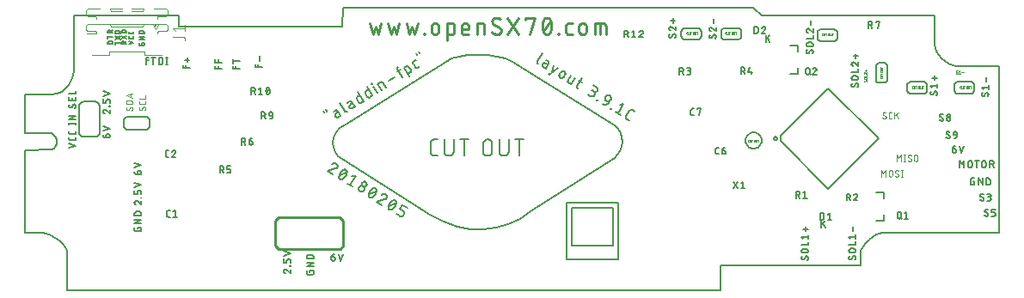
<source format=gto>
G75*
%MOIN*%
%OFA0B0*%
%FSLAX25Y25*%
%IPPOS*%
%LPD*%
%AMOC8*
5,1,8,0,0,1.08239X$1,22.5*
%
%ADD10C,0.00600*%
%ADD11C,0.00500*%
%ADD12C,0.00800*%
%ADD13C,0.00000*%
%ADD14C,0.01100*%
%ADD15C,0.01000*%
%ADD16C,0.00300*%
%ADD17C,0.00400*%
%ADD18C,0.00746*%
D10*
X0017703Y0038877D02*
X0017703Y0053068D01*
X0017473Y0054223D01*
X0016826Y0055511D01*
X0015826Y0056843D01*
X0014540Y0058131D01*
X0013031Y0059287D01*
X0011367Y0060221D01*
X0009609Y0060847D01*
X0007826Y0061075D01*
X0001300Y0061075D01*
X0001300Y0093285D01*
X0011489Y0093363D01*
X0012380Y0093845D01*
X0013016Y0094600D01*
X0013395Y0095536D01*
X0013520Y0096561D01*
X0013391Y0097585D01*
X0013008Y0098513D01*
X0012374Y0099256D01*
X0011489Y0099720D01*
X0001300Y0099735D01*
X0018297Y0099997D02*
X0018297Y0100574D01*
X0018297Y0099997D02*
X0018299Y0099949D01*
X0018305Y0099902D01*
X0018315Y0099855D01*
X0018328Y0099809D01*
X0018346Y0099765D01*
X0018367Y0099722D01*
X0018391Y0099681D01*
X0018419Y0099642D01*
X0018450Y0099606D01*
X0018484Y0099572D01*
X0018520Y0099541D01*
X0018559Y0099513D01*
X0018600Y0099489D01*
X0018643Y0099468D01*
X0018687Y0099450D01*
X0018733Y0099437D01*
X0018780Y0099427D01*
X0018827Y0099421D01*
X0018875Y0099419D01*
X0020319Y0099419D01*
X0020367Y0099421D01*
X0020414Y0099427D01*
X0020461Y0099437D01*
X0020507Y0099450D01*
X0020551Y0099468D01*
X0020594Y0099489D01*
X0020635Y0099513D01*
X0020674Y0099541D01*
X0020710Y0099572D01*
X0020744Y0099606D01*
X0020775Y0099642D01*
X0020803Y0099681D01*
X0020827Y0099722D01*
X0020848Y0099765D01*
X0020866Y0099809D01*
X0020879Y0099855D01*
X0020889Y0099902D01*
X0020895Y0099949D01*
X0020897Y0099997D01*
X0020897Y0100574D01*
X0022197Y0100208D02*
X0022197Y0110208D01*
X0022199Y0110291D01*
X0022205Y0110374D01*
X0022214Y0110457D01*
X0022228Y0110539D01*
X0022245Y0110620D01*
X0022266Y0110701D01*
X0022290Y0110780D01*
X0022319Y0110858D01*
X0022350Y0110935D01*
X0022386Y0111010D01*
X0022424Y0111084D01*
X0022467Y0111156D01*
X0022512Y0111225D01*
X0022561Y0111293D01*
X0022612Y0111358D01*
X0022667Y0111421D01*
X0022724Y0111481D01*
X0022784Y0111538D01*
X0022847Y0111593D01*
X0022912Y0111644D01*
X0022980Y0111693D01*
X0023049Y0111738D01*
X0023121Y0111781D01*
X0023195Y0111819D01*
X0023270Y0111855D01*
X0023347Y0111886D01*
X0023425Y0111915D01*
X0023504Y0111939D01*
X0023585Y0111960D01*
X0023666Y0111977D01*
X0023748Y0111991D01*
X0023831Y0112000D01*
X0023914Y0112006D01*
X0023997Y0112008D01*
X0028397Y0112008D01*
X0028480Y0112006D01*
X0028563Y0112000D01*
X0028646Y0111991D01*
X0028728Y0111977D01*
X0028809Y0111960D01*
X0028890Y0111939D01*
X0028969Y0111915D01*
X0029047Y0111886D01*
X0029124Y0111855D01*
X0029199Y0111819D01*
X0029273Y0111781D01*
X0029345Y0111738D01*
X0029414Y0111693D01*
X0029482Y0111644D01*
X0029547Y0111593D01*
X0029610Y0111538D01*
X0029670Y0111481D01*
X0029727Y0111421D01*
X0029782Y0111358D01*
X0029833Y0111293D01*
X0029882Y0111225D01*
X0029927Y0111156D01*
X0029970Y0111084D01*
X0030008Y0111010D01*
X0030044Y0110935D01*
X0030075Y0110858D01*
X0030104Y0110780D01*
X0030128Y0110701D01*
X0030149Y0110620D01*
X0030166Y0110539D01*
X0030180Y0110457D01*
X0030189Y0110374D01*
X0030195Y0110291D01*
X0030197Y0110208D01*
X0030197Y0100208D01*
X0031547Y0100744D02*
X0034147Y0101611D01*
X0031547Y0102477D01*
X0030197Y0100208D02*
X0030195Y0100125D01*
X0030189Y0100042D01*
X0030180Y0099959D01*
X0030166Y0099877D01*
X0030149Y0099796D01*
X0030128Y0099715D01*
X0030104Y0099636D01*
X0030075Y0099558D01*
X0030044Y0099481D01*
X0030008Y0099406D01*
X0029970Y0099332D01*
X0029927Y0099260D01*
X0029882Y0099191D01*
X0029833Y0099123D01*
X0029782Y0099058D01*
X0029727Y0098995D01*
X0029670Y0098935D01*
X0029610Y0098878D01*
X0029547Y0098823D01*
X0029482Y0098772D01*
X0029414Y0098723D01*
X0029345Y0098678D01*
X0029273Y0098635D01*
X0029199Y0098597D01*
X0029124Y0098561D01*
X0029047Y0098530D01*
X0028969Y0098501D01*
X0028890Y0098477D01*
X0028809Y0098456D01*
X0028728Y0098439D01*
X0028646Y0098425D01*
X0028563Y0098416D01*
X0028480Y0098410D01*
X0028397Y0098408D01*
X0023997Y0098408D01*
X0023914Y0098410D01*
X0023831Y0098416D01*
X0023748Y0098425D01*
X0023666Y0098439D01*
X0023585Y0098456D01*
X0023504Y0098477D01*
X0023425Y0098501D01*
X0023347Y0098530D01*
X0023270Y0098561D01*
X0023195Y0098597D01*
X0023121Y0098635D01*
X0023049Y0098678D01*
X0022980Y0098723D01*
X0022912Y0098772D01*
X0022847Y0098823D01*
X0022784Y0098878D01*
X0022724Y0098935D01*
X0022667Y0098995D01*
X0022612Y0099058D01*
X0022561Y0099123D01*
X0022512Y0099191D01*
X0022467Y0099260D01*
X0022424Y0099332D01*
X0022386Y0099406D01*
X0022350Y0099481D01*
X0022319Y0099558D01*
X0022290Y0099636D01*
X0022266Y0099715D01*
X0022245Y0099796D01*
X0022228Y0099877D01*
X0022214Y0099959D01*
X0022205Y0100042D01*
X0022199Y0100125D01*
X0022197Y0100208D01*
X0020897Y0098174D02*
X0020897Y0097597D01*
X0020895Y0097549D01*
X0020889Y0097502D01*
X0020879Y0097455D01*
X0020866Y0097409D01*
X0020848Y0097365D01*
X0020827Y0097322D01*
X0020803Y0097281D01*
X0020775Y0097242D01*
X0020744Y0097206D01*
X0020710Y0097172D01*
X0020674Y0097141D01*
X0020635Y0097113D01*
X0020594Y0097089D01*
X0020551Y0097068D01*
X0020507Y0097050D01*
X0020461Y0097037D01*
X0020414Y0097027D01*
X0020367Y0097021D01*
X0020319Y0097019D01*
X0018875Y0097019D01*
X0018827Y0097021D01*
X0018780Y0097027D01*
X0018733Y0097037D01*
X0018687Y0097050D01*
X0018643Y0097068D01*
X0018600Y0097089D01*
X0018559Y0097113D01*
X0018520Y0097141D01*
X0018484Y0097172D01*
X0018450Y0097206D01*
X0018419Y0097242D01*
X0018391Y0097281D01*
X0018367Y0097322D01*
X0018346Y0097365D01*
X0018328Y0097409D01*
X0018315Y0097455D01*
X0018305Y0097502D01*
X0018299Y0097549D01*
X0018297Y0097597D01*
X0018297Y0098174D01*
X0018297Y0095742D02*
X0020897Y0094875D01*
X0018297Y0094008D01*
X0032702Y0098008D02*
X0033425Y0098008D01*
X0033425Y0098009D02*
X0033478Y0098011D01*
X0033530Y0098017D01*
X0033582Y0098026D01*
X0033633Y0098040D01*
X0033683Y0098057D01*
X0033731Y0098077D01*
X0033778Y0098101D01*
X0033823Y0098129D01*
X0033866Y0098160D01*
X0033907Y0098193D01*
X0033945Y0098230D01*
X0033980Y0098269D01*
X0034012Y0098311D01*
X0034041Y0098355D01*
X0034067Y0098401D01*
X0034089Y0098449D01*
X0034108Y0098498D01*
X0034124Y0098548D01*
X0034135Y0098600D01*
X0034143Y0098652D01*
X0034147Y0098705D01*
X0034147Y0098757D01*
X0034143Y0098810D01*
X0034135Y0098862D01*
X0034124Y0098914D01*
X0034108Y0098964D01*
X0034089Y0099013D01*
X0034067Y0099061D01*
X0034041Y0099107D01*
X0034012Y0099151D01*
X0033980Y0099193D01*
X0033945Y0099232D01*
X0033907Y0099269D01*
X0033866Y0099302D01*
X0033823Y0099333D01*
X0033778Y0099361D01*
X0033731Y0099385D01*
X0033683Y0099405D01*
X0033633Y0099422D01*
X0033582Y0099436D01*
X0033530Y0099445D01*
X0033478Y0099451D01*
X0033425Y0099453D01*
X0033280Y0099453D01*
X0033235Y0099451D01*
X0033190Y0099446D01*
X0033145Y0099437D01*
X0033101Y0099425D01*
X0033059Y0099409D01*
X0033018Y0099390D01*
X0032978Y0099368D01*
X0032940Y0099343D01*
X0032905Y0099315D01*
X0032871Y0099284D01*
X0032840Y0099250D01*
X0032812Y0099215D01*
X0032787Y0099177D01*
X0032765Y0099137D01*
X0032746Y0099096D01*
X0032730Y0099054D01*
X0032718Y0099010D01*
X0032709Y0098965D01*
X0032704Y0098920D01*
X0032702Y0098875D01*
X0032702Y0098008D01*
X0032635Y0098010D01*
X0032568Y0098016D01*
X0032501Y0098026D01*
X0032435Y0098039D01*
X0032370Y0098057D01*
X0032307Y0098078D01*
X0032244Y0098103D01*
X0032183Y0098131D01*
X0032124Y0098163D01*
X0032067Y0098198D01*
X0032012Y0098237D01*
X0031959Y0098278D01*
X0031909Y0098323D01*
X0031861Y0098371D01*
X0031816Y0098421D01*
X0031775Y0098474D01*
X0031736Y0098529D01*
X0031701Y0098586D01*
X0031669Y0098645D01*
X0031641Y0098706D01*
X0031616Y0098769D01*
X0031595Y0098832D01*
X0031577Y0098897D01*
X0031564Y0098963D01*
X0031554Y0099030D01*
X0031548Y0099097D01*
X0031546Y0099164D01*
X0039697Y0102208D02*
X0039697Y0105208D01*
X0040697Y0106208D01*
X0048697Y0106208D01*
X0049697Y0105208D01*
X0049697Y0102208D01*
X0048697Y0101208D01*
X0040697Y0101208D01*
X0039697Y0102208D01*
X0034147Y0107508D02*
X0034147Y0108953D01*
X0034147Y0110174D02*
X0034147Y0110319D01*
X0034002Y0110319D01*
X0034002Y0110174D01*
X0034147Y0110174D01*
X0034147Y0111540D02*
X0034147Y0112407D01*
X0034145Y0112455D01*
X0034139Y0112502D01*
X0034129Y0112549D01*
X0034116Y0112595D01*
X0034098Y0112639D01*
X0034077Y0112682D01*
X0034053Y0112723D01*
X0034025Y0112762D01*
X0033994Y0112798D01*
X0033960Y0112832D01*
X0033924Y0112863D01*
X0033885Y0112891D01*
X0033844Y0112915D01*
X0033801Y0112936D01*
X0033757Y0112954D01*
X0033711Y0112967D01*
X0033664Y0112977D01*
X0033617Y0112983D01*
X0033569Y0112985D01*
X0033280Y0112985D01*
X0033235Y0112983D01*
X0033190Y0112978D01*
X0033145Y0112969D01*
X0033101Y0112957D01*
X0033059Y0112941D01*
X0033018Y0112922D01*
X0032978Y0112900D01*
X0032940Y0112875D01*
X0032905Y0112847D01*
X0032871Y0112816D01*
X0032840Y0112782D01*
X0032812Y0112747D01*
X0032787Y0112709D01*
X0032765Y0112669D01*
X0032746Y0112628D01*
X0032730Y0112586D01*
X0032718Y0112542D01*
X0032709Y0112497D01*
X0032704Y0112452D01*
X0032702Y0112407D01*
X0032702Y0111540D01*
X0031547Y0111540D01*
X0031547Y0112985D01*
X0031547Y0114276D02*
X0034147Y0115143D01*
X0031547Y0116009D01*
X0020897Y0116150D02*
X0020897Y0114994D01*
X0018297Y0114994D01*
X0018297Y0113654D02*
X0018297Y0112498D01*
X0020897Y0112498D01*
X0020897Y0113654D01*
X0019452Y0113365D02*
X0019452Y0112498D01*
X0019814Y0110764D02*
X0019380Y0109970D01*
X0018297Y0110259D02*
X0018299Y0110322D01*
X0018304Y0110385D01*
X0018314Y0110448D01*
X0018327Y0110510D01*
X0018343Y0110571D01*
X0018363Y0110631D01*
X0018387Y0110690D01*
X0018413Y0110748D01*
X0018444Y0110803D01*
X0018477Y0110857D01*
X0018514Y0110909D01*
X0019381Y0109970D02*
X0019355Y0109931D01*
X0019327Y0109893D01*
X0019296Y0109858D01*
X0019262Y0109826D01*
X0019225Y0109797D01*
X0019186Y0109770D01*
X0019146Y0109747D01*
X0019103Y0109727D01*
X0019059Y0109711D01*
X0019014Y0109698D01*
X0018968Y0109688D01*
X0018922Y0109683D01*
X0018875Y0109681D01*
X0018830Y0109683D01*
X0018785Y0109688D01*
X0018740Y0109697D01*
X0018696Y0109709D01*
X0018654Y0109725D01*
X0018613Y0109744D01*
X0018573Y0109766D01*
X0018535Y0109791D01*
X0018500Y0109819D01*
X0018466Y0109850D01*
X0018435Y0109884D01*
X0018407Y0109919D01*
X0018382Y0109957D01*
X0018360Y0109997D01*
X0018341Y0110038D01*
X0018325Y0110080D01*
X0018313Y0110124D01*
X0018304Y0110169D01*
X0018299Y0110214D01*
X0018297Y0110259D01*
X0020536Y0109608D02*
X0020583Y0109658D01*
X0020628Y0109710D01*
X0020669Y0109765D01*
X0020708Y0109822D01*
X0020743Y0109882D01*
X0020775Y0109943D01*
X0020803Y0110005D01*
X0020828Y0110070D01*
X0020849Y0110135D01*
X0020866Y0110202D01*
X0020880Y0110269D01*
X0020889Y0110338D01*
X0020895Y0110406D01*
X0020897Y0110475D01*
X0020895Y0110520D01*
X0020890Y0110565D01*
X0020881Y0110610D01*
X0020869Y0110654D01*
X0020853Y0110696D01*
X0020834Y0110737D01*
X0020812Y0110777D01*
X0020787Y0110815D01*
X0020759Y0110850D01*
X0020728Y0110884D01*
X0020694Y0110915D01*
X0020659Y0110943D01*
X0020621Y0110968D01*
X0020581Y0110990D01*
X0020540Y0111009D01*
X0020498Y0111025D01*
X0020454Y0111037D01*
X0020409Y0111046D01*
X0020364Y0111051D01*
X0020319Y0111053D01*
X0020272Y0111051D01*
X0020226Y0111046D01*
X0020180Y0111036D01*
X0020135Y0111023D01*
X0020091Y0111007D01*
X0020048Y0110987D01*
X0020008Y0110964D01*
X0019969Y0110937D01*
X0019932Y0110908D01*
X0019898Y0110876D01*
X0019867Y0110841D01*
X0019839Y0110803D01*
X0019813Y0110764D01*
X0015486Y0115887D02*
X0013651Y0115090D01*
X0011489Y0114803D01*
X0001300Y0114803D01*
X0015486Y0115887D02*
X0017005Y0117096D01*
X0018220Y0118620D01*
X0019144Y0120362D01*
X0019789Y0122225D01*
X0020167Y0124111D01*
X0020291Y0125924D01*
X0020291Y0145461D01*
X0060762Y0145461D02*
X0060762Y0141013D01*
X0124178Y0141164D01*
X0124439Y0148568D01*
X0283611Y0148568D01*
X0286803Y0145461D01*
X0353849Y0145461D01*
X0353872Y0134183D01*
X0354104Y0132969D01*
X0354668Y0131631D01*
X0355516Y0130256D01*
X0356599Y0128933D01*
X0357869Y0127750D01*
X0359276Y0126796D01*
X0360773Y0126160D01*
X0362309Y0125929D01*
X0362585Y0125935D01*
X0378794Y0125924D01*
X0378794Y0061075D01*
X0333600Y0061075D01*
X0332610Y0060907D01*
X0331351Y0060421D01*
X0329946Y0059641D01*
X0328519Y0058595D01*
X0327194Y0057307D01*
X0326094Y0055804D01*
X0325344Y0054111D01*
X0325066Y0052254D01*
X0325066Y0048361D01*
X0270858Y0048361D01*
X0270858Y0038877D01*
X0017703Y0038877D01*
X0044250Y0061758D02*
X0045694Y0061758D01*
X0045742Y0061760D01*
X0045789Y0061766D01*
X0045836Y0061776D01*
X0045882Y0061789D01*
X0045926Y0061807D01*
X0045969Y0061828D01*
X0046010Y0061852D01*
X0046049Y0061880D01*
X0046085Y0061911D01*
X0046119Y0061945D01*
X0046150Y0061981D01*
X0046178Y0062020D01*
X0046202Y0062061D01*
X0046223Y0062104D01*
X0046241Y0062148D01*
X0046254Y0062194D01*
X0046264Y0062241D01*
X0046270Y0062288D01*
X0046272Y0062336D01*
X0046272Y0063203D01*
X0044827Y0063203D01*
X0044827Y0062769D01*
X0044250Y0061758D02*
X0044202Y0061760D01*
X0044155Y0061766D01*
X0044108Y0061776D01*
X0044062Y0061789D01*
X0044018Y0061807D01*
X0043975Y0061828D01*
X0043934Y0061852D01*
X0043895Y0061880D01*
X0043859Y0061911D01*
X0043825Y0061945D01*
X0043794Y0061981D01*
X0043766Y0062020D01*
X0043742Y0062061D01*
X0043721Y0062104D01*
X0043703Y0062148D01*
X0043690Y0062194D01*
X0043680Y0062241D01*
X0043674Y0062288D01*
X0043672Y0062336D01*
X0043672Y0063203D01*
X0043672Y0064830D02*
X0046272Y0066275D01*
X0043672Y0066275D01*
X0043672Y0064830D02*
X0046272Y0064830D01*
X0046272Y0067902D02*
X0046272Y0068625D01*
X0046270Y0068677D01*
X0046265Y0068728D01*
X0046256Y0068778D01*
X0046243Y0068828D01*
X0046226Y0068877D01*
X0046207Y0068925D01*
X0046184Y0068971D01*
X0046157Y0069015D01*
X0046128Y0069058D01*
X0046096Y0069098D01*
X0046061Y0069136D01*
X0046023Y0069171D01*
X0045983Y0069203D01*
X0045940Y0069232D01*
X0045896Y0069259D01*
X0045850Y0069282D01*
X0045802Y0069301D01*
X0045753Y0069318D01*
X0045703Y0069331D01*
X0045653Y0069340D01*
X0045602Y0069345D01*
X0045550Y0069347D01*
X0044394Y0069347D01*
X0044343Y0069345D01*
X0044291Y0069340D01*
X0044241Y0069331D01*
X0044191Y0069318D01*
X0044142Y0069301D01*
X0044094Y0069282D01*
X0044048Y0069259D01*
X0044004Y0069232D01*
X0043961Y0069203D01*
X0043921Y0069171D01*
X0043883Y0069136D01*
X0043848Y0069098D01*
X0043816Y0069058D01*
X0043787Y0069015D01*
X0043760Y0068971D01*
X0043737Y0068925D01*
X0043718Y0068877D01*
X0043701Y0068828D01*
X0043689Y0068778D01*
X0043679Y0068728D01*
X0043674Y0068677D01*
X0043672Y0068625D01*
X0043672Y0067902D01*
X0046272Y0067902D01*
X0046272Y0072133D02*
X0046272Y0073578D01*
X0046272Y0074799D02*
X0046272Y0074944D01*
X0046127Y0074944D01*
X0046127Y0074799D01*
X0046272Y0074799D01*
X0046272Y0076165D02*
X0046272Y0077032D01*
X0046270Y0077080D01*
X0046264Y0077127D01*
X0046254Y0077174D01*
X0046241Y0077220D01*
X0046223Y0077264D01*
X0046202Y0077307D01*
X0046178Y0077348D01*
X0046150Y0077387D01*
X0046119Y0077423D01*
X0046085Y0077457D01*
X0046049Y0077488D01*
X0046010Y0077516D01*
X0045969Y0077540D01*
X0045926Y0077561D01*
X0045882Y0077579D01*
X0045836Y0077592D01*
X0045789Y0077602D01*
X0045742Y0077608D01*
X0045694Y0077610D01*
X0045405Y0077610D01*
X0045360Y0077608D01*
X0045315Y0077603D01*
X0045270Y0077594D01*
X0045226Y0077582D01*
X0045184Y0077566D01*
X0045143Y0077547D01*
X0045103Y0077525D01*
X0045065Y0077500D01*
X0045030Y0077472D01*
X0044996Y0077441D01*
X0044965Y0077407D01*
X0044937Y0077372D01*
X0044912Y0077334D01*
X0044890Y0077294D01*
X0044871Y0077253D01*
X0044855Y0077211D01*
X0044843Y0077167D01*
X0044834Y0077122D01*
X0044829Y0077077D01*
X0044827Y0077032D01*
X0044827Y0076165D01*
X0043672Y0076165D01*
X0043672Y0077610D01*
X0043672Y0078901D02*
X0046272Y0079768D01*
X0043672Y0080634D01*
X0044827Y0083758D02*
X0045550Y0083758D01*
X0045550Y0083759D02*
X0045603Y0083761D01*
X0045655Y0083767D01*
X0045707Y0083776D01*
X0045758Y0083790D01*
X0045808Y0083807D01*
X0045856Y0083827D01*
X0045903Y0083851D01*
X0045948Y0083879D01*
X0045991Y0083910D01*
X0046032Y0083943D01*
X0046070Y0083980D01*
X0046105Y0084019D01*
X0046137Y0084061D01*
X0046166Y0084105D01*
X0046192Y0084151D01*
X0046214Y0084199D01*
X0046233Y0084248D01*
X0046249Y0084298D01*
X0046260Y0084350D01*
X0046268Y0084402D01*
X0046272Y0084455D01*
X0046272Y0084507D01*
X0046268Y0084560D01*
X0046260Y0084612D01*
X0046249Y0084664D01*
X0046233Y0084714D01*
X0046214Y0084763D01*
X0046192Y0084811D01*
X0046166Y0084857D01*
X0046137Y0084901D01*
X0046105Y0084943D01*
X0046070Y0084982D01*
X0046032Y0085019D01*
X0045991Y0085052D01*
X0045948Y0085083D01*
X0045903Y0085111D01*
X0045856Y0085135D01*
X0045808Y0085155D01*
X0045758Y0085172D01*
X0045707Y0085186D01*
X0045655Y0085195D01*
X0045603Y0085201D01*
X0045550Y0085203D01*
X0045405Y0085203D01*
X0045360Y0085201D01*
X0045315Y0085196D01*
X0045270Y0085187D01*
X0045226Y0085175D01*
X0045184Y0085159D01*
X0045143Y0085140D01*
X0045103Y0085118D01*
X0045065Y0085093D01*
X0045030Y0085065D01*
X0044996Y0085034D01*
X0044965Y0085000D01*
X0044937Y0084965D01*
X0044912Y0084927D01*
X0044890Y0084887D01*
X0044871Y0084846D01*
X0044855Y0084804D01*
X0044843Y0084760D01*
X0044834Y0084715D01*
X0044829Y0084670D01*
X0044827Y0084625D01*
X0044827Y0083758D01*
X0044760Y0083760D01*
X0044693Y0083766D01*
X0044626Y0083776D01*
X0044560Y0083789D01*
X0044495Y0083807D01*
X0044432Y0083828D01*
X0044369Y0083853D01*
X0044308Y0083881D01*
X0044249Y0083913D01*
X0044192Y0083948D01*
X0044137Y0083987D01*
X0044084Y0084028D01*
X0044034Y0084073D01*
X0043986Y0084121D01*
X0043941Y0084171D01*
X0043900Y0084224D01*
X0043861Y0084279D01*
X0043826Y0084336D01*
X0043794Y0084395D01*
X0043766Y0084456D01*
X0043741Y0084519D01*
X0043720Y0084582D01*
X0043702Y0084647D01*
X0043689Y0084713D01*
X0043679Y0084780D01*
X0043673Y0084847D01*
X0043671Y0084914D01*
X0043672Y0086494D02*
X0046272Y0087361D01*
X0043672Y0088227D01*
X0055847Y0091145D02*
X0055847Y0092590D01*
X0055849Y0092638D01*
X0055855Y0092685D01*
X0055865Y0092732D01*
X0055878Y0092778D01*
X0055896Y0092822D01*
X0055917Y0092865D01*
X0055941Y0092906D01*
X0055969Y0092945D01*
X0056000Y0092981D01*
X0056034Y0093015D01*
X0056070Y0093046D01*
X0056109Y0093074D01*
X0056150Y0093098D01*
X0056193Y0093119D01*
X0056237Y0093137D01*
X0056283Y0093150D01*
X0056330Y0093160D01*
X0056377Y0093166D01*
X0056425Y0093168D01*
X0056425Y0093167D02*
X0057003Y0093167D01*
X0055847Y0091145D02*
X0055849Y0091100D01*
X0055854Y0091055D01*
X0055863Y0091010D01*
X0055875Y0090966D01*
X0055891Y0090924D01*
X0055910Y0090883D01*
X0055932Y0090843D01*
X0055957Y0090805D01*
X0055985Y0090770D01*
X0056016Y0090736D01*
X0056050Y0090705D01*
X0056085Y0090677D01*
X0056123Y0090652D01*
X0056163Y0090630D01*
X0056204Y0090611D01*
X0056246Y0090595D01*
X0056290Y0090583D01*
X0056335Y0090574D01*
X0056380Y0090569D01*
X0056425Y0090567D01*
X0057003Y0090567D01*
X0058261Y0090567D02*
X0059706Y0090567D01*
X0058261Y0090567D02*
X0059489Y0092012D01*
X0059056Y0093167D02*
X0059001Y0093165D01*
X0058946Y0093160D01*
X0058891Y0093151D01*
X0058838Y0093138D01*
X0058785Y0093122D01*
X0058733Y0093102D01*
X0058683Y0093079D01*
X0058634Y0093053D01*
X0058587Y0093023D01*
X0058543Y0092991D01*
X0058500Y0092955D01*
X0058460Y0092917D01*
X0058423Y0092876D01*
X0058388Y0092833D01*
X0058357Y0092788D01*
X0058328Y0092741D01*
X0058303Y0092692D01*
X0058280Y0092641D01*
X0058262Y0092589D01*
X0059489Y0092012D02*
X0059525Y0092048D01*
X0059558Y0092088D01*
X0059588Y0092129D01*
X0059615Y0092173D01*
X0059639Y0092219D01*
X0059659Y0092266D01*
X0059676Y0092314D01*
X0059689Y0092364D01*
X0059698Y0092415D01*
X0059704Y0092466D01*
X0059706Y0092517D01*
X0059704Y0092566D01*
X0059699Y0092614D01*
X0059690Y0092662D01*
X0059677Y0092709D01*
X0059661Y0092754D01*
X0059642Y0092799D01*
X0059619Y0092842D01*
X0059593Y0092883D01*
X0059564Y0092922D01*
X0059532Y0092959D01*
X0059498Y0092993D01*
X0059461Y0093025D01*
X0059422Y0093054D01*
X0059381Y0093080D01*
X0059338Y0093103D01*
X0059293Y0093122D01*
X0059248Y0093138D01*
X0059201Y0093151D01*
X0059153Y0093160D01*
X0059105Y0093165D01*
X0059056Y0093167D01*
X0076728Y0087033D02*
X0077451Y0087033D01*
X0077504Y0087031D01*
X0077556Y0087025D01*
X0077608Y0087016D01*
X0077659Y0087002D01*
X0077709Y0086985D01*
X0077757Y0086965D01*
X0077804Y0086941D01*
X0077849Y0086913D01*
X0077892Y0086882D01*
X0077933Y0086849D01*
X0077971Y0086812D01*
X0078006Y0086773D01*
X0078038Y0086731D01*
X0078067Y0086687D01*
X0078093Y0086641D01*
X0078115Y0086593D01*
X0078134Y0086544D01*
X0078150Y0086494D01*
X0078161Y0086442D01*
X0078169Y0086390D01*
X0078173Y0086337D01*
X0078173Y0086285D01*
X0078169Y0086232D01*
X0078161Y0086180D01*
X0078150Y0086128D01*
X0078134Y0086078D01*
X0078115Y0086029D01*
X0078093Y0085981D01*
X0078067Y0085935D01*
X0078038Y0085891D01*
X0078006Y0085849D01*
X0077971Y0085810D01*
X0077933Y0085773D01*
X0077892Y0085740D01*
X0077849Y0085709D01*
X0077804Y0085681D01*
X0077757Y0085657D01*
X0077709Y0085637D01*
X0077659Y0085620D01*
X0077608Y0085606D01*
X0077556Y0085597D01*
X0077504Y0085591D01*
X0077451Y0085589D01*
X0076728Y0085589D01*
X0077595Y0085589D02*
X0078173Y0084433D01*
X0079577Y0084433D02*
X0080444Y0084433D01*
X0080492Y0084435D01*
X0080539Y0084441D01*
X0080586Y0084451D01*
X0080632Y0084464D01*
X0080676Y0084482D01*
X0080719Y0084503D01*
X0080760Y0084527D01*
X0080799Y0084555D01*
X0080835Y0084586D01*
X0080869Y0084620D01*
X0080900Y0084656D01*
X0080928Y0084695D01*
X0080952Y0084736D01*
X0080973Y0084779D01*
X0080991Y0084823D01*
X0081004Y0084869D01*
X0081014Y0084916D01*
X0081020Y0084963D01*
X0081022Y0085011D01*
X0081022Y0085300D01*
X0081020Y0085345D01*
X0081015Y0085390D01*
X0081006Y0085435D01*
X0080994Y0085479D01*
X0080978Y0085521D01*
X0080959Y0085562D01*
X0080937Y0085602D01*
X0080912Y0085640D01*
X0080884Y0085675D01*
X0080853Y0085709D01*
X0080819Y0085740D01*
X0080784Y0085768D01*
X0080746Y0085793D01*
X0080706Y0085815D01*
X0080665Y0085834D01*
X0080623Y0085850D01*
X0080579Y0085862D01*
X0080534Y0085871D01*
X0080489Y0085876D01*
X0080444Y0085878D01*
X0079577Y0085878D01*
X0079577Y0087033D01*
X0081022Y0087033D01*
X0076728Y0087033D02*
X0076728Y0084433D01*
X0085228Y0095308D02*
X0085228Y0097908D01*
X0085951Y0097908D01*
X0086004Y0097906D01*
X0086056Y0097900D01*
X0086108Y0097891D01*
X0086159Y0097877D01*
X0086209Y0097860D01*
X0086257Y0097840D01*
X0086304Y0097816D01*
X0086349Y0097788D01*
X0086392Y0097757D01*
X0086433Y0097724D01*
X0086471Y0097687D01*
X0086506Y0097648D01*
X0086538Y0097606D01*
X0086567Y0097562D01*
X0086593Y0097516D01*
X0086615Y0097468D01*
X0086634Y0097419D01*
X0086650Y0097369D01*
X0086661Y0097317D01*
X0086669Y0097265D01*
X0086673Y0097212D01*
X0086673Y0097160D01*
X0086669Y0097107D01*
X0086661Y0097055D01*
X0086650Y0097003D01*
X0086634Y0096953D01*
X0086615Y0096904D01*
X0086593Y0096856D01*
X0086567Y0096810D01*
X0086538Y0096766D01*
X0086506Y0096724D01*
X0086471Y0096685D01*
X0086433Y0096648D01*
X0086392Y0096615D01*
X0086349Y0096584D01*
X0086304Y0096556D01*
X0086257Y0096532D01*
X0086209Y0096512D01*
X0086159Y0096495D01*
X0086108Y0096481D01*
X0086056Y0096472D01*
X0086004Y0096466D01*
X0085951Y0096464D01*
X0085228Y0096464D01*
X0086095Y0096464D02*
X0086673Y0095308D01*
X0088077Y0096031D02*
X0088077Y0096753D01*
X0088944Y0096753D01*
X0088077Y0096753D02*
X0088079Y0096820D01*
X0088085Y0096887D01*
X0088095Y0096954D01*
X0088108Y0097020D01*
X0088126Y0097085D01*
X0088147Y0097148D01*
X0088172Y0097211D01*
X0088200Y0097272D01*
X0088232Y0097331D01*
X0088267Y0097388D01*
X0088306Y0097443D01*
X0088347Y0097496D01*
X0088392Y0097546D01*
X0088440Y0097594D01*
X0088490Y0097639D01*
X0088543Y0097680D01*
X0088598Y0097719D01*
X0088655Y0097754D01*
X0088714Y0097786D01*
X0088775Y0097814D01*
X0088838Y0097839D01*
X0088901Y0097860D01*
X0088966Y0097878D01*
X0089032Y0097891D01*
X0089099Y0097901D01*
X0089166Y0097907D01*
X0089233Y0097909D01*
X0089522Y0096175D02*
X0089522Y0096031D01*
X0089522Y0096175D02*
X0089520Y0096220D01*
X0089515Y0096265D01*
X0089506Y0096310D01*
X0089494Y0096354D01*
X0089478Y0096396D01*
X0089459Y0096437D01*
X0089437Y0096477D01*
X0089412Y0096515D01*
X0089384Y0096550D01*
X0089353Y0096584D01*
X0089319Y0096615D01*
X0089284Y0096643D01*
X0089246Y0096668D01*
X0089206Y0096690D01*
X0089165Y0096709D01*
X0089123Y0096725D01*
X0089079Y0096737D01*
X0089034Y0096746D01*
X0088989Y0096751D01*
X0088944Y0096753D01*
X0089522Y0096031D02*
X0089520Y0095978D01*
X0089514Y0095926D01*
X0089505Y0095874D01*
X0089491Y0095823D01*
X0089474Y0095773D01*
X0089454Y0095725D01*
X0089430Y0095678D01*
X0089402Y0095633D01*
X0089371Y0095590D01*
X0089338Y0095549D01*
X0089301Y0095511D01*
X0089262Y0095476D01*
X0089220Y0095444D01*
X0089176Y0095415D01*
X0089130Y0095389D01*
X0089082Y0095367D01*
X0089033Y0095348D01*
X0088983Y0095332D01*
X0088931Y0095321D01*
X0088879Y0095313D01*
X0088826Y0095309D01*
X0088774Y0095309D01*
X0088721Y0095313D01*
X0088669Y0095321D01*
X0088617Y0095332D01*
X0088567Y0095348D01*
X0088518Y0095367D01*
X0088470Y0095389D01*
X0088424Y0095415D01*
X0088380Y0095444D01*
X0088338Y0095476D01*
X0088299Y0095511D01*
X0088262Y0095549D01*
X0088229Y0095590D01*
X0088198Y0095633D01*
X0088170Y0095678D01*
X0088146Y0095725D01*
X0088126Y0095773D01*
X0088109Y0095823D01*
X0088095Y0095874D01*
X0088086Y0095926D01*
X0088080Y0095978D01*
X0088078Y0096031D01*
X0092978Y0105433D02*
X0092978Y0108033D01*
X0093701Y0108033D01*
X0093754Y0108031D01*
X0093806Y0108025D01*
X0093858Y0108016D01*
X0093909Y0108002D01*
X0093959Y0107985D01*
X0094007Y0107965D01*
X0094054Y0107941D01*
X0094099Y0107913D01*
X0094142Y0107882D01*
X0094183Y0107849D01*
X0094221Y0107812D01*
X0094256Y0107773D01*
X0094288Y0107731D01*
X0094317Y0107687D01*
X0094343Y0107641D01*
X0094365Y0107593D01*
X0094384Y0107544D01*
X0094400Y0107494D01*
X0094411Y0107442D01*
X0094419Y0107390D01*
X0094423Y0107337D01*
X0094423Y0107285D01*
X0094419Y0107232D01*
X0094411Y0107180D01*
X0094400Y0107128D01*
X0094384Y0107078D01*
X0094365Y0107029D01*
X0094343Y0106981D01*
X0094317Y0106935D01*
X0094288Y0106891D01*
X0094256Y0106849D01*
X0094221Y0106810D01*
X0094183Y0106773D01*
X0094142Y0106740D01*
X0094099Y0106709D01*
X0094054Y0106681D01*
X0094007Y0106657D01*
X0093959Y0106637D01*
X0093909Y0106620D01*
X0093858Y0106606D01*
X0093806Y0106597D01*
X0093754Y0106591D01*
X0093701Y0106589D01*
X0092978Y0106589D01*
X0093845Y0106589D02*
X0094423Y0105433D01*
X0096116Y0105433D02*
X0096183Y0105435D01*
X0096250Y0105441D01*
X0096317Y0105451D01*
X0096383Y0105464D01*
X0096448Y0105482D01*
X0096511Y0105503D01*
X0096574Y0105528D01*
X0096635Y0105556D01*
X0096694Y0105588D01*
X0096751Y0105623D01*
X0096806Y0105662D01*
X0096859Y0105703D01*
X0096909Y0105748D01*
X0096957Y0105796D01*
X0097002Y0105846D01*
X0097043Y0105899D01*
X0097082Y0105954D01*
X0097117Y0106011D01*
X0097149Y0106070D01*
X0097177Y0106131D01*
X0097202Y0106194D01*
X0097223Y0106257D01*
X0097241Y0106322D01*
X0097254Y0106388D01*
X0097264Y0106455D01*
X0097270Y0106522D01*
X0097272Y0106589D01*
X0097272Y0107311D01*
X0097272Y0106589D02*
X0096405Y0106589D01*
X0096360Y0106591D01*
X0096315Y0106596D01*
X0096270Y0106605D01*
X0096226Y0106617D01*
X0096184Y0106633D01*
X0096143Y0106652D01*
X0096103Y0106674D01*
X0096065Y0106699D01*
X0096030Y0106727D01*
X0095996Y0106758D01*
X0095965Y0106792D01*
X0095937Y0106827D01*
X0095912Y0106865D01*
X0095890Y0106905D01*
X0095871Y0106946D01*
X0095855Y0106988D01*
X0095843Y0107032D01*
X0095834Y0107077D01*
X0095829Y0107122D01*
X0095827Y0107167D01*
X0095827Y0107311D01*
X0095828Y0107311D02*
X0095830Y0107364D01*
X0095836Y0107416D01*
X0095845Y0107468D01*
X0095859Y0107519D01*
X0095876Y0107569D01*
X0095896Y0107617D01*
X0095920Y0107664D01*
X0095948Y0107709D01*
X0095979Y0107752D01*
X0096012Y0107793D01*
X0096049Y0107831D01*
X0096088Y0107866D01*
X0096130Y0107898D01*
X0096174Y0107927D01*
X0096220Y0107953D01*
X0096268Y0107975D01*
X0096317Y0107994D01*
X0096367Y0108010D01*
X0096419Y0108021D01*
X0096471Y0108029D01*
X0096524Y0108033D01*
X0096576Y0108033D01*
X0096629Y0108029D01*
X0096681Y0108021D01*
X0096733Y0108010D01*
X0096783Y0107994D01*
X0096832Y0107975D01*
X0096880Y0107953D01*
X0096926Y0107927D01*
X0096970Y0107898D01*
X0097012Y0107866D01*
X0097051Y0107831D01*
X0097088Y0107793D01*
X0097121Y0107752D01*
X0097152Y0107709D01*
X0097180Y0107664D01*
X0097204Y0107617D01*
X0097224Y0107569D01*
X0097241Y0107519D01*
X0097255Y0107468D01*
X0097264Y0107416D01*
X0097270Y0107364D01*
X0097272Y0107311D01*
X0095425Y0114934D02*
X0095469Y0114936D01*
X0095513Y0114941D01*
X0095556Y0114950D01*
X0095598Y0114963D01*
X0095640Y0114979D01*
X0095679Y0114998D01*
X0095717Y0115021D01*
X0095753Y0115047D01*
X0095787Y0115075D01*
X0095818Y0115106D01*
X0095847Y0115140D01*
X0095872Y0115176D01*
X0095895Y0115214D01*
X0095914Y0115254D01*
X0095930Y0115295D01*
X0095425Y0114934D02*
X0095381Y0114936D01*
X0095337Y0114941D01*
X0095294Y0114950D01*
X0095252Y0114963D01*
X0095210Y0114979D01*
X0095171Y0114998D01*
X0095133Y0115021D01*
X0095097Y0115047D01*
X0095063Y0115075D01*
X0095032Y0115106D01*
X0095004Y0115140D01*
X0094978Y0115176D01*
X0094955Y0115214D01*
X0094936Y0115254D01*
X0094920Y0115295D01*
X0094847Y0115511D02*
X0096002Y0116956D01*
X0095930Y0117172D02*
X0095914Y0117213D01*
X0095895Y0117253D01*
X0095872Y0117291D01*
X0095847Y0117327D01*
X0095818Y0117361D01*
X0095787Y0117392D01*
X0095753Y0117420D01*
X0095717Y0117446D01*
X0095679Y0117469D01*
X0095640Y0117488D01*
X0095598Y0117504D01*
X0095556Y0117517D01*
X0095513Y0117526D01*
X0095469Y0117531D01*
X0095425Y0117533D01*
X0095381Y0117531D01*
X0095337Y0117526D01*
X0095294Y0117517D01*
X0095252Y0117504D01*
X0095210Y0117488D01*
X0095171Y0117469D01*
X0095133Y0117446D01*
X0095097Y0117420D01*
X0095063Y0117392D01*
X0095032Y0117361D01*
X0095004Y0117327D01*
X0094978Y0117291D01*
X0094955Y0117253D01*
X0094936Y0117213D01*
X0094920Y0117172D01*
X0095930Y0117172D02*
X0095967Y0117092D01*
X0096001Y0117010D01*
X0096031Y0116927D01*
X0096058Y0116843D01*
X0096082Y0116758D01*
X0096102Y0116672D01*
X0096118Y0116585D01*
X0096131Y0116497D01*
X0096140Y0116410D01*
X0096145Y0116321D01*
X0096147Y0116233D01*
X0094702Y0116233D02*
X0094704Y0116321D01*
X0094709Y0116410D01*
X0094718Y0116497D01*
X0094731Y0116585D01*
X0094747Y0116672D01*
X0094767Y0116758D01*
X0094791Y0116843D01*
X0094818Y0116927D01*
X0094848Y0117010D01*
X0094882Y0117092D01*
X0094919Y0117172D01*
X0096147Y0116233D02*
X0096145Y0116145D01*
X0096140Y0116056D01*
X0096131Y0115969D01*
X0096118Y0115881D01*
X0096102Y0115794D01*
X0096082Y0115708D01*
X0096058Y0115623D01*
X0096031Y0115539D01*
X0096001Y0115456D01*
X0095967Y0115374D01*
X0095930Y0115294D01*
X0094919Y0115294D02*
X0094882Y0115374D01*
X0094848Y0115456D01*
X0094818Y0115539D01*
X0094791Y0115623D01*
X0094767Y0115708D01*
X0094747Y0115794D01*
X0094731Y0115881D01*
X0094718Y0115969D01*
X0094709Y0116056D01*
X0094704Y0116145D01*
X0094702Y0116233D01*
X0093267Y0114933D02*
X0091822Y0114933D01*
X0092545Y0114933D02*
X0092545Y0117533D01*
X0091822Y0116956D01*
X0089696Y0117533D02*
X0089749Y0117531D01*
X0089801Y0117525D01*
X0089853Y0117516D01*
X0089904Y0117502D01*
X0089954Y0117485D01*
X0090002Y0117465D01*
X0090049Y0117441D01*
X0090094Y0117413D01*
X0090137Y0117382D01*
X0090178Y0117349D01*
X0090216Y0117312D01*
X0090251Y0117273D01*
X0090283Y0117231D01*
X0090312Y0117187D01*
X0090338Y0117141D01*
X0090360Y0117093D01*
X0090379Y0117044D01*
X0090395Y0116994D01*
X0090406Y0116942D01*
X0090414Y0116890D01*
X0090418Y0116837D01*
X0090418Y0116785D01*
X0090414Y0116732D01*
X0090406Y0116680D01*
X0090395Y0116628D01*
X0090379Y0116578D01*
X0090360Y0116529D01*
X0090338Y0116481D01*
X0090312Y0116435D01*
X0090283Y0116391D01*
X0090251Y0116349D01*
X0090216Y0116310D01*
X0090178Y0116273D01*
X0090137Y0116240D01*
X0090094Y0116209D01*
X0090049Y0116181D01*
X0090002Y0116157D01*
X0089954Y0116137D01*
X0089904Y0116120D01*
X0089853Y0116106D01*
X0089801Y0116097D01*
X0089749Y0116091D01*
X0089696Y0116089D01*
X0088973Y0116089D01*
X0089840Y0116089D02*
X0090418Y0114933D01*
X0088973Y0114933D02*
X0088973Y0117533D01*
X0089696Y0117533D01*
X0090497Y0125487D02*
X0090497Y0126643D01*
X0091652Y0126643D02*
X0091652Y0125487D01*
X0090497Y0125487D02*
X0093097Y0125487D01*
X0092086Y0127925D02*
X0092086Y0129658D01*
X0084397Y0127679D02*
X0081797Y0127679D01*
X0081797Y0126957D02*
X0081797Y0128401D01*
X0077597Y0127253D02*
X0074997Y0127253D01*
X0074997Y0128408D01*
X0076152Y0128408D02*
X0076152Y0127253D01*
X0076152Y0125912D02*
X0076152Y0124757D01*
X0074997Y0124757D02*
X0074997Y0125912D01*
X0074997Y0124757D02*
X0077597Y0124757D01*
X0081797Y0124758D02*
X0081797Y0125914D01*
X0082952Y0125914D02*
X0082952Y0124758D01*
X0081797Y0124758D02*
X0084397Y0124758D01*
X0065097Y0124987D02*
X0062497Y0124987D01*
X0062497Y0126143D01*
X0063652Y0126143D02*
X0063652Y0124987D01*
X0064086Y0127425D02*
X0064086Y0129158D01*
X0064952Y0128292D02*
X0063219Y0128292D01*
X0034147Y0107508D02*
X0032702Y0108736D01*
X0031547Y0108303D02*
X0031549Y0108248D01*
X0031554Y0108193D01*
X0031563Y0108138D01*
X0031576Y0108085D01*
X0031592Y0108032D01*
X0031612Y0107980D01*
X0031635Y0107930D01*
X0031661Y0107881D01*
X0031691Y0107834D01*
X0031723Y0107790D01*
X0031759Y0107747D01*
X0031797Y0107707D01*
X0031838Y0107670D01*
X0031881Y0107635D01*
X0031926Y0107604D01*
X0031973Y0107575D01*
X0032022Y0107550D01*
X0032073Y0107527D01*
X0032125Y0107509D01*
X0032702Y0108736D02*
X0032666Y0108772D01*
X0032626Y0108805D01*
X0032585Y0108835D01*
X0032541Y0108862D01*
X0032495Y0108886D01*
X0032448Y0108906D01*
X0032400Y0108923D01*
X0032350Y0108936D01*
X0032299Y0108945D01*
X0032248Y0108951D01*
X0032197Y0108953D01*
X0032148Y0108951D01*
X0032100Y0108946D01*
X0032052Y0108937D01*
X0032005Y0108924D01*
X0031960Y0108908D01*
X0031915Y0108889D01*
X0031872Y0108866D01*
X0031831Y0108840D01*
X0031792Y0108811D01*
X0031755Y0108779D01*
X0031721Y0108745D01*
X0031689Y0108708D01*
X0031660Y0108669D01*
X0031634Y0108628D01*
X0031611Y0108585D01*
X0031592Y0108540D01*
X0031576Y0108495D01*
X0031563Y0108448D01*
X0031554Y0108400D01*
X0031549Y0108352D01*
X0031547Y0108303D01*
X0020897Y0106637D02*
X0018297Y0106637D01*
X0018297Y0105193D02*
X0020897Y0106637D01*
X0020897Y0105193D02*
X0018297Y0105193D01*
X0018297Y0103804D02*
X0018297Y0103226D01*
X0018297Y0103515D02*
X0020897Y0103515D01*
X0020897Y0103226D02*
X0020897Y0103804D01*
X0044827Y0073361D02*
X0046272Y0072133D01*
X0044250Y0072134D02*
X0044198Y0072152D01*
X0044147Y0072175D01*
X0044098Y0072200D01*
X0044051Y0072229D01*
X0044006Y0072260D01*
X0043963Y0072295D01*
X0043922Y0072332D01*
X0043884Y0072372D01*
X0043848Y0072415D01*
X0043816Y0072459D01*
X0043786Y0072506D01*
X0043760Y0072555D01*
X0043737Y0072605D01*
X0043717Y0072657D01*
X0043701Y0072710D01*
X0043688Y0072763D01*
X0043679Y0072818D01*
X0043674Y0072873D01*
X0043672Y0072928D01*
X0043674Y0072977D01*
X0043679Y0073025D01*
X0043688Y0073073D01*
X0043701Y0073120D01*
X0043717Y0073165D01*
X0043736Y0073210D01*
X0043759Y0073253D01*
X0043785Y0073294D01*
X0043814Y0073333D01*
X0043846Y0073370D01*
X0043880Y0073404D01*
X0043917Y0073436D01*
X0043956Y0073465D01*
X0043997Y0073491D01*
X0044040Y0073514D01*
X0044085Y0073533D01*
X0044130Y0073549D01*
X0044177Y0073562D01*
X0044225Y0073571D01*
X0044273Y0073576D01*
X0044322Y0073578D01*
X0044373Y0073576D01*
X0044424Y0073570D01*
X0044475Y0073561D01*
X0044525Y0073548D01*
X0044573Y0073531D01*
X0044620Y0073511D01*
X0044666Y0073487D01*
X0044710Y0073460D01*
X0044751Y0073430D01*
X0044791Y0073397D01*
X0044827Y0073361D01*
X0056268Y0069331D02*
X0056268Y0067886D01*
X0056267Y0067886D02*
X0056269Y0067841D01*
X0056274Y0067796D01*
X0056283Y0067751D01*
X0056295Y0067707D01*
X0056311Y0067665D01*
X0056330Y0067624D01*
X0056352Y0067584D01*
X0056377Y0067546D01*
X0056405Y0067511D01*
X0056436Y0067477D01*
X0056470Y0067446D01*
X0056505Y0067418D01*
X0056543Y0067393D01*
X0056583Y0067371D01*
X0056624Y0067352D01*
X0056666Y0067336D01*
X0056710Y0067324D01*
X0056755Y0067315D01*
X0056800Y0067310D01*
X0056845Y0067308D01*
X0057423Y0067308D01*
X0058682Y0067308D02*
X0060126Y0067308D01*
X0059404Y0067308D02*
X0059404Y0069908D01*
X0058682Y0069331D01*
X0057423Y0069908D02*
X0056845Y0069908D01*
X0056845Y0069909D02*
X0056797Y0069907D01*
X0056750Y0069901D01*
X0056703Y0069891D01*
X0056657Y0069878D01*
X0056613Y0069860D01*
X0056570Y0069839D01*
X0056529Y0069815D01*
X0056490Y0069787D01*
X0056454Y0069756D01*
X0056420Y0069722D01*
X0056389Y0069686D01*
X0056361Y0069647D01*
X0056337Y0069606D01*
X0056316Y0069563D01*
X0056298Y0069519D01*
X0056285Y0069473D01*
X0056275Y0069426D01*
X0056269Y0069379D01*
X0056267Y0069331D01*
X0101547Y0054009D02*
X0104147Y0053143D01*
X0101547Y0052276D01*
X0101547Y0050985D02*
X0101547Y0049540D01*
X0102702Y0049540D01*
X0102702Y0050407D01*
X0102704Y0050452D01*
X0102709Y0050497D01*
X0102718Y0050542D01*
X0102730Y0050586D01*
X0102746Y0050628D01*
X0102765Y0050669D01*
X0102787Y0050709D01*
X0102812Y0050747D01*
X0102840Y0050782D01*
X0102871Y0050816D01*
X0102905Y0050847D01*
X0102940Y0050875D01*
X0102978Y0050900D01*
X0103018Y0050922D01*
X0103059Y0050941D01*
X0103101Y0050957D01*
X0103145Y0050969D01*
X0103190Y0050978D01*
X0103235Y0050983D01*
X0103280Y0050985D01*
X0103569Y0050985D01*
X0103617Y0050983D01*
X0103664Y0050977D01*
X0103711Y0050967D01*
X0103757Y0050954D01*
X0103801Y0050936D01*
X0103844Y0050915D01*
X0103885Y0050891D01*
X0103924Y0050863D01*
X0103960Y0050832D01*
X0103994Y0050798D01*
X0104025Y0050762D01*
X0104053Y0050723D01*
X0104077Y0050682D01*
X0104098Y0050639D01*
X0104116Y0050595D01*
X0104129Y0050549D01*
X0104139Y0050502D01*
X0104145Y0050455D01*
X0104147Y0050407D01*
X0104147Y0049540D01*
X0104147Y0048319D02*
X0104147Y0048174D01*
X0104002Y0048174D01*
X0104002Y0048319D01*
X0104147Y0048319D01*
X0104147Y0046953D02*
X0104147Y0045508D01*
X0102702Y0046736D01*
X0101547Y0046303D02*
X0101549Y0046248D01*
X0101554Y0046193D01*
X0101563Y0046138D01*
X0101576Y0046085D01*
X0101592Y0046032D01*
X0101612Y0045980D01*
X0101635Y0045930D01*
X0101661Y0045881D01*
X0101691Y0045834D01*
X0101723Y0045790D01*
X0101759Y0045747D01*
X0101797Y0045707D01*
X0101838Y0045670D01*
X0101881Y0045635D01*
X0101926Y0045604D01*
X0101973Y0045575D01*
X0102022Y0045550D01*
X0102073Y0045527D01*
X0102125Y0045509D01*
X0102702Y0046736D02*
X0102666Y0046772D01*
X0102626Y0046805D01*
X0102585Y0046835D01*
X0102541Y0046862D01*
X0102495Y0046886D01*
X0102448Y0046906D01*
X0102400Y0046923D01*
X0102350Y0046936D01*
X0102299Y0046945D01*
X0102248Y0046951D01*
X0102197Y0046953D01*
X0102148Y0046951D01*
X0102100Y0046946D01*
X0102052Y0046937D01*
X0102005Y0046924D01*
X0101960Y0046908D01*
X0101915Y0046889D01*
X0101872Y0046866D01*
X0101831Y0046840D01*
X0101792Y0046811D01*
X0101755Y0046779D01*
X0101721Y0046745D01*
X0101689Y0046708D01*
X0101660Y0046669D01*
X0101634Y0046628D01*
X0101611Y0046585D01*
X0101592Y0046540D01*
X0101576Y0046495D01*
X0101563Y0046448D01*
X0101554Y0046400D01*
X0101549Y0046352D01*
X0101547Y0046303D01*
X0110497Y0046389D02*
X0110497Y0045523D01*
X0110499Y0045475D01*
X0110505Y0045428D01*
X0110515Y0045381D01*
X0110528Y0045335D01*
X0110546Y0045291D01*
X0110567Y0045248D01*
X0110591Y0045207D01*
X0110619Y0045168D01*
X0110650Y0045132D01*
X0110684Y0045098D01*
X0110720Y0045067D01*
X0110759Y0045039D01*
X0110800Y0045015D01*
X0110843Y0044994D01*
X0110887Y0044976D01*
X0110933Y0044963D01*
X0110980Y0044953D01*
X0111027Y0044947D01*
X0111075Y0044945D01*
X0112519Y0044945D01*
X0112567Y0044947D01*
X0112614Y0044953D01*
X0112661Y0044963D01*
X0112707Y0044976D01*
X0112751Y0044994D01*
X0112794Y0045015D01*
X0112835Y0045039D01*
X0112874Y0045067D01*
X0112910Y0045098D01*
X0112944Y0045132D01*
X0112975Y0045168D01*
X0113003Y0045207D01*
X0113027Y0045248D01*
X0113048Y0045291D01*
X0113066Y0045335D01*
X0113079Y0045381D01*
X0113089Y0045428D01*
X0113095Y0045475D01*
X0113097Y0045523D01*
X0113097Y0046389D01*
X0111652Y0046389D01*
X0111652Y0045956D01*
X0110497Y0048017D02*
X0113097Y0049461D01*
X0110497Y0049461D01*
X0110497Y0048017D02*
X0113097Y0048017D01*
X0113097Y0051089D02*
X0113097Y0051811D01*
X0113097Y0051089D02*
X0110497Y0051089D01*
X0110497Y0051811D01*
X0110499Y0051863D01*
X0110504Y0051914D01*
X0110514Y0051964D01*
X0110526Y0052014D01*
X0110543Y0052063D01*
X0110562Y0052111D01*
X0110585Y0052157D01*
X0110612Y0052201D01*
X0110641Y0052244D01*
X0110673Y0052284D01*
X0110708Y0052322D01*
X0110746Y0052357D01*
X0110786Y0052389D01*
X0110829Y0052418D01*
X0110873Y0052445D01*
X0110919Y0052468D01*
X0110967Y0052487D01*
X0111016Y0052504D01*
X0111066Y0052517D01*
X0111116Y0052526D01*
X0111168Y0052531D01*
X0111219Y0052533D01*
X0112375Y0052533D01*
X0112427Y0052531D01*
X0112478Y0052526D01*
X0112528Y0052517D01*
X0112578Y0052504D01*
X0112627Y0052487D01*
X0112675Y0052468D01*
X0112721Y0052445D01*
X0112765Y0052418D01*
X0112808Y0052389D01*
X0112848Y0052357D01*
X0112886Y0052322D01*
X0112921Y0052284D01*
X0112953Y0052244D01*
X0112982Y0052201D01*
X0113009Y0052157D01*
X0113032Y0052111D01*
X0113051Y0052063D01*
X0113068Y0052014D01*
X0113081Y0051964D01*
X0113090Y0051914D01*
X0113095Y0051863D01*
X0113097Y0051811D01*
X0119997Y0051703D02*
X0119997Y0050981D01*
X0119997Y0051703D02*
X0120864Y0051703D01*
X0119996Y0051703D02*
X0119998Y0051770D01*
X0120004Y0051837D01*
X0120014Y0051904D01*
X0120027Y0051970D01*
X0120045Y0052035D01*
X0120066Y0052098D01*
X0120091Y0052161D01*
X0120119Y0052222D01*
X0120151Y0052281D01*
X0120186Y0052338D01*
X0120225Y0052393D01*
X0120266Y0052446D01*
X0120311Y0052496D01*
X0120359Y0052544D01*
X0120409Y0052589D01*
X0120462Y0052630D01*
X0120517Y0052669D01*
X0120574Y0052704D01*
X0120633Y0052736D01*
X0120694Y0052764D01*
X0120757Y0052789D01*
X0120820Y0052810D01*
X0120885Y0052828D01*
X0120951Y0052841D01*
X0121018Y0052851D01*
X0121085Y0052857D01*
X0121152Y0052859D01*
X0122732Y0052858D02*
X0123599Y0050258D01*
X0124466Y0052858D01*
X0121441Y0051125D02*
X0121441Y0050981D01*
X0121442Y0051125D02*
X0121440Y0051170D01*
X0121435Y0051215D01*
X0121426Y0051260D01*
X0121414Y0051304D01*
X0121398Y0051346D01*
X0121379Y0051387D01*
X0121357Y0051427D01*
X0121332Y0051465D01*
X0121304Y0051500D01*
X0121273Y0051534D01*
X0121239Y0051565D01*
X0121204Y0051593D01*
X0121166Y0051618D01*
X0121126Y0051640D01*
X0121085Y0051659D01*
X0121043Y0051675D01*
X0120999Y0051687D01*
X0120954Y0051696D01*
X0120909Y0051701D01*
X0120864Y0051703D01*
X0121441Y0050981D02*
X0121439Y0050928D01*
X0121433Y0050876D01*
X0121424Y0050824D01*
X0121410Y0050773D01*
X0121393Y0050723D01*
X0121373Y0050675D01*
X0121349Y0050628D01*
X0121321Y0050583D01*
X0121290Y0050540D01*
X0121257Y0050499D01*
X0121220Y0050461D01*
X0121181Y0050426D01*
X0121139Y0050394D01*
X0121095Y0050365D01*
X0121049Y0050339D01*
X0121001Y0050317D01*
X0120952Y0050298D01*
X0120902Y0050282D01*
X0120850Y0050271D01*
X0120798Y0050263D01*
X0120745Y0050259D01*
X0120693Y0050259D01*
X0120640Y0050263D01*
X0120588Y0050271D01*
X0120536Y0050282D01*
X0120486Y0050298D01*
X0120437Y0050317D01*
X0120389Y0050339D01*
X0120343Y0050365D01*
X0120299Y0050394D01*
X0120257Y0050426D01*
X0120218Y0050461D01*
X0120181Y0050499D01*
X0120148Y0050540D01*
X0120117Y0050583D01*
X0120089Y0050628D01*
X0120065Y0050675D01*
X0120045Y0050723D01*
X0120028Y0050773D01*
X0120014Y0050824D01*
X0120005Y0050876D01*
X0119999Y0050928D01*
X0119997Y0050981D01*
X0124225Y0089783D02*
X0158265Y0068189D01*
X0163523Y0065449D01*
X0168754Y0063607D01*
X0173919Y0062628D01*
X0178974Y0062478D01*
X0183880Y0063119D01*
X0188596Y0064518D01*
X0193079Y0066639D01*
X0197289Y0069447D01*
X0229895Y0090159D01*
X0230978Y0091402D01*
X0231843Y0092915D01*
X0232442Y0094612D01*
X0232729Y0096404D01*
X0232659Y0098204D01*
X0232183Y0099923D01*
X0231257Y0101475D01*
X0229833Y0102771D01*
X0190100Y0127595D01*
X0187592Y0128804D01*
X0184372Y0129643D01*
X0180700Y0130126D01*
X0176836Y0130263D01*
X0173041Y0130067D01*
X0169574Y0129549D01*
X0166698Y0128721D01*
X0164671Y0127595D01*
X0125405Y0103236D01*
X0123317Y0101738D01*
X0121857Y0099993D01*
X0120989Y0098097D01*
X0120674Y0096150D01*
X0120878Y0094247D01*
X0121562Y0092486D01*
X0122690Y0090966D01*
X0124225Y0089783D01*
X0158497Y0092431D02*
X0158497Y0095986D01*
X0158499Y0096060D01*
X0158505Y0096135D01*
X0158515Y0096208D01*
X0158528Y0096282D01*
X0158545Y0096354D01*
X0158567Y0096425D01*
X0158591Y0096496D01*
X0158620Y0096564D01*
X0158652Y0096632D01*
X0158688Y0096697D01*
X0158726Y0096760D01*
X0158769Y0096822D01*
X0158814Y0096881D01*
X0158862Y0096937D01*
X0158913Y0096992D01*
X0158967Y0097043D01*
X0159024Y0097091D01*
X0159083Y0097136D01*
X0159145Y0097179D01*
X0159208Y0097217D01*
X0159273Y0097253D01*
X0159341Y0097285D01*
X0159409Y0097314D01*
X0159480Y0097338D01*
X0159551Y0097360D01*
X0159623Y0097377D01*
X0159697Y0097390D01*
X0159770Y0097400D01*
X0159845Y0097406D01*
X0159919Y0097408D01*
X0161341Y0097408D01*
X0163846Y0097408D02*
X0163846Y0092786D01*
X0163848Y0092703D01*
X0163854Y0092620D01*
X0163864Y0092537D01*
X0163877Y0092454D01*
X0163895Y0092373D01*
X0163916Y0092292D01*
X0163941Y0092213D01*
X0163970Y0092135D01*
X0164002Y0092058D01*
X0164038Y0091983D01*
X0164077Y0091909D01*
X0164120Y0091838D01*
X0164166Y0091768D01*
X0164216Y0091701D01*
X0164268Y0091636D01*
X0164323Y0091574D01*
X0164382Y0091514D01*
X0164443Y0091457D01*
X0164506Y0091403D01*
X0164572Y0091352D01*
X0164641Y0091305D01*
X0164711Y0091260D01*
X0164784Y0091219D01*
X0164858Y0091182D01*
X0164934Y0091147D01*
X0165012Y0091117D01*
X0165090Y0091090D01*
X0165171Y0091067D01*
X0165252Y0091047D01*
X0165334Y0091032D01*
X0165416Y0091020D01*
X0165499Y0091012D01*
X0165582Y0091008D01*
X0165666Y0091008D01*
X0165749Y0091012D01*
X0165832Y0091020D01*
X0165914Y0091032D01*
X0165996Y0091047D01*
X0166077Y0091067D01*
X0166158Y0091090D01*
X0166236Y0091117D01*
X0166314Y0091147D01*
X0166390Y0091182D01*
X0166464Y0091219D01*
X0166537Y0091260D01*
X0166607Y0091305D01*
X0166676Y0091352D01*
X0166742Y0091403D01*
X0166805Y0091457D01*
X0166866Y0091514D01*
X0166925Y0091574D01*
X0166980Y0091636D01*
X0167032Y0091701D01*
X0167082Y0091768D01*
X0167128Y0091838D01*
X0167171Y0091909D01*
X0167210Y0091983D01*
X0167246Y0092058D01*
X0167278Y0092135D01*
X0167307Y0092213D01*
X0167332Y0092292D01*
X0167353Y0092373D01*
X0167371Y0092454D01*
X0167384Y0092537D01*
X0167394Y0092620D01*
X0167400Y0092703D01*
X0167402Y0092786D01*
X0167401Y0092786D02*
X0167401Y0097408D01*
X0169795Y0097408D02*
X0173350Y0097408D01*
X0171573Y0097408D02*
X0171573Y0091008D01*
X0178821Y0092786D02*
X0178821Y0095631D01*
X0178820Y0095631D02*
X0178822Y0095714D01*
X0178828Y0095797D01*
X0178838Y0095880D01*
X0178851Y0095963D01*
X0178869Y0096044D01*
X0178890Y0096125D01*
X0178915Y0096204D01*
X0178944Y0096282D01*
X0178976Y0096359D01*
X0179012Y0096434D01*
X0179051Y0096508D01*
X0179094Y0096579D01*
X0179140Y0096649D01*
X0179190Y0096716D01*
X0179242Y0096781D01*
X0179297Y0096843D01*
X0179356Y0096903D01*
X0179417Y0096960D01*
X0179480Y0097014D01*
X0179546Y0097065D01*
X0179615Y0097112D01*
X0179685Y0097157D01*
X0179758Y0097198D01*
X0179832Y0097235D01*
X0179908Y0097270D01*
X0179986Y0097300D01*
X0180064Y0097327D01*
X0180145Y0097350D01*
X0180226Y0097370D01*
X0180308Y0097385D01*
X0180390Y0097397D01*
X0180473Y0097405D01*
X0180556Y0097409D01*
X0180640Y0097409D01*
X0180723Y0097405D01*
X0180806Y0097397D01*
X0180888Y0097385D01*
X0180970Y0097370D01*
X0181051Y0097350D01*
X0181132Y0097327D01*
X0181210Y0097300D01*
X0181288Y0097270D01*
X0181364Y0097235D01*
X0181438Y0097198D01*
X0181511Y0097157D01*
X0181581Y0097112D01*
X0181650Y0097065D01*
X0181716Y0097014D01*
X0181779Y0096960D01*
X0181840Y0096903D01*
X0181899Y0096843D01*
X0181954Y0096781D01*
X0182006Y0096716D01*
X0182056Y0096649D01*
X0182102Y0096579D01*
X0182145Y0096508D01*
X0182184Y0096434D01*
X0182220Y0096359D01*
X0182252Y0096282D01*
X0182281Y0096204D01*
X0182306Y0096125D01*
X0182327Y0096044D01*
X0182345Y0095963D01*
X0182358Y0095880D01*
X0182368Y0095797D01*
X0182374Y0095714D01*
X0182376Y0095631D01*
X0182376Y0092786D01*
X0182374Y0092703D01*
X0182368Y0092620D01*
X0182358Y0092537D01*
X0182345Y0092454D01*
X0182327Y0092373D01*
X0182306Y0092292D01*
X0182281Y0092213D01*
X0182252Y0092135D01*
X0182220Y0092058D01*
X0182184Y0091983D01*
X0182145Y0091909D01*
X0182102Y0091838D01*
X0182056Y0091768D01*
X0182006Y0091701D01*
X0181954Y0091636D01*
X0181899Y0091574D01*
X0181840Y0091514D01*
X0181779Y0091457D01*
X0181716Y0091403D01*
X0181650Y0091352D01*
X0181581Y0091305D01*
X0181511Y0091260D01*
X0181438Y0091219D01*
X0181364Y0091182D01*
X0181288Y0091147D01*
X0181210Y0091117D01*
X0181132Y0091090D01*
X0181051Y0091067D01*
X0180970Y0091047D01*
X0180888Y0091032D01*
X0180806Y0091020D01*
X0180723Y0091012D01*
X0180640Y0091008D01*
X0180556Y0091008D01*
X0180473Y0091012D01*
X0180390Y0091020D01*
X0180308Y0091032D01*
X0180226Y0091047D01*
X0180145Y0091067D01*
X0180064Y0091090D01*
X0179986Y0091117D01*
X0179908Y0091147D01*
X0179832Y0091182D01*
X0179758Y0091219D01*
X0179685Y0091260D01*
X0179615Y0091305D01*
X0179546Y0091352D01*
X0179480Y0091403D01*
X0179417Y0091457D01*
X0179356Y0091514D01*
X0179297Y0091574D01*
X0179242Y0091636D01*
X0179190Y0091701D01*
X0179140Y0091768D01*
X0179094Y0091838D01*
X0179051Y0091909D01*
X0179012Y0091983D01*
X0178976Y0092058D01*
X0178944Y0092135D01*
X0178915Y0092213D01*
X0178890Y0092292D01*
X0178869Y0092373D01*
X0178851Y0092454D01*
X0178838Y0092537D01*
X0178828Y0092620D01*
X0178822Y0092703D01*
X0178820Y0092786D01*
X0185180Y0092786D02*
X0185180Y0097408D01*
X0188735Y0097408D02*
X0188735Y0092786D01*
X0188736Y0092786D02*
X0188734Y0092703D01*
X0188728Y0092620D01*
X0188718Y0092537D01*
X0188705Y0092454D01*
X0188687Y0092373D01*
X0188666Y0092292D01*
X0188641Y0092213D01*
X0188612Y0092135D01*
X0188580Y0092058D01*
X0188544Y0091983D01*
X0188505Y0091909D01*
X0188462Y0091838D01*
X0188416Y0091768D01*
X0188366Y0091701D01*
X0188314Y0091636D01*
X0188259Y0091574D01*
X0188200Y0091514D01*
X0188139Y0091457D01*
X0188076Y0091403D01*
X0188010Y0091352D01*
X0187941Y0091305D01*
X0187871Y0091260D01*
X0187798Y0091219D01*
X0187724Y0091182D01*
X0187648Y0091147D01*
X0187570Y0091117D01*
X0187492Y0091090D01*
X0187411Y0091067D01*
X0187330Y0091047D01*
X0187248Y0091032D01*
X0187166Y0091020D01*
X0187083Y0091012D01*
X0187000Y0091008D01*
X0186916Y0091008D01*
X0186833Y0091012D01*
X0186750Y0091020D01*
X0186668Y0091032D01*
X0186586Y0091047D01*
X0186505Y0091067D01*
X0186424Y0091090D01*
X0186346Y0091117D01*
X0186268Y0091147D01*
X0186192Y0091182D01*
X0186118Y0091219D01*
X0186045Y0091260D01*
X0185975Y0091305D01*
X0185906Y0091352D01*
X0185840Y0091403D01*
X0185777Y0091457D01*
X0185716Y0091514D01*
X0185657Y0091574D01*
X0185602Y0091636D01*
X0185550Y0091701D01*
X0185500Y0091768D01*
X0185454Y0091838D01*
X0185411Y0091909D01*
X0185372Y0091983D01*
X0185336Y0092058D01*
X0185304Y0092135D01*
X0185275Y0092213D01*
X0185250Y0092292D01*
X0185229Y0092373D01*
X0185211Y0092454D01*
X0185198Y0092537D01*
X0185188Y0092620D01*
X0185182Y0092703D01*
X0185180Y0092786D01*
X0191129Y0097408D02*
X0194684Y0097408D01*
X0192907Y0097408D02*
X0192907Y0091008D01*
X0161341Y0091008D02*
X0159919Y0091008D01*
X0159919Y0091009D02*
X0159845Y0091011D01*
X0159770Y0091017D01*
X0159697Y0091027D01*
X0159623Y0091040D01*
X0159551Y0091057D01*
X0159480Y0091079D01*
X0159409Y0091103D01*
X0159341Y0091132D01*
X0159273Y0091164D01*
X0159208Y0091200D01*
X0159145Y0091238D01*
X0159083Y0091281D01*
X0159024Y0091326D01*
X0158967Y0091374D01*
X0158913Y0091425D01*
X0158862Y0091479D01*
X0158814Y0091536D01*
X0158769Y0091595D01*
X0158726Y0091657D01*
X0158688Y0091720D01*
X0158652Y0091785D01*
X0158620Y0091853D01*
X0158591Y0091921D01*
X0158567Y0091992D01*
X0158545Y0092063D01*
X0158528Y0092135D01*
X0158515Y0092209D01*
X0158505Y0092282D01*
X0158499Y0092357D01*
X0158497Y0092431D01*
X0211197Y0072708D02*
X0231197Y0072708D01*
X0231197Y0050708D01*
X0211197Y0050708D01*
X0211197Y0072708D01*
X0213197Y0070708D02*
X0213197Y0056208D01*
X0229197Y0056208D01*
X0229197Y0070708D01*
X0213197Y0070708D01*
X0269036Y0092255D02*
X0269036Y0093699D01*
X0269038Y0093747D01*
X0269044Y0093794D01*
X0269054Y0093841D01*
X0269067Y0093887D01*
X0269085Y0093931D01*
X0269106Y0093974D01*
X0269130Y0094015D01*
X0269158Y0094054D01*
X0269189Y0094090D01*
X0269223Y0094124D01*
X0269259Y0094155D01*
X0269298Y0094183D01*
X0269339Y0094207D01*
X0269382Y0094228D01*
X0269426Y0094246D01*
X0269472Y0094259D01*
X0269519Y0094269D01*
X0269566Y0094275D01*
X0269614Y0094277D01*
X0270192Y0094277D01*
X0271450Y0093121D02*
X0271450Y0092399D01*
X0271450Y0093121D02*
X0272317Y0093121D01*
X0271450Y0093121D02*
X0271452Y0093188D01*
X0271458Y0093255D01*
X0271468Y0093322D01*
X0271481Y0093388D01*
X0271499Y0093453D01*
X0271520Y0093516D01*
X0271545Y0093579D01*
X0271573Y0093640D01*
X0271605Y0093699D01*
X0271640Y0093756D01*
X0271679Y0093811D01*
X0271720Y0093864D01*
X0271765Y0093914D01*
X0271813Y0093962D01*
X0271863Y0094007D01*
X0271916Y0094048D01*
X0271971Y0094087D01*
X0272028Y0094122D01*
X0272087Y0094154D01*
X0272148Y0094182D01*
X0272211Y0094207D01*
X0272274Y0094228D01*
X0272339Y0094246D01*
X0272405Y0094259D01*
X0272472Y0094269D01*
X0272539Y0094275D01*
X0272606Y0094277D01*
X0272895Y0092543D02*
X0272895Y0092399D01*
X0272895Y0092543D02*
X0272893Y0092588D01*
X0272888Y0092633D01*
X0272879Y0092678D01*
X0272867Y0092722D01*
X0272851Y0092764D01*
X0272832Y0092805D01*
X0272810Y0092845D01*
X0272785Y0092883D01*
X0272757Y0092918D01*
X0272726Y0092952D01*
X0272692Y0092983D01*
X0272657Y0093011D01*
X0272619Y0093036D01*
X0272579Y0093058D01*
X0272538Y0093077D01*
X0272496Y0093093D01*
X0272452Y0093105D01*
X0272407Y0093114D01*
X0272362Y0093119D01*
X0272317Y0093121D01*
X0272895Y0092399D02*
X0272893Y0092346D01*
X0272887Y0092294D01*
X0272878Y0092242D01*
X0272864Y0092191D01*
X0272847Y0092141D01*
X0272827Y0092093D01*
X0272803Y0092046D01*
X0272775Y0092001D01*
X0272744Y0091958D01*
X0272711Y0091917D01*
X0272674Y0091879D01*
X0272635Y0091844D01*
X0272593Y0091812D01*
X0272549Y0091783D01*
X0272503Y0091757D01*
X0272455Y0091735D01*
X0272406Y0091716D01*
X0272356Y0091700D01*
X0272304Y0091689D01*
X0272252Y0091681D01*
X0272199Y0091677D01*
X0272147Y0091677D01*
X0272094Y0091681D01*
X0272042Y0091689D01*
X0271990Y0091700D01*
X0271940Y0091716D01*
X0271891Y0091735D01*
X0271843Y0091757D01*
X0271797Y0091783D01*
X0271753Y0091812D01*
X0271711Y0091844D01*
X0271672Y0091879D01*
X0271635Y0091917D01*
X0271602Y0091958D01*
X0271571Y0092001D01*
X0271543Y0092046D01*
X0271519Y0092093D01*
X0271499Y0092141D01*
X0271482Y0092191D01*
X0271468Y0092242D01*
X0271459Y0092294D01*
X0271453Y0092346D01*
X0271451Y0092399D01*
X0270192Y0091677D02*
X0269614Y0091677D01*
X0269569Y0091679D01*
X0269524Y0091684D01*
X0269479Y0091693D01*
X0269435Y0091705D01*
X0269393Y0091721D01*
X0269352Y0091740D01*
X0269312Y0091762D01*
X0269274Y0091787D01*
X0269239Y0091815D01*
X0269205Y0091846D01*
X0269174Y0091880D01*
X0269146Y0091915D01*
X0269121Y0091953D01*
X0269099Y0091993D01*
X0269080Y0092034D01*
X0269064Y0092076D01*
X0269052Y0092120D01*
X0269043Y0092165D01*
X0269038Y0092210D01*
X0269036Y0092255D01*
X0280765Y0095719D02*
X0280586Y0096310D01*
X0280525Y0096924D01*
X0280586Y0097539D01*
X0280765Y0098129D01*
X0281056Y0098674D01*
X0281448Y0099151D01*
X0281925Y0099543D01*
X0282469Y0099834D01*
X0283060Y0100013D01*
X0283675Y0100074D01*
X0284289Y0100013D01*
X0284880Y0099834D01*
X0285425Y0099543D01*
X0285902Y0099151D01*
X0286294Y0098674D01*
X0286585Y0098129D01*
X0286764Y0097539D01*
X0286824Y0096924D01*
X0286764Y0096310D01*
X0286585Y0095719D01*
X0286294Y0095174D01*
X0285902Y0094697D01*
X0285425Y0094305D01*
X0284880Y0094014D01*
X0284289Y0093835D01*
X0283675Y0093774D01*
X0283060Y0093835D01*
X0282469Y0094014D01*
X0281925Y0094305D01*
X0281448Y0094697D01*
X0281056Y0095174D01*
X0280765Y0095719D01*
X0280773Y0095698D02*
X0280589Y0096289D01*
X0280525Y0096924D01*
X0280589Y0097559D01*
X0280773Y0098150D01*
X0281063Y0098685D01*
X0281448Y0099151D01*
X0281914Y0099536D01*
X0282449Y0099826D01*
X0283040Y0100010D01*
X0283675Y0100074D01*
X0284309Y0100010D01*
X0284901Y0099826D01*
X0285436Y0099536D01*
X0285902Y0099151D01*
X0286287Y0098685D01*
X0286577Y0098150D01*
X0286760Y0097559D01*
X0286824Y0096924D01*
X0286760Y0096289D01*
X0286577Y0095698D01*
X0286287Y0095163D01*
X0285902Y0094697D01*
X0285436Y0094312D01*
X0284901Y0094022D01*
X0284309Y0093839D01*
X0283675Y0093774D01*
X0283040Y0093839D01*
X0282449Y0094022D01*
X0281914Y0094312D01*
X0281448Y0094697D01*
X0281063Y0095163D01*
X0280773Y0095698D01*
X0262489Y0106732D02*
X0263211Y0109332D01*
X0261766Y0109332D01*
X0261766Y0109043D01*
X0260508Y0109332D02*
X0259930Y0109332D01*
X0259882Y0109330D01*
X0259835Y0109324D01*
X0259788Y0109314D01*
X0259742Y0109301D01*
X0259698Y0109283D01*
X0259655Y0109262D01*
X0259614Y0109238D01*
X0259575Y0109210D01*
X0259539Y0109179D01*
X0259505Y0109145D01*
X0259474Y0109109D01*
X0259446Y0109070D01*
X0259422Y0109029D01*
X0259401Y0108986D01*
X0259383Y0108942D01*
X0259370Y0108896D01*
X0259360Y0108849D01*
X0259354Y0108802D01*
X0259352Y0108754D01*
X0259352Y0107309D01*
X0259354Y0107264D01*
X0259359Y0107219D01*
X0259368Y0107174D01*
X0259380Y0107130D01*
X0259396Y0107088D01*
X0259415Y0107047D01*
X0259437Y0107007D01*
X0259462Y0106969D01*
X0259490Y0106934D01*
X0259521Y0106900D01*
X0259555Y0106869D01*
X0259590Y0106841D01*
X0259628Y0106816D01*
X0259668Y0106794D01*
X0259709Y0106775D01*
X0259751Y0106759D01*
X0259795Y0106747D01*
X0259840Y0106738D01*
X0259885Y0106733D01*
X0259930Y0106731D01*
X0259930Y0106732D02*
X0260508Y0106732D01*
X0258550Y0122558D02*
X0257827Y0122558D01*
X0258550Y0122559D02*
X0258603Y0122561D01*
X0258655Y0122567D01*
X0258707Y0122576D01*
X0258758Y0122590D01*
X0258808Y0122607D01*
X0258856Y0122627D01*
X0258903Y0122651D01*
X0258948Y0122679D01*
X0258991Y0122710D01*
X0259032Y0122743D01*
X0259070Y0122780D01*
X0259105Y0122819D01*
X0259137Y0122861D01*
X0259166Y0122905D01*
X0259192Y0122951D01*
X0259214Y0122999D01*
X0259233Y0123048D01*
X0259249Y0123098D01*
X0259260Y0123150D01*
X0259268Y0123202D01*
X0259272Y0123255D01*
X0259272Y0123307D01*
X0259268Y0123360D01*
X0259260Y0123412D01*
X0259249Y0123464D01*
X0259233Y0123514D01*
X0259214Y0123563D01*
X0259192Y0123611D01*
X0259166Y0123657D01*
X0259137Y0123701D01*
X0259105Y0123743D01*
X0259070Y0123782D01*
X0259032Y0123819D01*
X0258991Y0123852D01*
X0258948Y0123883D01*
X0258903Y0123911D01*
X0258856Y0123935D01*
X0258808Y0123955D01*
X0258758Y0123972D01*
X0258707Y0123986D01*
X0258655Y0123995D01*
X0258603Y0124001D01*
X0258550Y0124003D01*
X0258694Y0124003D02*
X0258116Y0124003D01*
X0258694Y0124003D02*
X0258741Y0124005D01*
X0258787Y0124010D01*
X0258832Y0124020D01*
X0258877Y0124033D01*
X0258921Y0124049D01*
X0258963Y0124069D01*
X0259003Y0124092D01*
X0259041Y0124119D01*
X0259077Y0124148D01*
X0259111Y0124181D01*
X0259142Y0124215D01*
X0259170Y0124253D01*
X0259195Y0124292D01*
X0259216Y0124333D01*
X0259234Y0124376D01*
X0259249Y0124420D01*
X0259260Y0124465D01*
X0259268Y0124511D01*
X0259272Y0124558D01*
X0259272Y0124604D01*
X0259268Y0124651D01*
X0259260Y0124697D01*
X0259249Y0124742D01*
X0259234Y0124786D01*
X0259216Y0124829D01*
X0259195Y0124870D01*
X0259170Y0124909D01*
X0259142Y0124947D01*
X0259111Y0124981D01*
X0259077Y0125014D01*
X0259041Y0125043D01*
X0259003Y0125070D01*
X0258963Y0125093D01*
X0258921Y0125113D01*
X0258877Y0125129D01*
X0258832Y0125142D01*
X0258787Y0125152D01*
X0258741Y0125157D01*
X0258694Y0125159D01*
X0258694Y0125158D02*
X0257827Y0125158D01*
X0255701Y0125158D02*
X0254978Y0125158D01*
X0254978Y0122558D01*
X0254978Y0123714D02*
X0255701Y0123714D01*
X0255845Y0123714D02*
X0256423Y0122558D01*
X0255701Y0123714D02*
X0255754Y0123716D01*
X0255806Y0123722D01*
X0255858Y0123731D01*
X0255909Y0123745D01*
X0255959Y0123762D01*
X0256007Y0123782D01*
X0256054Y0123806D01*
X0256099Y0123834D01*
X0256142Y0123865D01*
X0256183Y0123898D01*
X0256221Y0123935D01*
X0256256Y0123974D01*
X0256288Y0124016D01*
X0256317Y0124060D01*
X0256343Y0124106D01*
X0256365Y0124154D01*
X0256384Y0124203D01*
X0256400Y0124253D01*
X0256411Y0124305D01*
X0256419Y0124357D01*
X0256423Y0124410D01*
X0256423Y0124462D01*
X0256419Y0124515D01*
X0256411Y0124567D01*
X0256400Y0124619D01*
X0256384Y0124669D01*
X0256365Y0124718D01*
X0256343Y0124766D01*
X0256317Y0124812D01*
X0256288Y0124856D01*
X0256256Y0124898D01*
X0256221Y0124937D01*
X0256183Y0124974D01*
X0256142Y0125007D01*
X0256099Y0125038D01*
X0256054Y0125066D01*
X0256007Y0125090D01*
X0255959Y0125110D01*
X0255909Y0125127D01*
X0255858Y0125141D01*
X0255806Y0125150D01*
X0255754Y0125156D01*
X0255701Y0125158D01*
X0278853Y0125408D02*
X0278853Y0122808D01*
X0278853Y0123964D02*
X0279576Y0123964D01*
X0279720Y0123964D02*
X0280298Y0122808D01*
X0281702Y0123386D02*
X0283147Y0123386D01*
X0282714Y0123964D02*
X0282714Y0122808D01*
X0281702Y0123386D02*
X0282280Y0125408D01*
X0279576Y0125408D02*
X0278853Y0125408D01*
X0279576Y0125408D02*
X0279629Y0125406D01*
X0279681Y0125400D01*
X0279733Y0125391D01*
X0279784Y0125377D01*
X0279834Y0125360D01*
X0279882Y0125340D01*
X0279929Y0125316D01*
X0279974Y0125288D01*
X0280017Y0125257D01*
X0280058Y0125224D01*
X0280096Y0125187D01*
X0280131Y0125148D01*
X0280163Y0125106D01*
X0280192Y0125062D01*
X0280218Y0125016D01*
X0280240Y0124968D01*
X0280259Y0124919D01*
X0280275Y0124869D01*
X0280286Y0124817D01*
X0280294Y0124765D01*
X0280298Y0124712D01*
X0280298Y0124660D01*
X0280294Y0124607D01*
X0280286Y0124555D01*
X0280275Y0124503D01*
X0280259Y0124453D01*
X0280240Y0124404D01*
X0280218Y0124356D01*
X0280192Y0124310D01*
X0280163Y0124266D01*
X0280131Y0124224D01*
X0280096Y0124185D01*
X0280058Y0124148D01*
X0280017Y0124115D01*
X0279974Y0124084D01*
X0279929Y0124056D01*
X0279882Y0124032D01*
X0279834Y0124012D01*
X0279784Y0123995D01*
X0279733Y0123981D01*
X0279681Y0123972D01*
X0279629Y0123966D01*
X0279576Y0123964D01*
X0288497Y0135133D02*
X0288497Y0137733D01*
X0288374Y0138579D02*
X0286930Y0138579D01*
X0288157Y0140024D01*
X0287724Y0141179D02*
X0287669Y0141177D01*
X0287614Y0141172D01*
X0287559Y0141163D01*
X0287506Y0141150D01*
X0287453Y0141134D01*
X0287401Y0141114D01*
X0287351Y0141091D01*
X0287302Y0141065D01*
X0287255Y0141035D01*
X0287211Y0141003D01*
X0287168Y0140967D01*
X0287128Y0140929D01*
X0287091Y0140888D01*
X0287056Y0140845D01*
X0287025Y0140800D01*
X0286996Y0140753D01*
X0286971Y0140704D01*
X0286948Y0140653D01*
X0286930Y0140601D01*
X0288157Y0140024D02*
X0288193Y0140060D01*
X0288226Y0140100D01*
X0288256Y0140141D01*
X0288283Y0140185D01*
X0288307Y0140231D01*
X0288327Y0140278D01*
X0288344Y0140326D01*
X0288357Y0140376D01*
X0288366Y0140427D01*
X0288372Y0140478D01*
X0288374Y0140529D01*
X0288372Y0140578D01*
X0288367Y0140626D01*
X0288358Y0140674D01*
X0288345Y0140721D01*
X0288329Y0140766D01*
X0288310Y0140811D01*
X0288287Y0140854D01*
X0288261Y0140895D01*
X0288232Y0140934D01*
X0288200Y0140971D01*
X0288166Y0141005D01*
X0288129Y0141037D01*
X0288090Y0141066D01*
X0288049Y0141092D01*
X0288006Y0141115D01*
X0287961Y0141134D01*
X0287916Y0141150D01*
X0287869Y0141163D01*
X0287821Y0141172D01*
X0287773Y0141177D01*
X0287724Y0141179D01*
X0285398Y0140457D02*
X0285398Y0139301D01*
X0285396Y0139249D01*
X0285391Y0139198D01*
X0285382Y0139148D01*
X0285369Y0139098D01*
X0285352Y0139049D01*
X0285333Y0139001D01*
X0285310Y0138955D01*
X0285283Y0138911D01*
X0285254Y0138868D01*
X0285222Y0138828D01*
X0285187Y0138790D01*
X0285149Y0138755D01*
X0285109Y0138723D01*
X0285066Y0138694D01*
X0285022Y0138667D01*
X0284976Y0138644D01*
X0284928Y0138625D01*
X0284879Y0138608D01*
X0284829Y0138595D01*
X0284779Y0138586D01*
X0284728Y0138581D01*
X0284676Y0138579D01*
X0283954Y0138579D01*
X0283954Y0141179D01*
X0284676Y0141179D01*
X0284728Y0141177D01*
X0284779Y0141172D01*
X0284829Y0141163D01*
X0284879Y0141150D01*
X0284928Y0141133D01*
X0284976Y0141114D01*
X0285022Y0141091D01*
X0285066Y0141064D01*
X0285109Y0141035D01*
X0285149Y0141003D01*
X0285187Y0140968D01*
X0285222Y0140930D01*
X0285254Y0140890D01*
X0285283Y0140847D01*
X0285310Y0140803D01*
X0285333Y0140757D01*
X0285352Y0140709D01*
X0285369Y0140660D01*
X0285382Y0140610D01*
X0285391Y0140560D01*
X0285396Y0140509D01*
X0285398Y0140457D01*
X0289941Y0137733D02*
X0288497Y0136144D01*
X0289075Y0136722D02*
X0289941Y0135133D01*
X0278802Y0137142D02*
X0278725Y0136897D01*
X0278604Y0136675D01*
X0278444Y0136481D01*
X0278250Y0136321D01*
X0278028Y0136200D01*
X0277783Y0136123D01*
X0277520Y0136097D01*
X0272443Y0136097D01*
X0272181Y0136123D01*
X0271935Y0136200D01*
X0271713Y0136321D01*
X0271520Y0136481D01*
X0271359Y0136675D01*
X0271239Y0136897D01*
X0271162Y0137142D01*
X0271135Y0137405D01*
X0271135Y0139289D01*
X0271162Y0139552D01*
X0271239Y0139797D01*
X0271359Y0140020D01*
X0271520Y0140213D01*
X0271713Y0140374D01*
X0271935Y0140495D01*
X0272181Y0140571D01*
X0272443Y0140598D01*
X0277520Y0140598D01*
X0277783Y0140571D01*
X0278028Y0140495D01*
X0278250Y0140374D01*
X0278444Y0140213D01*
X0278604Y0140020D01*
X0278725Y0139797D01*
X0278802Y0139552D01*
X0278828Y0139289D01*
X0278828Y0137405D01*
X0278802Y0137142D01*
X0269147Y0139417D02*
X0269147Y0140862D01*
X0269147Y0139417D02*
X0267702Y0140645D01*
X0266547Y0140212D02*
X0266549Y0140157D01*
X0266554Y0140102D01*
X0266563Y0140047D01*
X0266576Y0139994D01*
X0266592Y0139941D01*
X0266612Y0139889D01*
X0266635Y0139839D01*
X0266661Y0139790D01*
X0266691Y0139743D01*
X0266723Y0139699D01*
X0266759Y0139656D01*
X0266797Y0139616D01*
X0266838Y0139579D01*
X0266881Y0139544D01*
X0266926Y0139513D01*
X0266973Y0139484D01*
X0267022Y0139459D01*
X0267073Y0139436D01*
X0267125Y0139418D01*
X0267702Y0140645D02*
X0267666Y0140681D01*
X0267626Y0140714D01*
X0267585Y0140744D01*
X0267541Y0140771D01*
X0267495Y0140795D01*
X0267448Y0140815D01*
X0267400Y0140832D01*
X0267350Y0140845D01*
X0267299Y0140854D01*
X0267248Y0140860D01*
X0267197Y0140862D01*
X0267148Y0140860D01*
X0267100Y0140855D01*
X0267052Y0140846D01*
X0267005Y0140833D01*
X0266960Y0140817D01*
X0266915Y0140798D01*
X0266872Y0140775D01*
X0266831Y0140749D01*
X0266792Y0140720D01*
X0266755Y0140688D01*
X0266721Y0140654D01*
X0266689Y0140617D01*
X0266660Y0140578D01*
X0266634Y0140537D01*
X0266611Y0140494D01*
X0266592Y0140449D01*
X0266576Y0140404D01*
X0266563Y0140357D01*
X0266554Y0140309D01*
X0266549Y0140261D01*
X0266547Y0140212D01*
X0268064Y0137789D02*
X0267630Y0136994D01*
X0266547Y0137283D02*
X0266549Y0137346D01*
X0266554Y0137409D01*
X0266564Y0137472D01*
X0266577Y0137534D01*
X0266593Y0137595D01*
X0266613Y0137655D01*
X0266637Y0137714D01*
X0266663Y0137772D01*
X0266694Y0137827D01*
X0266727Y0137881D01*
X0266764Y0137933D01*
X0267631Y0136994D02*
X0267605Y0136955D01*
X0267577Y0136917D01*
X0267546Y0136882D01*
X0267512Y0136850D01*
X0267475Y0136821D01*
X0267436Y0136794D01*
X0267396Y0136771D01*
X0267353Y0136751D01*
X0267309Y0136735D01*
X0267264Y0136722D01*
X0267218Y0136712D01*
X0267172Y0136707D01*
X0267125Y0136705D01*
X0267080Y0136707D01*
X0267035Y0136712D01*
X0266990Y0136721D01*
X0266946Y0136733D01*
X0266904Y0136749D01*
X0266863Y0136768D01*
X0266823Y0136790D01*
X0266785Y0136815D01*
X0266750Y0136843D01*
X0266716Y0136874D01*
X0266685Y0136908D01*
X0266657Y0136943D01*
X0266632Y0136981D01*
X0266610Y0137021D01*
X0266591Y0137062D01*
X0266575Y0137104D01*
X0266563Y0137148D01*
X0266554Y0137193D01*
X0266549Y0137238D01*
X0266547Y0137283D01*
X0268786Y0136633D02*
X0268833Y0136683D01*
X0268878Y0136735D01*
X0268919Y0136790D01*
X0268958Y0136847D01*
X0268993Y0136907D01*
X0269025Y0136968D01*
X0269053Y0137030D01*
X0269078Y0137095D01*
X0269099Y0137160D01*
X0269116Y0137227D01*
X0269130Y0137294D01*
X0269139Y0137363D01*
X0269145Y0137431D01*
X0269147Y0137500D01*
X0269145Y0137545D01*
X0269140Y0137590D01*
X0269131Y0137635D01*
X0269119Y0137679D01*
X0269103Y0137721D01*
X0269084Y0137762D01*
X0269062Y0137802D01*
X0269037Y0137840D01*
X0269009Y0137875D01*
X0268978Y0137909D01*
X0268944Y0137940D01*
X0268909Y0137968D01*
X0268871Y0137993D01*
X0268831Y0138015D01*
X0268790Y0138034D01*
X0268748Y0138050D01*
X0268704Y0138062D01*
X0268659Y0138071D01*
X0268614Y0138076D01*
X0268569Y0138078D01*
X0268522Y0138076D01*
X0268476Y0138071D01*
X0268430Y0138061D01*
X0268385Y0138048D01*
X0268341Y0138032D01*
X0268298Y0138012D01*
X0268258Y0137989D01*
X0268219Y0137962D01*
X0268182Y0137933D01*
X0268148Y0137901D01*
X0268117Y0137866D01*
X0268089Y0137828D01*
X0268063Y0137789D01*
X0263400Y0137405D02*
X0263400Y0139289D01*
X0263374Y0139552D01*
X0263297Y0139797D01*
X0263176Y0140020D01*
X0263016Y0140213D01*
X0262822Y0140374D01*
X0262600Y0140495D01*
X0262355Y0140571D01*
X0262092Y0140598D01*
X0257016Y0140598D01*
X0256753Y0140571D01*
X0256508Y0140495D01*
X0256285Y0140374D01*
X0256092Y0140213D01*
X0255931Y0140020D01*
X0255811Y0139797D01*
X0255734Y0139552D01*
X0255707Y0139289D01*
X0255707Y0137405D01*
X0255734Y0137142D01*
X0255811Y0136897D01*
X0255931Y0136675D01*
X0256092Y0136481D01*
X0256285Y0136321D01*
X0256508Y0136200D01*
X0256753Y0136123D01*
X0257016Y0136097D01*
X0262092Y0136097D01*
X0262355Y0136123D01*
X0262600Y0136200D01*
X0262822Y0136321D01*
X0263016Y0136481D01*
X0263176Y0136675D01*
X0263297Y0136897D01*
X0263374Y0137142D01*
X0263400Y0137405D01*
X0268136Y0142345D02*
X0268136Y0144078D01*
X0253377Y0143462D02*
X0251644Y0143462D01*
X0252511Y0144328D02*
X0252511Y0142595D01*
X0252077Y0140895D02*
X0253522Y0139667D01*
X0253522Y0141112D01*
X0251500Y0139668D02*
X0251448Y0139686D01*
X0251397Y0139709D01*
X0251348Y0139734D01*
X0251301Y0139763D01*
X0251256Y0139794D01*
X0251213Y0139829D01*
X0251172Y0139866D01*
X0251134Y0139906D01*
X0251098Y0139949D01*
X0251066Y0139993D01*
X0251036Y0140040D01*
X0251010Y0140089D01*
X0250987Y0140139D01*
X0250967Y0140191D01*
X0250951Y0140244D01*
X0250938Y0140297D01*
X0250929Y0140352D01*
X0250924Y0140407D01*
X0250922Y0140462D01*
X0250924Y0140511D01*
X0250929Y0140559D01*
X0250938Y0140607D01*
X0250951Y0140654D01*
X0250967Y0140699D01*
X0250986Y0140744D01*
X0251009Y0140787D01*
X0251035Y0140828D01*
X0251064Y0140867D01*
X0251096Y0140904D01*
X0251130Y0140938D01*
X0251167Y0140970D01*
X0251206Y0140999D01*
X0251247Y0141025D01*
X0251290Y0141048D01*
X0251335Y0141067D01*
X0251380Y0141083D01*
X0251427Y0141096D01*
X0251475Y0141105D01*
X0251523Y0141110D01*
X0251572Y0141112D01*
X0251623Y0141110D01*
X0251674Y0141104D01*
X0251725Y0141095D01*
X0251775Y0141082D01*
X0251823Y0141065D01*
X0251870Y0141045D01*
X0251916Y0141021D01*
X0251960Y0140994D01*
X0252001Y0140964D01*
X0252041Y0140931D01*
X0252077Y0140895D01*
X0252439Y0138039D02*
X0252005Y0137244D01*
X0250922Y0137533D02*
X0250924Y0137596D01*
X0250929Y0137659D01*
X0250939Y0137722D01*
X0250952Y0137784D01*
X0250968Y0137845D01*
X0250988Y0137905D01*
X0251012Y0137964D01*
X0251038Y0138022D01*
X0251069Y0138077D01*
X0251102Y0138131D01*
X0251139Y0138183D01*
X0252006Y0137244D02*
X0251980Y0137205D01*
X0251952Y0137167D01*
X0251921Y0137132D01*
X0251887Y0137100D01*
X0251850Y0137071D01*
X0251811Y0137044D01*
X0251771Y0137021D01*
X0251728Y0137001D01*
X0251684Y0136985D01*
X0251639Y0136972D01*
X0251593Y0136962D01*
X0251547Y0136957D01*
X0251500Y0136955D01*
X0251455Y0136957D01*
X0251410Y0136962D01*
X0251365Y0136971D01*
X0251321Y0136983D01*
X0251279Y0136999D01*
X0251238Y0137018D01*
X0251198Y0137040D01*
X0251160Y0137065D01*
X0251125Y0137093D01*
X0251091Y0137124D01*
X0251060Y0137158D01*
X0251032Y0137193D01*
X0251007Y0137231D01*
X0250985Y0137271D01*
X0250966Y0137312D01*
X0250950Y0137354D01*
X0250938Y0137398D01*
X0250929Y0137443D01*
X0250924Y0137488D01*
X0250922Y0137533D01*
X0253161Y0136883D02*
X0253208Y0136933D01*
X0253253Y0136985D01*
X0253294Y0137040D01*
X0253333Y0137097D01*
X0253368Y0137157D01*
X0253400Y0137218D01*
X0253428Y0137280D01*
X0253453Y0137345D01*
X0253474Y0137410D01*
X0253491Y0137477D01*
X0253505Y0137544D01*
X0253514Y0137613D01*
X0253520Y0137681D01*
X0253522Y0137750D01*
X0253520Y0137795D01*
X0253515Y0137840D01*
X0253506Y0137885D01*
X0253494Y0137929D01*
X0253478Y0137971D01*
X0253459Y0138012D01*
X0253437Y0138052D01*
X0253412Y0138090D01*
X0253384Y0138125D01*
X0253353Y0138159D01*
X0253319Y0138190D01*
X0253284Y0138218D01*
X0253246Y0138243D01*
X0253206Y0138265D01*
X0253165Y0138284D01*
X0253123Y0138300D01*
X0253079Y0138312D01*
X0253034Y0138321D01*
X0252989Y0138326D01*
X0252944Y0138328D01*
X0252897Y0138326D01*
X0252851Y0138321D01*
X0252805Y0138311D01*
X0252760Y0138298D01*
X0252716Y0138282D01*
X0252673Y0138262D01*
X0252633Y0138239D01*
X0252594Y0138212D01*
X0252557Y0138183D01*
X0252523Y0138151D01*
X0252492Y0138116D01*
X0252464Y0138078D01*
X0252438Y0138039D01*
X0240819Y0137036D02*
X0239374Y0137036D01*
X0240602Y0138481D01*
X0240169Y0139636D02*
X0240114Y0139634D01*
X0240059Y0139629D01*
X0240004Y0139620D01*
X0239951Y0139607D01*
X0239898Y0139591D01*
X0239846Y0139571D01*
X0239796Y0139548D01*
X0239747Y0139522D01*
X0239700Y0139492D01*
X0239656Y0139460D01*
X0239613Y0139424D01*
X0239573Y0139386D01*
X0239536Y0139345D01*
X0239501Y0139302D01*
X0239470Y0139257D01*
X0239441Y0139210D01*
X0239416Y0139161D01*
X0239393Y0139110D01*
X0239375Y0139058D01*
X0240601Y0138481D02*
X0240637Y0138517D01*
X0240670Y0138557D01*
X0240700Y0138598D01*
X0240727Y0138642D01*
X0240751Y0138688D01*
X0240771Y0138735D01*
X0240788Y0138783D01*
X0240801Y0138833D01*
X0240810Y0138884D01*
X0240816Y0138935D01*
X0240818Y0138986D01*
X0240819Y0138986D02*
X0240817Y0139035D01*
X0240812Y0139083D01*
X0240803Y0139131D01*
X0240790Y0139178D01*
X0240774Y0139223D01*
X0240755Y0139268D01*
X0240732Y0139311D01*
X0240706Y0139352D01*
X0240677Y0139391D01*
X0240645Y0139428D01*
X0240611Y0139462D01*
X0240574Y0139494D01*
X0240535Y0139523D01*
X0240494Y0139549D01*
X0240451Y0139572D01*
X0240406Y0139591D01*
X0240361Y0139607D01*
X0240314Y0139620D01*
X0240266Y0139629D01*
X0240218Y0139634D01*
X0240169Y0139636D01*
X0237216Y0139636D02*
X0237216Y0137036D01*
X0236494Y0137036D02*
X0237939Y0137036D01*
X0236494Y0139059D02*
X0237216Y0139636D01*
X0234367Y0139636D02*
X0233645Y0139636D01*
X0233645Y0137036D01*
X0233645Y0138192D02*
X0234367Y0138192D01*
X0234512Y0138192D02*
X0235090Y0137036D01*
X0234367Y0138192D02*
X0234420Y0138194D01*
X0234472Y0138200D01*
X0234524Y0138209D01*
X0234575Y0138223D01*
X0234625Y0138240D01*
X0234673Y0138260D01*
X0234720Y0138284D01*
X0234765Y0138312D01*
X0234808Y0138343D01*
X0234849Y0138376D01*
X0234887Y0138413D01*
X0234922Y0138452D01*
X0234954Y0138494D01*
X0234983Y0138538D01*
X0235009Y0138584D01*
X0235031Y0138632D01*
X0235050Y0138681D01*
X0235066Y0138731D01*
X0235077Y0138783D01*
X0235085Y0138835D01*
X0235089Y0138888D01*
X0235089Y0138940D01*
X0235085Y0138993D01*
X0235077Y0139045D01*
X0235066Y0139097D01*
X0235050Y0139147D01*
X0235031Y0139196D01*
X0235009Y0139244D01*
X0234983Y0139290D01*
X0234954Y0139334D01*
X0234922Y0139376D01*
X0234887Y0139415D01*
X0234849Y0139452D01*
X0234808Y0139485D01*
X0234765Y0139516D01*
X0234720Y0139544D01*
X0234673Y0139568D01*
X0234625Y0139588D01*
X0234575Y0139605D01*
X0234524Y0139619D01*
X0234472Y0139628D01*
X0234420Y0139634D01*
X0234367Y0139636D01*
X0304172Y0136528D02*
X0306772Y0136528D01*
X0306772Y0137683D01*
X0306772Y0138918D02*
X0305327Y0140146D01*
X0304172Y0139713D02*
X0304174Y0139658D01*
X0304179Y0139603D01*
X0304188Y0139548D01*
X0304201Y0139495D01*
X0304217Y0139442D01*
X0304237Y0139390D01*
X0304260Y0139340D01*
X0304286Y0139291D01*
X0304316Y0139244D01*
X0304348Y0139200D01*
X0304384Y0139157D01*
X0304422Y0139117D01*
X0304463Y0139080D01*
X0304506Y0139045D01*
X0304551Y0139014D01*
X0304598Y0138985D01*
X0304647Y0138960D01*
X0304698Y0138937D01*
X0304750Y0138919D01*
X0305327Y0140146D02*
X0305291Y0140182D01*
X0305251Y0140215D01*
X0305210Y0140245D01*
X0305166Y0140272D01*
X0305120Y0140296D01*
X0305073Y0140316D01*
X0305025Y0140333D01*
X0304975Y0140346D01*
X0304924Y0140355D01*
X0304873Y0140361D01*
X0304822Y0140363D01*
X0304773Y0140361D01*
X0304725Y0140356D01*
X0304677Y0140347D01*
X0304630Y0140334D01*
X0304585Y0140318D01*
X0304540Y0140299D01*
X0304497Y0140276D01*
X0304456Y0140250D01*
X0304417Y0140221D01*
X0304380Y0140189D01*
X0304346Y0140155D01*
X0304314Y0140118D01*
X0304285Y0140079D01*
X0304259Y0140038D01*
X0304236Y0139995D01*
X0304217Y0139950D01*
X0304201Y0139905D01*
X0304188Y0139858D01*
X0304179Y0139810D01*
X0304174Y0139762D01*
X0304172Y0139713D01*
X0305761Y0141846D02*
X0305761Y0143579D01*
X0306772Y0140363D02*
X0306772Y0138918D01*
X0308483Y0138774D02*
X0308510Y0139037D01*
X0308587Y0139282D01*
X0308707Y0139504D01*
X0308868Y0139698D01*
X0309061Y0139858D01*
X0309283Y0139979D01*
X0309529Y0140056D01*
X0309791Y0140082D01*
X0314868Y0140082D01*
X0315131Y0140056D01*
X0315376Y0139979D01*
X0315598Y0139858D01*
X0315792Y0139698D01*
X0315952Y0139504D01*
X0316073Y0139282D01*
X0316150Y0139037D01*
X0316176Y0138774D01*
X0316176Y0136890D01*
X0316150Y0136627D01*
X0316073Y0136382D01*
X0315952Y0136160D01*
X0315792Y0135966D01*
X0315598Y0135806D01*
X0315376Y0135685D01*
X0315131Y0135608D01*
X0314868Y0135582D01*
X0309791Y0135582D01*
X0309529Y0135608D01*
X0309283Y0135685D01*
X0309061Y0135806D01*
X0308868Y0135966D01*
X0308707Y0136160D01*
X0308587Y0136382D01*
X0308510Y0136627D01*
X0308483Y0136890D01*
X0308483Y0138774D01*
X0306050Y0134987D02*
X0304894Y0134987D01*
X0304841Y0134985D01*
X0304789Y0134979D01*
X0304737Y0134970D01*
X0304686Y0134956D01*
X0304636Y0134939D01*
X0304588Y0134919D01*
X0304541Y0134895D01*
X0304496Y0134867D01*
X0304453Y0134836D01*
X0304412Y0134803D01*
X0304374Y0134766D01*
X0304339Y0134727D01*
X0304307Y0134685D01*
X0304278Y0134641D01*
X0304252Y0134595D01*
X0304230Y0134547D01*
X0304211Y0134498D01*
X0304195Y0134448D01*
X0304184Y0134396D01*
X0304176Y0134344D01*
X0304172Y0134291D01*
X0304172Y0134239D01*
X0304176Y0134186D01*
X0304184Y0134134D01*
X0304195Y0134082D01*
X0304211Y0134032D01*
X0304230Y0133983D01*
X0304252Y0133935D01*
X0304278Y0133889D01*
X0304307Y0133845D01*
X0304339Y0133803D01*
X0304374Y0133764D01*
X0304412Y0133727D01*
X0304453Y0133694D01*
X0304496Y0133663D01*
X0304541Y0133635D01*
X0304588Y0133611D01*
X0304636Y0133591D01*
X0304686Y0133574D01*
X0304737Y0133560D01*
X0304789Y0133551D01*
X0304841Y0133545D01*
X0304894Y0133543D01*
X0304894Y0133542D02*
X0306050Y0133542D01*
X0306050Y0133543D02*
X0306103Y0133545D01*
X0306155Y0133551D01*
X0306207Y0133560D01*
X0306258Y0133574D01*
X0306308Y0133591D01*
X0306356Y0133611D01*
X0306403Y0133635D01*
X0306448Y0133663D01*
X0306491Y0133694D01*
X0306532Y0133727D01*
X0306570Y0133764D01*
X0306605Y0133803D01*
X0306637Y0133845D01*
X0306666Y0133889D01*
X0306692Y0133935D01*
X0306714Y0133983D01*
X0306733Y0134032D01*
X0306749Y0134082D01*
X0306760Y0134134D01*
X0306768Y0134186D01*
X0306772Y0134239D01*
X0306772Y0134291D01*
X0306768Y0134344D01*
X0306760Y0134396D01*
X0306749Y0134448D01*
X0306733Y0134498D01*
X0306714Y0134547D01*
X0306692Y0134595D01*
X0306666Y0134641D01*
X0306637Y0134685D01*
X0306605Y0134727D01*
X0306570Y0134766D01*
X0306532Y0134803D01*
X0306491Y0134836D01*
X0306448Y0134867D01*
X0306403Y0134895D01*
X0306356Y0134919D01*
X0306308Y0134939D01*
X0306258Y0134956D01*
X0306207Y0134970D01*
X0306155Y0134979D01*
X0306103Y0134985D01*
X0306050Y0134987D01*
X0305689Y0131914D02*
X0305255Y0131119D01*
X0304172Y0131408D02*
X0304174Y0131471D01*
X0304179Y0131534D01*
X0304189Y0131597D01*
X0304202Y0131659D01*
X0304218Y0131720D01*
X0304238Y0131780D01*
X0304262Y0131839D01*
X0304288Y0131897D01*
X0304319Y0131952D01*
X0304352Y0132006D01*
X0304389Y0132058D01*
X0305256Y0131119D02*
X0305230Y0131080D01*
X0305202Y0131042D01*
X0305171Y0131007D01*
X0305137Y0130975D01*
X0305100Y0130946D01*
X0305061Y0130919D01*
X0305021Y0130896D01*
X0304978Y0130876D01*
X0304934Y0130860D01*
X0304889Y0130847D01*
X0304843Y0130837D01*
X0304797Y0130832D01*
X0304750Y0130830D01*
X0304705Y0130832D01*
X0304660Y0130837D01*
X0304615Y0130846D01*
X0304571Y0130858D01*
X0304529Y0130874D01*
X0304488Y0130893D01*
X0304448Y0130915D01*
X0304410Y0130940D01*
X0304375Y0130968D01*
X0304341Y0130999D01*
X0304310Y0131033D01*
X0304282Y0131068D01*
X0304257Y0131106D01*
X0304235Y0131146D01*
X0304216Y0131187D01*
X0304200Y0131229D01*
X0304188Y0131273D01*
X0304179Y0131318D01*
X0304174Y0131363D01*
X0304172Y0131408D01*
X0306411Y0130758D02*
X0306458Y0130808D01*
X0306503Y0130860D01*
X0306544Y0130915D01*
X0306583Y0130972D01*
X0306618Y0131032D01*
X0306650Y0131093D01*
X0306678Y0131155D01*
X0306703Y0131220D01*
X0306724Y0131285D01*
X0306741Y0131352D01*
X0306755Y0131419D01*
X0306764Y0131488D01*
X0306770Y0131556D01*
X0306772Y0131625D01*
X0306770Y0131670D01*
X0306765Y0131715D01*
X0306756Y0131760D01*
X0306744Y0131804D01*
X0306728Y0131846D01*
X0306709Y0131887D01*
X0306687Y0131927D01*
X0306662Y0131965D01*
X0306634Y0132000D01*
X0306603Y0132034D01*
X0306569Y0132065D01*
X0306534Y0132093D01*
X0306496Y0132118D01*
X0306456Y0132140D01*
X0306415Y0132159D01*
X0306373Y0132175D01*
X0306329Y0132187D01*
X0306284Y0132196D01*
X0306239Y0132201D01*
X0306194Y0132203D01*
X0306147Y0132201D01*
X0306101Y0132196D01*
X0306055Y0132186D01*
X0306010Y0132173D01*
X0305966Y0132157D01*
X0305923Y0132137D01*
X0305883Y0132114D01*
X0305844Y0132087D01*
X0305807Y0132058D01*
X0305773Y0132026D01*
X0305742Y0131991D01*
X0305714Y0131953D01*
X0305688Y0131914D01*
X0308136Y0124583D02*
X0308134Y0124532D01*
X0308128Y0124481D01*
X0308119Y0124430D01*
X0308106Y0124380D01*
X0308089Y0124332D01*
X0308069Y0124285D01*
X0308045Y0124239D01*
X0308018Y0124195D01*
X0307988Y0124154D01*
X0307955Y0124114D01*
X0307919Y0124078D01*
X0307920Y0124078D02*
X0306692Y0122633D01*
X0308136Y0122633D01*
X0306692Y0124655D02*
X0306710Y0124707D01*
X0306733Y0124758D01*
X0306758Y0124807D01*
X0306787Y0124854D01*
X0306818Y0124899D01*
X0306853Y0124942D01*
X0306890Y0124983D01*
X0306930Y0125021D01*
X0306973Y0125057D01*
X0307017Y0125089D01*
X0307064Y0125119D01*
X0307113Y0125145D01*
X0307163Y0125168D01*
X0307215Y0125188D01*
X0307268Y0125204D01*
X0307321Y0125217D01*
X0307376Y0125226D01*
X0307431Y0125231D01*
X0307486Y0125233D01*
X0307535Y0125231D01*
X0307583Y0125226D01*
X0307631Y0125217D01*
X0307678Y0125204D01*
X0307723Y0125188D01*
X0307768Y0125169D01*
X0307811Y0125146D01*
X0307852Y0125120D01*
X0307891Y0125091D01*
X0307928Y0125059D01*
X0307962Y0125025D01*
X0307994Y0124988D01*
X0308023Y0124949D01*
X0308049Y0124908D01*
X0308072Y0124865D01*
X0308091Y0124820D01*
X0308107Y0124775D01*
X0308120Y0124728D01*
X0308129Y0124680D01*
X0308134Y0124632D01*
X0308136Y0124583D01*
X0305441Y0124511D02*
X0305441Y0123356D01*
X0305152Y0123211D02*
X0305730Y0122633D01*
X0305441Y0123356D02*
X0305439Y0123303D01*
X0305433Y0123251D01*
X0305424Y0123199D01*
X0305410Y0123148D01*
X0305393Y0123098D01*
X0305373Y0123050D01*
X0305349Y0123003D01*
X0305321Y0122958D01*
X0305290Y0122915D01*
X0305257Y0122874D01*
X0305220Y0122836D01*
X0305181Y0122801D01*
X0305139Y0122769D01*
X0305095Y0122740D01*
X0305049Y0122714D01*
X0305001Y0122692D01*
X0304952Y0122673D01*
X0304902Y0122657D01*
X0304850Y0122646D01*
X0304798Y0122638D01*
X0304745Y0122634D01*
X0304693Y0122634D01*
X0304640Y0122638D01*
X0304588Y0122646D01*
X0304536Y0122657D01*
X0304486Y0122673D01*
X0304437Y0122692D01*
X0304389Y0122714D01*
X0304343Y0122740D01*
X0304299Y0122769D01*
X0304257Y0122801D01*
X0304218Y0122836D01*
X0304181Y0122874D01*
X0304148Y0122915D01*
X0304117Y0122958D01*
X0304089Y0123003D01*
X0304065Y0123050D01*
X0304045Y0123098D01*
X0304028Y0123148D01*
X0304014Y0123199D01*
X0304005Y0123251D01*
X0303999Y0123303D01*
X0303997Y0123356D01*
X0303997Y0124511D01*
X0303999Y0124564D01*
X0304005Y0124616D01*
X0304014Y0124668D01*
X0304028Y0124719D01*
X0304045Y0124769D01*
X0304065Y0124817D01*
X0304089Y0124864D01*
X0304117Y0124909D01*
X0304148Y0124952D01*
X0304181Y0124993D01*
X0304218Y0125031D01*
X0304257Y0125066D01*
X0304299Y0125098D01*
X0304343Y0125127D01*
X0304389Y0125153D01*
X0304437Y0125175D01*
X0304486Y0125194D01*
X0304536Y0125210D01*
X0304588Y0125221D01*
X0304640Y0125229D01*
X0304693Y0125233D01*
X0304745Y0125233D01*
X0304798Y0125229D01*
X0304850Y0125221D01*
X0304902Y0125210D01*
X0304952Y0125194D01*
X0305001Y0125175D01*
X0305049Y0125153D01*
X0305095Y0125127D01*
X0305139Y0125098D01*
X0305181Y0125066D01*
X0305220Y0125031D01*
X0305257Y0124993D01*
X0305290Y0124952D01*
X0305321Y0124909D01*
X0305349Y0124864D01*
X0305373Y0124817D01*
X0305393Y0124769D01*
X0305410Y0124719D01*
X0305424Y0124668D01*
X0305433Y0124616D01*
X0305439Y0124564D01*
X0305441Y0124511D01*
X0321672Y0123528D02*
X0324272Y0123528D01*
X0324272Y0124683D01*
X0324272Y0125918D02*
X0324272Y0127363D01*
X0324272Y0125918D02*
X0322827Y0127146D01*
X0321672Y0126713D02*
X0321674Y0126658D01*
X0321679Y0126603D01*
X0321688Y0126548D01*
X0321701Y0126495D01*
X0321717Y0126442D01*
X0321737Y0126390D01*
X0321760Y0126340D01*
X0321786Y0126291D01*
X0321816Y0126244D01*
X0321848Y0126200D01*
X0321884Y0126157D01*
X0321922Y0126117D01*
X0321963Y0126080D01*
X0322006Y0126045D01*
X0322051Y0126014D01*
X0322098Y0125985D01*
X0322147Y0125960D01*
X0322198Y0125937D01*
X0322250Y0125919D01*
X0322827Y0127146D02*
X0322791Y0127182D01*
X0322751Y0127215D01*
X0322710Y0127245D01*
X0322666Y0127272D01*
X0322620Y0127296D01*
X0322573Y0127316D01*
X0322525Y0127333D01*
X0322475Y0127346D01*
X0322424Y0127355D01*
X0322373Y0127361D01*
X0322322Y0127363D01*
X0322273Y0127361D01*
X0322225Y0127356D01*
X0322177Y0127347D01*
X0322130Y0127334D01*
X0322085Y0127318D01*
X0322040Y0127299D01*
X0321997Y0127276D01*
X0321956Y0127250D01*
X0321917Y0127221D01*
X0321880Y0127189D01*
X0321846Y0127155D01*
X0321814Y0127118D01*
X0321785Y0127079D01*
X0321759Y0127038D01*
X0321736Y0126995D01*
X0321717Y0126950D01*
X0321701Y0126905D01*
X0321688Y0126858D01*
X0321679Y0126810D01*
X0321674Y0126762D01*
X0321672Y0126713D01*
X0323261Y0128846D02*
X0323261Y0130579D01*
X0324127Y0129713D02*
X0322394Y0129713D01*
X0331167Y0126223D02*
X0331288Y0126445D01*
X0331448Y0126639D01*
X0331642Y0126799D01*
X0331865Y0126920D01*
X0332109Y0126996D01*
X0332372Y0127023D01*
X0334256Y0127023D01*
X0334519Y0126996D01*
X0334765Y0126920D01*
X0334987Y0126799D01*
X0335181Y0126639D01*
X0335341Y0126445D01*
X0335462Y0126223D01*
X0335538Y0125978D01*
X0335565Y0125715D01*
X0335565Y0120638D01*
X0335538Y0120375D01*
X0335462Y0120130D01*
X0335341Y0119908D01*
X0335181Y0119714D01*
X0334987Y0119554D01*
X0334765Y0119433D01*
X0334519Y0119357D01*
X0334256Y0119330D01*
X0332372Y0119330D01*
X0332109Y0119357D01*
X0331865Y0119433D01*
X0331642Y0119554D01*
X0331448Y0119714D01*
X0331288Y0119908D01*
X0331167Y0120130D01*
X0331091Y0120375D01*
X0331064Y0120638D01*
X0331064Y0125715D01*
X0331091Y0125978D01*
X0331167Y0126223D01*
X0323550Y0121987D02*
X0322394Y0121987D01*
X0322341Y0121985D01*
X0322289Y0121979D01*
X0322237Y0121970D01*
X0322186Y0121956D01*
X0322136Y0121939D01*
X0322088Y0121919D01*
X0322041Y0121895D01*
X0321996Y0121867D01*
X0321953Y0121836D01*
X0321912Y0121803D01*
X0321874Y0121766D01*
X0321839Y0121727D01*
X0321807Y0121685D01*
X0321778Y0121641D01*
X0321752Y0121595D01*
X0321730Y0121547D01*
X0321711Y0121498D01*
X0321695Y0121448D01*
X0321684Y0121396D01*
X0321676Y0121344D01*
X0321672Y0121291D01*
X0321672Y0121239D01*
X0321676Y0121186D01*
X0321684Y0121134D01*
X0321695Y0121082D01*
X0321711Y0121032D01*
X0321730Y0120983D01*
X0321752Y0120935D01*
X0321778Y0120889D01*
X0321807Y0120845D01*
X0321839Y0120803D01*
X0321874Y0120764D01*
X0321912Y0120727D01*
X0321953Y0120694D01*
X0321996Y0120663D01*
X0322041Y0120635D01*
X0322088Y0120611D01*
X0322136Y0120591D01*
X0322186Y0120574D01*
X0322237Y0120560D01*
X0322289Y0120551D01*
X0322341Y0120545D01*
X0322394Y0120543D01*
X0322394Y0120542D02*
X0323550Y0120542D01*
X0323550Y0120543D02*
X0323603Y0120545D01*
X0323655Y0120551D01*
X0323707Y0120560D01*
X0323758Y0120574D01*
X0323808Y0120591D01*
X0323856Y0120611D01*
X0323903Y0120635D01*
X0323948Y0120663D01*
X0323991Y0120694D01*
X0324032Y0120727D01*
X0324070Y0120764D01*
X0324105Y0120803D01*
X0324137Y0120845D01*
X0324166Y0120889D01*
X0324192Y0120935D01*
X0324214Y0120983D01*
X0324233Y0121032D01*
X0324249Y0121082D01*
X0324260Y0121134D01*
X0324268Y0121186D01*
X0324272Y0121239D01*
X0324272Y0121291D01*
X0324268Y0121344D01*
X0324260Y0121396D01*
X0324249Y0121448D01*
X0324233Y0121498D01*
X0324214Y0121547D01*
X0324192Y0121595D01*
X0324166Y0121641D01*
X0324137Y0121685D01*
X0324105Y0121727D01*
X0324070Y0121766D01*
X0324032Y0121803D01*
X0323991Y0121836D01*
X0323948Y0121867D01*
X0323903Y0121895D01*
X0323856Y0121919D01*
X0323808Y0121939D01*
X0323758Y0121956D01*
X0323707Y0121970D01*
X0323655Y0121979D01*
X0323603Y0121985D01*
X0323550Y0121987D01*
X0323189Y0118914D02*
X0322755Y0118119D01*
X0321672Y0118408D02*
X0321674Y0118471D01*
X0321679Y0118534D01*
X0321689Y0118597D01*
X0321702Y0118659D01*
X0321718Y0118720D01*
X0321738Y0118780D01*
X0321762Y0118839D01*
X0321788Y0118897D01*
X0321819Y0118952D01*
X0321852Y0119006D01*
X0321889Y0119058D01*
X0322756Y0118119D02*
X0322730Y0118080D01*
X0322702Y0118042D01*
X0322671Y0118007D01*
X0322637Y0117975D01*
X0322600Y0117946D01*
X0322561Y0117919D01*
X0322521Y0117896D01*
X0322478Y0117876D01*
X0322434Y0117860D01*
X0322389Y0117847D01*
X0322343Y0117837D01*
X0322297Y0117832D01*
X0322250Y0117830D01*
X0322205Y0117832D01*
X0322160Y0117837D01*
X0322115Y0117846D01*
X0322071Y0117858D01*
X0322029Y0117874D01*
X0321988Y0117893D01*
X0321948Y0117915D01*
X0321910Y0117940D01*
X0321875Y0117968D01*
X0321841Y0117999D01*
X0321810Y0118033D01*
X0321782Y0118068D01*
X0321757Y0118106D01*
X0321735Y0118146D01*
X0321716Y0118187D01*
X0321700Y0118229D01*
X0321688Y0118273D01*
X0321679Y0118318D01*
X0321674Y0118363D01*
X0321672Y0118408D01*
X0323911Y0117758D02*
X0323958Y0117808D01*
X0324003Y0117860D01*
X0324044Y0117915D01*
X0324083Y0117972D01*
X0324118Y0118032D01*
X0324150Y0118093D01*
X0324178Y0118155D01*
X0324203Y0118220D01*
X0324224Y0118285D01*
X0324241Y0118352D01*
X0324255Y0118419D01*
X0324264Y0118488D01*
X0324270Y0118556D01*
X0324272Y0118625D01*
X0324270Y0118670D01*
X0324265Y0118715D01*
X0324256Y0118760D01*
X0324244Y0118804D01*
X0324228Y0118846D01*
X0324209Y0118887D01*
X0324187Y0118927D01*
X0324162Y0118965D01*
X0324134Y0119000D01*
X0324103Y0119034D01*
X0324069Y0119065D01*
X0324034Y0119093D01*
X0323996Y0119118D01*
X0323956Y0119140D01*
X0323915Y0119159D01*
X0323873Y0119175D01*
X0323829Y0119187D01*
X0323784Y0119196D01*
X0323739Y0119201D01*
X0323694Y0119203D01*
X0323647Y0119201D01*
X0323601Y0119196D01*
X0323555Y0119186D01*
X0323510Y0119173D01*
X0323466Y0119157D01*
X0323423Y0119137D01*
X0323383Y0119114D01*
X0323344Y0119087D01*
X0323307Y0119058D01*
X0323273Y0119026D01*
X0323242Y0118991D01*
X0323214Y0118953D01*
X0323188Y0118914D01*
X0343253Y0118376D02*
X0343253Y0116492D01*
X0343280Y0116229D01*
X0343356Y0115984D01*
X0343477Y0115761D01*
X0343637Y0115567D01*
X0343831Y0115407D01*
X0344053Y0115286D01*
X0344298Y0115210D01*
X0344561Y0115183D01*
X0349637Y0115183D01*
X0349900Y0115210D01*
X0350145Y0115286D01*
X0350368Y0115407D01*
X0350561Y0115567D01*
X0350722Y0115761D01*
X0350843Y0115984D01*
X0350919Y0116229D01*
X0350946Y0116492D01*
X0350946Y0118376D01*
X0350919Y0118639D01*
X0350843Y0118884D01*
X0350722Y0119106D01*
X0350561Y0119300D01*
X0350368Y0119460D01*
X0350145Y0119581D01*
X0349900Y0119658D01*
X0349637Y0119684D01*
X0344561Y0119684D01*
X0344298Y0119658D01*
X0344053Y0119581D01*
X0343831Y0119460D01*
X0343637Y0119300D01*
X0343477Y0119106D01*
X0343356Y0118884D01*
X0343280Y0118639D01*
X0343253Y0118376D01*
X0352297Y0118140D02*
X0352875Y0117417D01*
X0352297Y0118140D02*
X0354897Y0118140D01*
X0354897Y0118862D02*
X0354897Y0117417D01*
X0353814Y0115789D02*
X0353380Y0114994D01*
X0352297Y0115283D02*
X0352299Y0115346D01*
X0352304Y0115409D01*
X0352314Y0115472D01*
X0352327Y0115534D01*
X0352343Y0115595D01*
X0352363Y0115655D01*
X0352387Y0115714D01*
X0352413Y0115772D01*
X0352444Y0115827D01*
X0352477Y0115881D01*
X0352514Y0115933D01*
X0353381Y0114994D02*
X0353355Y0114955D01*
X0353327Y0114917D01*
X0353296Y0114882D01*
X0353262Y0114850D01*
X0353225Y0114821D01*
X0353186Y0114794D01*
X0353146Y0114771D01*
X0353103Y0114751D01*
X0353059Y0114735D01*
X0353014Y0114722D01*
X0352968Y0114712D01*
X0352922Y0114707D01*
X0352875Y0114705D01*
X0352830Y0114707D01*
X0352785Y0114712D01*
X0352740Y0114721D01*
X0352696Y0114733D01*
X0352654Y0114749D01*
X0352613Y0114768D01*
X0352573Y0114790D01*
X0352535Y0114815D01*
X0352500Y0114843D01*
X0352466Y0114874D01*
X0352435Y0114908D01*
X0352407Y0114943D01*
X0352382Y0114981D01*
X0352360Y0115021D01*
X0352341Y0115062D01*
X0352325Y0115104D01*
X0352313Y0115148D01*
X0352304Y0115193D01*
X0352299Y0115238D01*
X0352297Y0115283D01*
X0354536Y0114633D02*
X0354583Y0114683D01*
X0354628Y0114735D01*
X0354669Y0114790D01*
X0354708Y0114847D01*
X0354743Y0114907D01*
X0354775Y0114968D01*
X0354803Y0115030D01*
X0354828Y0115095D01*
X0354849Y0115160D01*
X0354866Y0115227D01*
X0354880Y0115294D01*
X0354889Y0115363D01*
X0354895Y0115431D01*
X0354897Y0115500D01*
X0354895Y0115545D01*
X0354890Y0115590D01*
X0354881Y0115635D01*
X0354869Y0115679D01*
X0354853Y0115721D01*
X0354834Y0115762D01*
X0354812Y0115802D01*
X0354787Y0115840D01*
X0354759Y0115875D01*
X0354728Y0115909D01*
X0354694Y0115940D01*
X0354659Y0115968D01*
X0354621Y0115993D01*
X0354581Y0116015D01*
X0354540Y0116034D01*
X0354498Y0116050D01*
X0354454Y0116062D01*
X0354409Y0116071D01*
X0354364Y0116076D01*
X0354319Y0116078D01*
X0354272Y0116076D01*
X0354226Y0116071D01*
X0354180Y0116061D01*
X0354135Y0116048D01*
X0354091Y0116032D01*
X0354048Y0116012D01*
X0354008Y0115989D01*
X0353969Y0115962D01*
X0353932Y0115933D01*
X0353898Y0115901D01*
X0353867Y0115866D01*
X0353839Y0115828D01*
X0353813Y0115789D01*
X0361576Y0116492D02*
X0361576Y0118376D01*
X0361603Y0118639D01*
X0361680Y0118884D01*
X0361800Y0119106D01*
X0361961Y0119300D01*
X0362154Y0119460D01*
X0362377Y0119581D01*
X0362622Y0119658D01*
X0362885Y0119684D01*
X0367961Y0119684D01*
X0368224Y0119658D01*
X0368469Y0119581D01*
X0368691Y0119460D01*
X0368885Y0119300D01*
X0369045Y0119106D01*
X0369166Y0118884D01*
X0369243Y0118639D01*
X0369269Y0118376D01*
X0369269Y0116492D01*
X0369243Y0116229D01*
X0369166Y0115984D01*
X0369045Y0115761D01*
X0368885Y0115567D01*
X0368691Y0115407D01*
X0368469Y0115286D01*
X0368224Y0115210D01*
X0367961Y0115183D01*
X0362885Y0115183D01*
X0362622Y0115210D01*
X0362377Y0115286D01*
X0362154Y0115407D01*
X0361961Y0115567D01*
X0361800Y0115761D01*
X0361680Y0115984D01*
X0361603Y0116229D01*
X0361576Y0116492D01*
X0353886Y0120345D02*
X0353886Y0122078D01*
X0354752Y0121212D02*
X0353019Y0121212D01*
X0372172Y0117640D02*
X0372750Y0116917D01*
X0372172Y0117640D02*
X0374772Y0117640D01*
X0374772Y0118362D02*
X0374772Y0116917D01*
X0373689Y0115289D02*
X0373255Y0114494D01*
X0372172Y0114783D02*
X0372174Y0114846D01*
X0372179Y0114909D01*
X0372189Y0114972D01*
X0372202Y0115034D01*
X0372218Y0115095D01*
X0372238Y0115155D01*
X0372262Y0115214D01*
X0372288Y0115272D01*
X0372319Y0115327D01*
X0372352Y0115381D01*
X0372389Y0115433D01*
X0373256Y0114494D02*
X0373230Y0114455D01*
X0373202Y0114417D01*
X0373171Y0114382D01*
X0373137Y0114350D01*
X0373100Y0114321D01*
X0373061Y0114294D01*
X0373021Y0114271D01*
X0372978Y0114251D01*
X0372934Y0114235D01*
X0372889Y0114222D01*
X0372843Y0114212D01*
X0372797Y0114207D01*
X0372750Y0114205D01*
X0372705Y0114207D01*
X0372660Y0114212D01*
X0372615Y0114221D01*
X0372571Y0114233D01*
X0372529Y0114249D01*
X0372488Y0114268D01*
X0372448Y0114290D01*
X0372410Y0114315D01*
X0372375Y0114343D01*
X0372341Y0114374D01*
X0372310Y0114408D01*
X0372282Y0114443D01*
X0372257Y0114481D01*
X0372235Y0114521D01*
X0372216Y0114562D01*
X0372200Y0114604D01*
X0372188Y0114648D01*
X0372179Y0114693D01*
X0372174Y0114738D01*
X0372172Y0114783D01*
X0374411Y0114133D02*
X0374458Y0114183D01*
X0374503Y0114235D01*
X0374544Y0114290D01*
X0374583Y0114347D01*
X0374618Y0114407D01*
X0374650Y0114468D01*
X0374678Y0114530D01*
X0374703Y0114595D01*
X0374724Y0114660D01*
X0374741Y0114727D01*
X0374755Y0114794D01*
X0374764Y0114863D01*
X0374770Y0114931D01*
X0374772Y0115000D01*
X0374770Y0115045D01*
X0374765Y0115090D01*
X0374756Y0115135D01*
X0374744Y0115179D01*
X0374728Y0115221D01*
X0374709Y0115262D01*
X0374687Y0115302D01*
X0374662Y0115340D01*
X0374634Y0115375D01*
X0374603Y0115409D01*
X0374569Y0115440D01*
X0374534Y0115468D01*
X0374496Y0115493D01*
X0374456Y0115515D01*
X0374415Y0115534D01*
X0374373Y0115550D01*
X0374329Y0115562D01*
X0374284Y0115571D01*
X0374239Y0115576D01*
X0374194Y0115578D01*
X0374147Y0115576D01*
X0374101Y0115571D01*
X0374055Y0115561D01*
X0374010Y0115548D01*
X0373966Y0115532D01*
X0373923Y0115512D01*
X0373883Y0115489D01*
X0373844Y0115462D01*
X0373807Y0115433D01*
X0373773Y0115401D01*
X0373742Y0115366D01*
X0373714Y0115328D01*
X0373688Y0115289D01*
X0373761Y0119845D02*
X0373761Y0121578D01*
X0359831Y0106656D02*
X0359829Y0106609D01*
X0359824Y0106563D01*
X0359814Y0106518D01*
X0359801Y0106473D01*
X0359785Y0106429D01*
X0359765Y0106387D01*
X0359742Y0106347D01*
X0359715Y0106309D01*
X0359686Y0106273D01*
X0359653Y0106239D01*
X0359619Y0106208D01*
X0359581Y0106180D01*
X0359542Y0106155D01*
X0359501Y0106134D01*
X0359458Y0106116D01*
X0359414Y0106101D01*
X0359369Y0106090D01*
X0359323Y0106082D01*
X0359276Y0106078D01*
X0359230Y0106078D01*
X0359183Y0106082D01*
X0359137Y0106090D01*
X0359092Y0106101D01*
X0359048Y0106116D01*
X0359005Y0106134D01*
X0358964Y0106155D01*
X0358925Y0106180D01*
X0358887Y0106208D01*
X0358853Y0106239D01*
X0358820Y0106273D01*
X0358791Y0106309D01*
X0358764Y0106347D01*
X0358741Y0106387D01*
X0358721Y0106429D01*
X0358705Y0106473D01*
X0358692Y0106518D01*
X0358682Y0106563D01*
X0358677Y0106609D01*
X0358675Y0106656D01*
X0358677Y0106703D01*
X0358682Y0106749D01*
X0358692Y0106794D01*
X0358705Y0106839D01*
X0358721Y0106883D01*
X0358741Y0106925D01*
X0358764Y0106965D01*
X0358791Y0107003D01*
X0358820Y0107039D01*
X0358853Y0107073D01*
X0358887Y0107104D01*
X0358925Y0107132D01*
X0358964Y0107157D01*
X0359005Y0107178D01*
X0359048Y0107196D01*
X0359092Y0107211D01*
X0359137Y0107222D01*
X0359183Y0107230D01*
X0359230Y0107234D01*
X0359276Y0107234D01*
X0359323Y0107230D01*
X0359369Y0107222D01*
X0359414Y0107211D01*
X0359458Y0107196D01*
X0359501Y0107178D01*
X0359542Y0107157D01*
X0359581Y0107132D01*
X0359619Y0107104D01*
X0359653Y0107073D01*
X0359686Y0107039D01*
X0359715Y0107003D01*
X0359742Y0106965D01*
X0359765Y0106925D01*
X0359785Y0106883D01*
X0359801Y0106839D01*
X0359814Y0106794D01*
X0359824Y0106749D01*
X0359829Y0106703D01*
X0359831Y0106656D01*
X0359975Y0105356D02*
X0359973Y0105303D01*
X0359967Y0105251D01*
X0359958Y0105199D01*
X0359944Y0105148D01*
X0359927Y0105098D01*
X0359907Y0105050D01*
X0359883Y0105003D01*
X0359855Y0104958D01*
X0359824Y0104915D01*
X0359791Y0104874D01*
X0359754Y0104836D01*
X0359715Y0104801D01*
X0359673Y0104769D01*
X0359629Y0104740D01*
X0359583Y0104714D01*
X0359535Y0104692D01*
X0359486Y0104673D01*
X0359436Y0104657D01*
X0359384Y0104646D01*
X0359332Y0104638D01*
X0359279Y0104634D01*
X0359227Y0104634D01*
X0359174Y0104638D01*
X0359122Y0104646D01*
X0359070Y0104657D01*
X0359020Y0104673D01*
X0358971Y0104692D01*
X0358923Y0104714D01*
X0358877Y0104740D01*
X0358833Y0104769D01*
X0358791Y0104801D01*
X0358752Y0104836D01*
X0358715Y0104874D01*
X0358682Y0104915D01*
X0358651Y0104958D01*
X0358623Y0105003D01*
X0358599Y0105050D01*
X0358579Y0105098D01*
X0358562Y0105148D01*
X0358548Y0105199D01*
X0358539Y0105251D01*
X0358533Y0105303D01*
X0358531Y0105356D01*
X0358533Y0105409D01*
X0358539Y0105461D01*
X0358548Y0105513D01*
X0358562Y0105564D01*
X0358579Y0105614D01*
X0358599Y0105662D01*
X0358623Y0105709D01*
X0358651Y0105754D01*
X0358682Y0105797D01*
X0358715Y0105838D01*
X0358752Y0105876D01*
X0358791Y0105911D01*
X0358833Y0105943D01*
X0358877Y0105972D01*
X0358923Y0105998D01*
X0358971Y0106020D01*
X0359020Y0106039D01*
X0359070Y0106055D01*
X0359122Y0106066D01*
X0359174Y0106074D01*
X0359227Y0106078D01*
X0359279Y0106078D01*
X0359332Y0106074D01*
X0359384Y0106066D01*
X0359436Y0106055D01*
X0359486Y0106039D01*
X0359535Y0106020D01*
X0359583Y0105998D01*
X0359629Y0105972D01*
X0359673Y0105943D01*
X0359715Y0105911D01*
X0359754Y0105876D01*
X0359791Y0105838D01*
X0359824Y0105797D01*
X0359855Y0105754D01*
X0359883Y0105709D01*
X0359907Y0105662D01*
X0359927Y0105614D01*
X0359944Y0105564D01*
X0359958Y0105513D01*
X0359967Y0105461D01*
X0359973Y0105409D01*
X0359975Y0105356D01*
X0356902Y0105717D02*
X0356108Y0106150D01*
X0356397Y0107233D02*
X0356460Y0107231D01*
X0356523Y0107226D01*
X0356586Y0107216D01*
X0356648Y0107203D01*
X0356709Y0107187D01*
X0356769Y0107167D01*
X0356828Y0107143D01*
X0356886Y0107117D01*
X0356941Y0107086D01*
X0356995Y0107053D01*
X0357047Y0107016D01*
X0356108Y0106150D02*
X0356069Y0106176D01*
X0356031Y0106204D01*
X0355996Y0106235D01*
X0355964Y0106269D01*
X0355935Y0106306D01*
X0355908Y0106345D01*
X0355885Y0106385D01*
X0355865Y0106428D01*
X0355849Y0106472D01*
X0355836Y0106517D01*
X0355826Y0106563D01*
X0355821Y0106609D01*
X0355819Y0106656D01*
X0355821Y0106701D01*
X0355826Y0106746D01*
X0355835Y0106791D01*
X0355847Y0106835D01*
X0355863Y0106877D01*
X0355882Y0106918D01*
X0355904Y0106958D01*
X0355929Y0106996D01*
X0355957Y0107031D01*
X0355988Y0107065D01*
X0356022Y0107096D01*
X0356057Y0107124D01*
X0356095Y0107149D01*
X0356135Y0107171D01*
X0356176Y0107190D01*
X0356218Y0107206D01*
X0356262Y0107218D01*
X0356307Y0107227D01*
X0356352Y0107232D01*
X0356397Y0107234D01*
X0355747Y0104994D02*
X0355797Y0104947D01*
X0355849Y0104902D01*
X0355904Y0104861D01*
X0355961Y0104822D01*
X0356021Y0104787D01*
X0356082Y0104755D01*
X0356144Y0104727D01*
X0356209Y0104702D01*
X0356274Y0104681D01*
X0356341Y0104664D01*
X0356408Y0104650D01*
X0356477Y0104641D01*
X0356545Y0104635D01*
X0356614Y0104633D01*
X0356659Y0104635D01*
X0356704Y0104640D01*
X0356749Y0104649D01*
X0356793Y0104661D01*
X0356835Y0104677D01*
X0356876Y0104696D01*
X0356916Y0104718D01*
X0356954Y0104743D01*
X0356989Y0104771D01*
X0357023Y0104802D01*
X0357054Y0104836D01*
X0357082Y0104871D01*
X0357107Y0104909D01*
X0357129Y0104949D01*
X0357148Y0104990D01*
X0357164Y0105032D01*
X0357176Y0105076D01*
X0357185Y0105121D01*
X0357190Y0105166D01*
X0357192Y0105211D01*
X0357191Y0105211D02*
X0357189Y0105258D01*
X0357184Y0105304D01*
X0357174Y0105350D01*
X0357161Y0105395D01*
X0357145Y0105439D01*
X0357125Y0105482D01*
X0357102Y0105522D01*
X0357075Y0105561D01*
X0357046Y0105598D01*
X0357014Y0105632D01*
X0356979Y0105663D01*
X0356941Y0105691D01*
X0356902Y0105717D01*
X0359022Y0100484D02*
X0358977Y0100482D01*
X0358932Y0100477D01*
X0358887Y0100468D01*
X0358843Y0100456D01*
X0358801Y0100440D01*
X0358760Y0100421D01*
X0358720Y0100399D01*
X0358682Y0100374D01*
X0358647Y0100346D01*
X0358613Y0100315D01*
X0358582Y0100281D01*
X0358554Y0100246D01*
X0358529Y0100208D01*
X0358507Y0100168D01*
X0358488Y0100127D01*
X0358472Y0100085D01*
X0358460Y0100041D01*
X0358451Y0099996D01*
X0358446Y0099951D01*
X0358444Y0099906D01*
X0358733Y0099400D02*
X0359527Y0098967D01*
X0359239Y0097883D02*
X0359170Y0097885D01*
X0359102Y0097891D01*
X0359033Y0097900D01*
X0358966Y0097914D01*
X0358899Y0097931D01*
X0358834Y0097952D01*
X0358769Y0097977D01*
X0358707Y0098005D01*
X0358646Y0098037D01*
X0358586Y0098072D01*
X0358529Y0098111D01*
X0358474Y0098152D01*
X0358422Y0098197D01*
X0358372Y0098244D01*
X0359527Y0098967D02*
X0359566Y0098941D01*
X0359604Y0098913D01*
X0359639Y0098882D01*
X0359671Y0098848D01*
X0359700Y0098811D01*
X0359727Y0098772D01*
X0359750Y0098732D01*
X0359770Y0098689D01*
X0359786Y0098645D01*
X0359799Y0098600D01*
X0359809Y0098554D01*
X0359814Y0098508D01*
X0359816Y0098461D01*
X0359817Y0098461D02*
X0359815Y0098416D01*
X0359810Y0098371D01*
X0359801Y0098326D01*
X0359789Y0098282D01*
X0359773Y0098240D01*
X0359754Y0098199D01*
X0359732Y0098159D01*
X0359707Y0098121D01*
X0359679Y0098086D01*
X0359648Y0098052D01*
X0359614Y0098021D01*
X0359579Y0097993D01*
X0359541Y0097968D01*
X0359501Y0097946D01*
X0359460Y0097927D01*
X0359418Y0097911D01*
X0359374Y0097899D01*
X0359329Y0097890D01*
X0359284Y0097885D01*
X0359239Y0097883D01*
X0359672Y0100266D02*
X0359620Y0100303D01*
X0359566Y0100336D01*
X0359511Y0100367D01*
X0359453Y0100393D01*
X0359394Y0100417D01*
X0359334Y0100437D01*
X0359273Y0100453D01*
X0359211Y0100466D01*
X0359148Y0100476D01*
X0359085Y0100481D01*
X0359022Y0100483D01*
X0358444Y0099906D02*
X0358446Y0099859D01*
X0358451Y0099813D01*
X0358461Y0099767D01*
X0358474Y0099722D01*
X0358490Y0099678D01*
X0358510Y0099635D01*
X0358533Y0099595D01*
X0358560Y0099556D01*
X0358589Y0099519D01*
X0358621Y0099485D01*
X0358656Y0099454D01*
X0358694Y0099426D01*
X0358733Y0099400D01*
X0361156Y0099617D02*
X0361156Y0099761D01*
X0361156Y0099617D02*
X0361158Y0099572D01*
X0361163Y0099527D01*
X0361172Y0099482D01*
X0361184Y0099438D01*
X0361200Y0099396D01*
X0361219Y0099355D01*
X0361241Y0099315D01*
X0361266Y0099277D01*
X0361294Y0099242D01*
X0361325Y0099208D01*
X0361359Y0099177D01*
X0361394Y0099149D01*
X0361432Y0099124D01*
X0361472Y0099102D01*
X0361513Y0099083D01*
X0361555Y0099067D01*
X0361599Y0099055D01*
X0361644Y0099046D01*
X0361689Y0099041D01*
X0361734Y0099039D01*
X0362600Y0099039D01*
X0362600Y0099761D01*
X0362598Y0099814D01*
X0362592Y0099866D01*
X0362583Y0099918D01*
X0362569Y0099969D01*
X0362552Y0100019D01*
X0362532Y0100067D01*
X0362508Y0100114D01*
X0362480Y0100159D01*
X0362449Y0100202D01*
X0362416Y0100243D01*
X0362379Y0100281D01*
X0362340Y0100316D01*
X0362298Y0100348D01*
X0362254Y0100377D01*
X0362208Y0100403D01*
X0362160Y0100425D01*
X0362111Y0100444D01*
X0362061Y0100460D01*
X0362009Y0100471D01*
X0361957Y0100479D01*
X0361904Y0100483D01*
X0361852Y0100483D01*
X0361799Y0100479D01*
X0361747Y0100471D01*
X0361695Y0100460D01*
X0361645Y0100444D01*
X0361596Y0100425D01*
X0361548Y0100403D01*
X0361502Y0100377D01*
X0361458Y0100348D01*
X0361416Y0100316D01*
X0361377Y0100281D01*
X0361340Y0100243D01*
X0361307Y0100202D01*
X0361276Y0100159D01*
X0361248Y0100114D01*
X0361224Y0100067D01*
X0361204Y0100019D01*
X0361187Y0099969D01*
X0361173Y0099918D01*
X0361164Y0099866D01*
X0361158Y0099814D01*
X0361156Y0099761D01*
X0362601Y0099039D02*
X0362599Y0098972D01*
X0362593Y0098905D01*
X0362583Y0098838D01*
X0362570Y0098772D01*
X0362552Y0098707D01*
X0362531Y0098644D01*
X0362506Y0098581D01*
X0362478Y0098520D01*
X0362446Y0098461D01*
X0362411Y0098404D01*
X0362372Y0098349D01*
X0362331Y0098296D01*
X0362286Y0098246D01*
X0362238Y0098198D01*
X0362188Y0098153D01*
X0362135Y0098112D01*
X0362080Y0098073D01*
X0362023Y0098038D01*
X0361964Y0098006D01*
X0361903Y0097978D01*
X0361840Y0097953D01*
X0361777Y0097932D01*
X0361712Y0097914D01*
X0361646Y0097901D01*
X0361579Y0097891D01*
X0361512Y0097885D01*
X0361445Y0097883D01*
X0363482Y0094858D02*
X0364349Y0092258D01*
X0365216Y0094858D01*
X0362191Y0093125D02*
X0362191Y0092981D01*
X0362192Y0093125D02*
X0362190Y0093170D01*
X0362185Y0093215D01*
X0362176Y0093260D01*
X0362164Y0093304D01*
X0362148Y0093346D01*
X0362129Y0093387D01*
X0362107Y0093427D01*
X0362082Y0093465D01*
X0362054Y0093500D01*
X0362023Y0093534D01*
X0361989Y0093565D01*
X0361954Y0093593D01*
X0361916Y0093618D01*
X0361876Y0093640D01*
X0361835Y0093659D01*
X0361793Y0093675D01*
X0361749Y0093687D01*
X0361704Y0093696D01*
X0361659Y0093701D01*
X0361614Y0093703D01*
X0360747Y0093703D01*
X0360747Y0092981D01*
X0360749Y0092928D01*
X0360755Y0092876D01*
X0360764Y0092824D01*
X0360778Y0092773D01*
X0360795Y0092723D01*
X0360815Y0092675D01*
X0360839Y0092628D01*
X0360867Y0092583D01*
X0360898Y0092540D01*
X0360931Y0092499D01*
X0360968Y0092461D01*
X0361007Y0092426D01*
X0361049Y0092394D01*
X0361093Y0092365D01*
X0361139Y0092339D01*
X0361187Y0092317D01*
X0361236Y0092298D01*
X0361286Y0092282D01*
X0361338Y0092271D01*
X0361390Y0092263D01*
X0361443Y0092259D01*
X0361495Y0092259D01*
X0361548Y0092263D01*
X0361600Y0092271D01*
X0361652Y0092282D01*
X0361702Y0092298D01*
X0361751Y0092317D01*
X0361799Y0092339D01*
X0361845Y0092365D01*
X0361889Y0092394D01*
X0361931Y0092426D01*
X0361970Y0092461D01*
X0362007Y0092499D01*
X0362040Y0092540D01*
X0362071Y0092583D01*
X0362099Y0092628D01*
X0362123Y0092675D01*
X0362143Y0092723D01*
X0362160Y0092773D01*
X0362174Y0092824D01*
X0362183Y0092876D01*
X0362189Y0092928D01*
X0362191Y0092981D01*
X0360746Y0093703D02*
X0360748Y0093770D01*
X0360754Y0093837D01*
X0360764Y0093904D01*
X0360777Y0093970D01*
X0360795Y0094035D01*
X0360816Y0094098D01*
X0360841Y0094161D01*
X0360869Y0094222D01*
X0360901Y0094281D01*
X0360936Y0094338D01*
X0360975Y0094393D01*
X0361016Y0094446D01*
X0361061Y0094496D01*
X0361109Y0094544D01*
X0361159Y0094589D01*
X0361212Y0094630D01*
X0361267Y0094669D01*
X0361324Y0094704D01*
X0361383Y0094736D01*
X0361444Y0094764D01*
X0361507Y0094789D01*
X0361570Y0094810D01*
X0361635Y0094828D01*
X0361701Y0094841D01*
X0361768Y0094851D01*
X0361835Y0094857D01*
X0361902Y0094859D01*
X0363622Y0089108D02*
X0364489Y0087664D01*
X0365355Y0089108D01*
X0365355Y0086508D01*
X0363622Y0086508D02*
X0363622Y0089108D01*
X0366934Y0088386D02*
X0366934Y0087231D01*
X0366935Y0087231D02*
X0366937Y0087178D01*
X0366943Y0087126D01*
X0366952Y0087074D01*
X0366966Y0087023D01*
X0366983Y0086973D01*
X0367003Y0086925D01*
X0367027Y0086878D01*
X0367055Y0086833D01*
X0367086Y0086790D01*
X0367119Y0086749D01*
X0367156Y0086711D01*
X0367195Y0086676D01*
X0367237Y0086644D01*
X0367281Y0086615D01*
X0367327Y0086589D01*
X0367375Y0086567D01*
X0367424Y0086548D01*
X0367474Y0086532D01*
X0367526Y0086521D01*
X0367578Y0086513D01*
X0367631Y0086509D01*
X0367683Y0086509D01*
X0367736Y0086513D01*
X0367788Y0086521D01*
X0367840Y0086532D01*
X0367890Y0086548D01*
X0367939Y0086567D01*
X0367987Y0086589D01*
X0368033Y0086615D01*
X0368077Y0086644D01*
X0368119Y0086676D01*
X0368158Y0086711D01*
X0368195Y0086749D01*
X0368228Y0086790D01*
X0368259Y0086833D01*
X0368287Y0086878D01*
X0368311Y0086925D01*
X0368331Y0086973D01*
X0368348Y0087023D01*
X0368362Y0087074D01*
X0368371Y0087126D01*
X0368377Y0087178D01*
X0368379Y0087231D01*
X0368379Y0088386D01*
X0368377Y0088439D01*
X0368371Y0088491D01*
X0368362Y0088543D01*
X0368348Y0088594D01*
X0368331Y0088644D01*
X0368311Y0088692D01*
X0368287Y0088739D01*
X0368259Y0088784D01*
X0368228Y0088827D01*
X0368195Y0088868D01*
X0368158Y0088906D01*
X0368119Y0088941D01*
X0368077Y0088973D01*
X0368033Y0089002D01*
X0367987Y0089028D01*
X0367939Y0089050D01*
X0367890Y0089069D01*
X0367840Y0089085D01*
X0367788Y0089096D01*
X0367736Y0089104D01*
X0367683Y0089108D01*
X0367631Y0089108D01*
X0367578Y0089104D01*
X0367526Y0089096D01*
X0367474Y0089085D01*
X0367424Y0089069D01*
X0367375Y0089050D01*
X0367327Y0089028D01*
X0367281Y0089002D01*
X0367237Y0088973D01*
X0367195Y0088941D01*
X0367156Y0088906D01*
X0367119Y0088868D01*
X0367086Y0088827D01*
X0367055Y0088784D01*
X0367027Y0088739D01*
X0367003Y0088692D01*
X0366983Y0088644D01*
X0366966Y0088594D01*
X0366952Y0088543D01*
X0366943Y0088491D01*
X0366937Y0088439D01*
X0366935Y0088386D01*
X0369622Y0089108D02*
X0371067Y0089108D01*
X0370345Y0089108D02*
X0370345Y0086508D01*
X0372310Y0087231D02*
X0372310Y0088386D01*
X0372312Y0088439D01*
X0372318Y0088491D01*
X0372327Y0088543D01*
X0372341Y0088594D01*
X0372358Y0088644D01*
X0372378Y0088692D01*
X0372402Y0088739D01*
X0372430Y0088784D01*
X0372461Y0088827D01*
X0372494Y0088868D01*
X0372531Y0088906D01*
X0372570Y0088941D01*
X0372612Y0088973D01*
X0372656Y0089002D01*
X0372702Y0089028D01*
X0372750Y0089050D01*
X0372799Y0089069D01*
X0372849Y0089085D01*
X0372901Y0089096D01*
X0372953Y0089104D01*
X0373006Y0089108D01*
X0373058Y0089108D01*
X0373111Y0089104D01*
X0373163Y0089096D01*
X0373215Y0089085D01*
X0373265Y0089069D01*
X0373314Y0089050D01*
X0373362Y0089028D01*
X0373408Y0089002D01*
X0373452Y0088973D01*
X0373494Y0088941D01*
X0373533Y0088906D01*
X0373570Y0088868D01*
X0373603Y0088827D01*
X0373634Y0088784D01*
X0373662Y0088739D01*
X0373686Y0088692D01*
X0373706Y0088644D01*
X0373723Y0088594D01*
X0373737Y0088543D01*
X0373746Y0088491D01*
X0373752Y0088439D01*
X0373754Y0088386D01*
X0373755Y0088386D02*
X0373755Y0087231D01*
X0373754Y0087231D02*
X0373752Y0087178D01*
X0373746Y0087126D01*
X0373737Y0087074D01*
X0373723Y0087023D01*
X0373706Y0086973D01*
X0373686Y0086925D01*
X0373662Y0086878D01*
X0373634Y0086833D01*
X0373603Y0086790D01*
X0373570Y0086749D01*
X0373533Y0086711D01*
X0373494Y0086676D01*
X0373452Y0086644D01*
X0373408Y0086615D01*
X0373362Y0086589D01*
X0373314Y0086567D01*
X0373265Y0086548D01*
X0373215Y0086532D01*
X0373163Y0086521D01*
X0373111Y0086513D01*
X0373058Y0086509D01*
X0373006Y0086509D01*
X0372953Y0086513D01*
X0372901Y0086521D01*
X0372849Y0086532D01*
X0372799Y0086548D01*
X0372750Y0086567D01*
X0372702Y0086589D01*
X0372656Y0086615D01*
X0372612Y0086644D01*
X0372570Y0086676D01*
X0372531Y0086711D01*
X0372494Y0086749D01*
X0372461Y0086790D01*
X0372430Y0086833D01*
X0372402Y0086878D01*
X0372378Y0086925D01*
X0372358Y0086973D01*
X0372341Y0087023D01*
X0372327Y0087074D01*
X0372318Y0087126D01*
X0372312Y0087178D01*
X0372310Y0087231D01*
X0375317Y0087664D02*
X0376040Y0087664D01*
X0376184Y0087664D02*
X0376762Y0086508D01*
X0375317Y0086508D02*
X0375317Y0089108D01*
X0376040Y0089108D01*
X0376093Y0089106D01*
X0376145Y0089100D01*
X0376197Y0089091D01*
X0376248Y0089077D01*
X0376298Y0089060D01*
X0376346Y0089040D01*
X0376393Y0089016D01*
X0376438Y0088988D01*
X0376481Y0088957D01*
X0376522Y0088924D01*
X0376560Y0088887D01*
X0376595Y0088848D01*
X0376627Y0088806D01*
X0376656Y0088762D01*
X0376682Y0088716D01*
X0376704Y0088668D01*
X0376723Y0088619D01*
X0376739Y0088569D01*
X0376750Y0088517D01*
X0376758Y0088465D01*
X0376762Y0088412D01*
X0376762Y0088360D01*
X0376758Y0088307D01*
X0376750Y0088255D01*
X0376739Y0088203D01*
X0376723Y0088153D01*
X0376704Y0088104D01*
X0376682Y0088056D01*
X0376656Y0088010D01*
X0376627Y0087966D01*
X0376595Y0087924D01*
X0376560Y0087885D01*
X0376522Y0087848D01*
X0376481Y0087815D01*
X0376438Y0087784D01*
X0376393Y0087756D01*
X0376346Y0087732D01*
X0376298Y0087712D01*
X0376248Y0087695D01*
X0376197Y0087681D01*
X0376145Y0087672D01*
X0376093Y0087666D01*
X0376040Y0087664D01*
X0374738Y0082358D02*
X0374016Y0082358D01*
X0374016Y0079758D01*
X0374738Y0079758D01*
X0374738Y0079759D02*
X0374790Y0079761D01*
X0374841Y0079766D01*
X0374891Y0079775D01*
X0374941Y0079788D01*
X0374990Y0079805D01*
X0375038Y0079824D01*
X0375084Y0079847D01*
X0375128Y0079874D01*
X0375171Y0079903D01*
X0375211Y0079935D01*
X0375249Y0079970D01*
X0375284Y0080008D01*
X0375316Y0080048D01*
X0375345Y0080091D01*
X0375372Y0080135D01*
X0375395Y0080181D01*
X0375414Y0080229D01*
X0375431Y0080278D01*
X0375444Y0080328D01*
X0375453Y0080378D01*
X0375458Y0080429D01*
X0375460Y0080481D01*
X0375460Y0081636D01*
X0375458Y0081688D01*
X0375453Y0081739D01*
X0375444Y0081789D01*
X0375431Y0081839D01*
X0375414Y0081888D01*
X0375395Y0081936D01*
X0375372Y0081982D01*
X0375345Y0082026D01*
X0375316Y0082069D01*
X0375284Y0082109D01*
X0375249Y0082147D01*
X0375211Y0082182D01*
X0375171Y0082214D01*
X0375128Y0082243D01*
X0375084Y0082270D01*
X0375038Y0082293D01*
X0374990Y0082312D01*
X0374941Y0082329D01*
X0374891Y0082342D01*
X0374841Y0082351D01*
X0374790Y0082356D01*
X0374738Y0082358D01*
X0372388Y0082358D02*
X0372388Y0079758D01*
X0370944Y0082358D01*
X0370944Y0079758D01*
X0369316Y0079758D02*
X0369316Y0081203D01*
X0368883Y0081203D01*
X0367872Y0081781D02*
X0367874Y0081829D01*
X0367880Y0081876D01*
X0367890Y0081923D01*
X0367903Y0081969D01*
X0367921Y0082013D01*
X0367942Y0082056D01*
X0367966Y0082097D01*
X0367994Y0082136D01*
X0368025Y0082172D01*
X0368059Y0082206D01*
X0368095Y0082237D01*
X0368134Y0082265D01*
X0368175Y0082289D01*
X0368218Y0082310D01*
X0368262Y0082328D01*
X0368308Y0082341D01*
X0368355Y0082351D01*
X0368402Y0082357D01*
X0368450Y0082359D01*
X0368450Y0082358D02*
X0369316Y0082358D01*
X0367872Y0081781D02*
X0367872Y0080336D01*
X0367874Y0080291D01*
X0367879Y0080246D01*
X0367888Y0080201D01*
X0367900Y0080157D01*
X0367916Y0080115D01*
X0367935Y0080074D01*
X0367957Y0080034D01*
X0367982Y0079996D01*
X0368010Y0079961D01*
X0368041Y0079927D01*
X0368075Y0079896D01*
X0368110Y0079868D01*
X0368148Y0079843D01*
X0368188Y0079821D01*
X0368229Y0079802D01*
X0368271Y0079786D01*
X0368315Y0079774D01*
X0368360Y0079765D01*
X0368405Y0079760D01*
X0368450Y0079758D01*
X0369316Y0079758D01*
X0372147Y0076234D02*
X0372102Y0076232D01*
X0372057Y0076227D01*
X0372012Y0076218D01*
X0371968Y0076206D01*
X0371926Y0076190D01*
X0371885Y0076171D01*
X0371845Y0076149D01*
X0371807Y0076124D01*
X0371772Y0076096D01*
X0371738Y0076065D01*
X0371707Y0076031D01*
X0371679Y0075996D01*
X0371654Y0075958D01*
X0371632Y0075918D01*
X0371613Y0075877D01*
X0371597Y0075835D01*
X0371585Y0075791D01*
X0371576Y0075746D01*
X0371571Y0075701D01*
X0371569Y0075656D01*
X0371858Y0075150D02*
X0372652Y0074717D01*
X0372364Y0073633D02*
X0372295Y0073635D01*
X0372227Y0073641D01*
X0372158Y0073650D01*
X0372091Y0073664D01*
X0372024Y0073681D01*
X0371959Y0073702D01*
X0371894Y0073727D01*
X0371832Y0073755D01*
X0371771Y0073787D01*
X0371711Y0073822D01*
X0371654Y0073861D01*
X0371599Y0073902D01*
X0371547Y0073947D01*
X0371497Y0073994D01*
X0372652Y0074717D02*
X0372691Y0074691D01*
X0372729Y0074663D01*
X0372764Y0074632D01*
X0372796Y0074598D01*
X0372825Y0074561D01*
X0372852Y0074522D01*
X0372875Y0074482D01*
X0372895Y0074439D01*
X0372911Y0074395D01*
X0372924Y0074350D01*
X0372934Y0074304D01*
X0372939Y0074258D01*
X0372941Y0074211D01*
X0372942Y0074211D02*
X0372940Y0074166D01*
X0372935Y0074121D01*
X0372926Y0074076D01*
X0372914Y0074032D01*
X0372898Y0073990D01*
X0372879Y0073949D01*
X0372857Y0073909D01*
X0372832Y0073871D01*
X0372804Y0073836D01*
X0372773Y0073802D01*
X0372739Y0073771D01*
X0372704Y0073743D01*
X0372666Y0073718D01*
X0372626Y0073696D01*
X0372585Y0073677D01*
X0372543Y0073661D01*
X0372499Y0073649D01*
X0372454Y0073640D01*
X0372409Y0073635D01*
X0372364Y0073633D01*
X0372797Y0076016D02*
X0372745Y0076053D01*
X0372691Y0076086D01*
X0372636Y0076117D01*
X0372578Y0076143D01*
X0372519Y0076167D01*
X0372459Y0076187D01*
X0372398Y0076203D01*
X0372336Y0076216D01*
X0372273Y0076226D01*
X0372210Y0076231D01*
X0372147Y0076233D01*
X0371569Y0075656D02*
X0371571Y0075609D01*
X0371576Y0075563D01*
X0371586Y0075517D01*
X0371599Y0075472D01*
X0371615Y0075428D01*
X0371635Y0075385D01*
X0371658Y0075345D01*
X0371685Y0075306D01*
X0371714Y0075269D01*
X0371746Y0075235D01*
X0371781Y0075204D01*
X0371819Y0075176D01*
X0371858Y0075150D01*
X0374281Y0076233D02*
X0375148Y0076233D01*
X0375148Y0076234D02*
X0375195Y0076232D01*
X0375241Y0076227D01*
X0375286Y0076217D01*
X0375331Y0076204D01*
X0375375Y0076188D01*
X0375417Y0076168D01*
X0375457Y0076145D01*
X0375495Y0076118D01*
X0375531Y0076089D01*
X0375565Y0076056D01*
X0375596Y0076022D01*
X0375624Y0075984D01*
X0375649Y0075945D01*
X0375670Y0075904D01*
X0375688Y0075861D01*
X0375703Y0075817D01*
X0375714Y0075772D01*
X0375722Y0075726D01*
X0375726Y0075679D01*
X0375726Y0075633D01*
X0375722Y0075586D01*
X0375714Y0075540D01*
X0375703Y0075495D01*
X0375688Y0075451D01*
X0375670Y0075408D01*
X0375649Y0075367D01*
X0375624Y0075328D01*
X0375596Y0075290D01*
X0375565Y0075256D01*
X0375531Y0075223D01*
X0375495Y0075194D01*
X0375457Y0075167D01*
X0375417Y0075144D01*
X0375375Y0075124D01*
X0375331Y0075108D01*
X0375286Y0075095D01*
X0375241Y0075085D01*
X0375195Y0075080D01*
X0375148Y0075078D01*
X0374570Y0075078D01*
X0375003Y0075078D02*
X0375056Y0075076D01*
X0375108Y0075070D01*
X0375160Y0075061D01*
X0375211Y0075047D01*
X0375261Y0075030D01*
X0375309Y0075010D01*
X0375356Y0074986D01*
X0375401Y0074958D01*
X0375444Y0074927D01*
X0375485Y0074894D01*
X0375523Y0074857D01*
X0375558Y0074818D01*
X0375590Y0074776D01*
X0375619Y0074732D01*
X0375645Y0074686D01*
X0375667Y0074638D01*
X0375686Y0074589D01*
X0375702Y0074539D01*
X0375713Y0074487D01*
X0375721Y0074435D01*
X0375725Y0074382D01*
X0375725Y0074330D01*
X0375721Y0074277D01*
X0375713Y0074225D01*
X0375702Y0074173D01*
X0375686Y0074123D01*
X0375667Y0074074D01*
X0375645Y0074026D01*
X0375619Y0073980D01*
X0375590Y0073936D01*
X0375558Y0073894D01*
X0375523Y0073855D01*
X0375485Y0073818D01*
X0375444Y0073785D01*
X0375401Y0073754D01*
X0375356Y0073726D01*
X0375309Y0073702D01*
X0375261Y0073682D01*
X0375211Y0073665D01*
X0375160Y0073651D01*
X0375108Y0073642D01*
X0375056Y0073636D01*
X0375003Y0073634D01*
X0375003Y0073633D02*
X0374281Y0073633D01*
X0376031Y0070233D02*
X0377475Y0070233D01*
X0376898Y0069078D02*
X0376031Y0069078D01*
X0376031Y0070233D01*
X0376898Y0069078D02*
X0376943Y0069076D01*
X0376988Y0069071D01*
X0377033Y0069062D01*
X0377077Y0069050D01*
X0377119Y0069034D01*
X0377160Y0069015D01*
X0377200Y0068993D01*
X0377238Y0068968D01*
X0377273Y0068940D01*
X0377307Y0068909D01*
X0377338Y0068875D01*
X0377366Y0068840D01*
X0377391Y0068802D01*
X0377413Y0068762D01*
X0377432Y0068721D01*
X0377448Y0068679D01*
X0377460Y0068635D01*
X0377469Y0068590D01*
X0377474Y0068545D01*
X0377476Y0068500D01*
X0377475Y0068500D02*
X0377475Y0068211D01*
X0377476Y0068211D02*
X0377474Y0068163D01*
X0377468Y0068116D01*
X0377458Y0068069D01*
X0377445Y0068023D01*
X0377427Y0067979D01*
X0377406Y0067936D01*
X0377382Y0067895D01*
X0377354Y0067856D01*
X0377323Y0067820D01*
X0377289Y0067786D01*
X0377253Y0067755D01*
X0377214Y0067727D01*
X0377173Y0067703D01*
X0377130Y0067682D01*
X0377086Y0067664D01*
X0377040Y0067651D01*
X0376993Y0067641D01*
X0376946Y0067635D01*
X0376898Y0067633D01*
X0376031Y0067633D01*
X0374402Y0068717D02*
X0373608Y0069150D01*
X0373897Y0070233D02*
X0373960Y0070231D01*
X0374023Y0070226D01*
X0374086Y0070216D01*
X0374148Y0070203D01*
X0374209Y0070187D01*
X0374269Y0070167D01*
X0374328Y0070143D01*
X0374386Y0070117D01*
X0374441Y0070086D01*
X0374495Y0070053D01*
X0374547Y0070016D01*
X0373608Y0069150D02*
X0373569Y0069176D01*
X0373531Y0069204D01*
X0373496Y0069235D01*
X0373464Y0069269D01*
X0373435Y0069306D01*
X0373408Y0069345D01*
X0373385Y0069385D01*
X0373365Y0069428D01*
X0373349Y0069472D01*
X0373336Y0069517D01*
X0373326Y0069563D01*
X0373321Y0069609D01*
X0373319Y0069656D01*
X0373321Y0069701D01*
X0373326Y0069746D01*
X0373335Y0069791D01*
X0373347Y0069835D01*
X0373363Y0069877D01*
X0373382Y0069918D01*
X0373404Y0069958D01*
X0373429Y0069996D01*
X0373457Y0070031D01*
X0373488Y0070065D01*
X0373522Y0070096D01*
X0373557Y0070124D01*
X0373595Y0070149D01*
X0373635Y0070171D01*
X0373676Y0070190D01*
X0373718Y0070206D01*
X0373762Y0070218D01*
X0373807Y0070227D01*
X0373852Y0070232D01*
X0373897Y0070234D01*
X0373247Y0067994D02*
X0373297Y0067947D01*
X0373349Y0067902D01*
X0373404Y0067861D01*
X0373461Y0067822D01*
X0373521Y0067787D01*
X0373582Y0067755D01*
X0373644Y0067727D01*
X0373709Y0067702D01*
X0373774Y0067681D01*
X0373841Y0067664D01*
X0373908Y0067650D01*
X0373977Y0067641D01*
X0374045Y0067635D01*
X0374114Y0067633D01*
X0374159Y0067635D01*
X0374204Y0067640D01*
X0374249Y0067649D01*
X0374293Y0067661D01*
X0374335Y0067677D01*
X0374376Y0067696D01*
X0374416Y0067718D01*
X0374454Y0067743D01*
X0374489Y0067771D01*
X0374523Y0067802D01*
X0374554Y0067836D01*
X0374582Y0067871D01*
X0374607Y0067909D01*
X0374629Y0067949D01*
X0374648Y0067990D01*
X0374664Y0068032D01*
X0374676Y0068076D01*
X0374685Y0068121D01*
X0374690Y0068166D01*
X0374692Y0068211D01*
X0374691Y0068211D02*
X0374689Y0068258D01*
X0374684Y0068304D01*
X0374674Y0068350D01*
X0374661Y0068395D01*
X0374645Y0068439D01*
X0374625Y0068482D01*
X0374602Y0068522D01*
X0374575Y0068561D01*
X0374546Y0068598D01*
X0374514Y0068632D01*
X0374479Y0068663D01*
X0374441Y0068691D01*
X0374402Y0068717D01*
X0343636Y0066633D02*
X0342192Y0066633D01*
X0342914Y0066633D02*
X0342914Y0069233D01*
X0342192Y0068656D01*
X0340941Y0068511D02*
X0340941Y0067356D01*
X0340652Y0067211D02*
X0341230Y0066633D01*
X0340941Y0067356D02*
X0340939Y0067303D01*
X0340933Y0067251D01*
X0340924Y0067199D01*
X0340910Y0067148D01*
X0340893Y0067098D01*
X0340873Y0067050D01*
X0340849Y0067003D01*
X0340821Y0066958D01*
X0340790Y0066915D01*
X0340757Y0066874D01*
X0340720Y0066836D01*
X0340681Y0066801D01*
X0340639Y0066769D01*
X0340595Y0066740D01*
X0340549Y0066714D01*
X0340501Y0066692D01*
X0340452Y0066673D01*
X0340402Y0066657D01*
X0340350Y0066646D01*
X0340298Y0066638D01*
X0340245Y0066634D01*
X0340193Y0066634D01*
X0340140Y0066638D01*
X0340088Y0066646D01*
X0340036Y0066657D01*
X0339986Y0066673D01*
X0339937Y0066692D01*
X0339889Y0066714D01*
X0339843Y0066740D01*
X0339799Y0066769D01*
X0339757Y0066801D01*
X0339718Y0066836D01*
X0339681Y0066874D01*
X0339648Y0066915D01*
X0339617Y0066958D01*
X0339589Y0067003D01*
X0339565Y0067050D01*
X0339545Y0067098D01*
X0339528Y0067148D01*
X0339514Y0067199D01*
X0339505Y0067251D01*
X0339499Y0067303D01*
X0339497Y0067356D01*
X0339497Y0068511D01*
X0339499Y0068564D01*
X0339505Y0068616D01*
X0339514Y0068668D01*
X0339528Y0068719D01*
X0339545Y0068769D01*
X0339565Y0068817D01*
X0339589Y0068864D01*
X0339617Y0068909D01*
X0339648Y0068952D01*
X0339681Y0068993D01*
X0339718Y0069031D01*
X0339757Y0069066D01*
X0339799Y0069098D01*
X0339843Y0069127D01*
X0339889Y0069153D01*
X0339937Y0069175D01*
X0339986Y0069194D01*
X0340036Y0069210D01*
X0340088Y0069221D01*
X0340140Y0069229D01*
X0340193Y0069233D01*
X0340245Y0069233D01*
X0340298Y0069229D01*
X0340350Y0069221D01*
X0340402Y0069210D01*
X0340452Y0069194D01*
X0340501Y0069175D01*
X0340549Y0069153D01*
X0340595Y0069127D01*
X0340639Y0069098D01*
X0340681Y0069066D01*
X0340720Y0069031D01*
X0340757Y0068993D01*
X0340790Y0068952D01*
X0340821Y0068909D01*
X0340849Y0068864D01*
X0340873Y0068817D01*
X0340893Y0068769D01*
X0340910Y0068719D01*
X0340924Y0068668D01*
X0340933Y0068616D01*
X0340939Y0068564D01*
X0340941Y0068511D01*
X0324022Y0073683D02*
X0322577Y0073683D01*
X0323805Y0075128D01*
X0323372Y0076283D02*
X0323317Y0076281D01*
X0323262Y0076276D01*
X0323207Y0076267D01*
X0323154Y0076254D01*
X0323101Y0076238D01*
X0323049Y0076218D01*
X0322999Y0076195D01*
X0322950Y0076169D01*
X0322903Y0076139D01*
X0322859Y0076107D01*
X0322816Y0076071D01*
X0322776Y0076033D01*
X0322739Y0075992D01*
X0322704Y0075949D01*
X0322673Y0075904D01*
X0322644Y0075857D01*
X0322619Y0075808D01*
X0322596Y0075757D01*
X0322578Y0075705D01*
X0323805Y0075128D02*
X0323841Y0075164D01*
X0323874Y0075204D01*
X0323904Y0075245D01*
X0323931Y0075289D01*
X0323955Y0075335D01*
X0323975Y0075382D01*
X0323992Y0075430D01*
X0324005Y0075480D01*
X0324014Y0075531D01*
X0324020Y0075582D01*
X0324022Y0075633D01*
X0324020Y0075682D01*
X0324015Y0075730D01*
X0324006Y0075778D01*
X0323993Y0075825D01*
X0323977Y0075870D01*
X0323958Y0075915D01*
X0323935Y0075958D01*
X0323909Y0075999D01*
X0323880Y0076038D01*
X0323848Y0076075D01*
X0323814Y0076109D01*
X0323777Y0076141D01*
X0323738Y0076170D01*
X0323697Y0076196D01*
X0323654Y0076219D01*
X0323609Y0076238D01*
X0323564Y0076254D01*
X0323517Y0076267D01*
X0323469Y0076276D01*
X0323421Y0076281D01*
X0323372Y0076283D01*
X0320451Y0076283D02*
X0319728Y0076283D01*
X0319728Y0073683D01*
X0319728Y0074839D02*
X0320451Y0074839D01*
X0320595Y0074839D02*
X0321173Y0073683D01*
X0320451Y0074839D02*
X0320504Y0074841D01*
X0320556Y0074847D01*
X0320608Y0074856D01*
X0320659Y0074870D01*
X0320709Y0074887D01*
X0320757Y0074907D01*
X0320804Y0074931D01*
X0320849Y0074959D01*
X0320892Y0074990D01*
X0320933Y0075023D01*
X0320971Y0075060D01*
X0321006Y0075099D01*
X0321038Y0075141D01*
X0321067Y0075185D01*
X0321093Y0075231D01*
X0321115Y0075279D01*
X0321134Y0075328D01*
X0321150Y0075378D01*
X0321161Y0075430D01*
X0321169Y0075482D01*
X0321173Y0075535D01*
X0321173Y0075587D01*
X0321169Y0075640D01*
X0321161Y0075692D01*
X0321150Y0075744D01*
X0321134Y0075794D01*
X0321115Y0075843D01*
X0321093Y0075891D01*
X0321067Y0075937D01*
X0321038Y0075981D01*
X0321006Y0076023D01*
X0320971Y0076062D01*
X0320933Y0076099D01*
X0320892Y0076132D01*
X0320849Y0076163D01*
X0320804Y0076191D01*
X0320757Y0076215D01*
X0320709Y0076235D01*
X0320659Y0076252D01*
X0320608Y0076266D01*
X0320556Y0076275D01*
X0320504Y0076281D01*
X0320451Y0076283D01*
X0313218Y0068837D02*
X0313218Y0066237D01*
X0312496Y0066237D02*
X0313940Y0066237D01*
X0312496Y0068260D02*
X0313218Y0068837D01*
X0310964Y0068115D02*
X0310964Y0066960D01*
X0310962Y0066908D01*
X0310957Y0066857D01*
X0310948Y0066807D01*
X0310935Y0066757D01*
X0310918Y0066708D01*
X0310899Y0066660D01*
X0310876Y0066614D01*
X0310849Y0066570D01*
X0310820Y0066527D01*
X0310788Y0066487D01*
X0310753Y0066449D01*
X0310715Y0066414D01*
X0310675Y0066382D01*
X0310632Y0066353D01*
X0310588Y0066326D01*
X0310542Y0066303D01*
X0310494Y0066284D01*
X0310445Y0066267D01*
X0310395Y0066254D01*
X0310345Y0066245D01*
X0310294Y0066240D01*
X0310242Y0066238D01*
X0310242Y0066237D02*
X0309520Y0066237D01*
X0309520Y0068837D01*
X0310242Y0068837D01*
X0310294Y0068835D01*
X0310345Y0068830D01*
X0310395Y0068821D01*
X0310445Y0068808D01*
X0310494Y0068791D01*
X0310542Y0068772D01*
X0310588Y0068749D01*
X0310632Y0068722D01*
X0310675Y0068693D01*
X0310715Y0068661D01*
X0310753Y0068626D01*
X0310788Y0068588D01*
X0310820Y0068548D01*
X0310849Y0068505D01*
X0310876Y0068461D01*
X0310899Y0068415D01*
X0310918Y0068367D01*
X0310935Y0068318D01*
X0310948Y0068268D01*
X0310957Y0068218D01*
X0310962Y0068167D01*
X0310964Y0068115D01*
X0311441Y0065733D02*
X0309997Y0064144D01*
X0310575Y0064722D02*
X0311441Y0063133D01*
X0309997Y0063133D02*
X0309997Y0065733D01*
X0304752Y0062588D02*
X0303019Y0062588D01*
X0303886Y0063454D02*
X0303886Y0061721D01*
X0304897Y0060238D02*
X0304897Y0058793D01*
X0304897Y0059516D02*
X0302297Y0059516D01*
X0302875Y0058793D01*
X0304897Y0057558D02*
X0304897Y0056403D01*
X0302297Y0056403D01*
X0303019Y0054862D02*
X0304175Y0054862D01*
X0304228Y0054860D01*
X0304280Y0054854D01*
X0304332Y0054845D01*
X0304383Y0054831D01*
X0304433Y0054814D01*
X0304481Y0054794D01*
X0304528Y0054770D01*
X0304573Y0054742D01*
X0304616Y0054711D01*
X0304657Y0054678D01*
X0304695Y0054641D01*
X0304730Y0054602D01*
X0304762Y0054560D01*
X0304791Y0054516D01*
X0304817Y0054470D01*
X0304839Y0054422D01*
X0304858Y0054373D01*
X0304874Y0054323D01*
X0304885Y0054271D01*
X0304893Y0054219D01*
X0304897Y0054166D01*
X0304897Y0054114D01*
X0304893Y0054061D01*
X0304885Y0054009D01*
X0304874Y0053957D01*
X0304858Y0053907D01*
X0304839Y0053858D01*
X0304817Y0053810D01*
X0304791Y0053764D01*
X0304762Y0053720D01*
X0304730Y0053678D01*
X0304695Y0053639D01*
X0304657Y0053602D01*
X0304616Y0053569D01*
X0304573Y0053538D01*
X0304528Y0053510D01*
X0304481Y0053486D01*
X0304433Y0053466D01*
X0304383Y0053449D01*
X0304332Y0053435D01*
X0304280Y0053426D01*
X0304228Y0053420D01*
X0304175Y0053418D01*
X0304175Y0053417D02*
X0303019Y0053417D01*
X0303019Y0053418D02*
X0302966Y0053420D01*
X0302914Y0053426D01*
X0302862Y0053435D01*
X0302811Y0053449D01*
X0302761Y0053466D01*
X0302713Y0053486D01*
X0302666Y0053510D01*
X0302621Y0053538D01*
X0302578Y0053569D01*
X0302537Y0053602D01*
X0302499Y0053639D01*
X0302464Y0053678D01*
X0302432Y0053720D01*
X0302403Y0053764D01*
X0302377Y0053810D01*
X0302355Y0053858D01*
X0302336Y0053907D01*
X0302320Y0053957D01*
X0302309Y0054009D01*
X0302301Y0054061D01*
X0302297Y0054114D01*
X0302297Y0054166D01*
X0302301Y0054219D01*
X0302309Y0054271D01*
X0302320Y0054323D01*
X0302336Y0054373D01*
X0302355Y0054422D01*
X0302377Y0054470D01*
X0302403Y0054516D01*
X0302432Y0054560D01*
X0302464Y0054602D01*
X0302499Y0054641D01*
X0302537Y0054678D01*
X0302578Y0054711D01*
X0302621Y0054742D01*
X0302666Y0054770D01*
X0302713Y0054794D01*
X0302761Y0054814D01*
X0302811Y0054831D01*
X0302862Y0054845D01*
X0302914Y0054854D01*
X0302966Y0054860D01*
X0303019Y0054862D01*
X0303814Y0051789D02*
X0303380Y0050994D01*
X0302297Y0051283D02*
X0302299Y0051346D01*
X0302304Y0051409D01*
X0302314Y0051472D01*
X0302327Y0051534D01*
X0302343Y0051595D01*
X0302363Y0051655D01*
X0302387Y0051714D01*
X0302413Y0051772D01*
X0302444Y0051827D01*
X0302477Y0051881D01*
X0302514Y0051933D01*
X0303381Y0050994D02*
X0303355Y0050955D01*
X0303327Y0050917D01*
X0303296Y0050882D01*
X0303262Y0050850D01*
X0303225Y0050821D01*
X0303186Y0050794D01*
X0303146Y0050771D01*
X0303103Y0050751D01*
X0303059Y0050735D01*
X0303014Y0050722D01*
X0302968Y0050712D01*
X0302922Y0050707D01*
X0302875Y0050705D01*
X0302830Y0050707D01*
X0302785Y0050712D01*
X0302740Y0050721D01*
X0302696Y0050733D01*
X0302654Y0050749D01*
X0302613Y0050768D01*
X0302573Y0050790D01*
X0302535Y0050815D01*
X0302500Y0050843D01*
X0302466Y0050874D01*
X0302435Y0050908D01*
X0302407Y0050943D01*
X0302382Y0050981D01*
X0302360Y0051021D01*
X0302341Y0051062D01*
X0302325Y0051104D01*
X0302313Y0051148D01*
X0302304Y0051193D01*
X0302299Y0051238D01*
X0302297Y0051283D01*
X0304536Y0050633D02*
X0304583Y0050683D01*
X0304628Y0050735D01*
X0304669Y0050790D01*
X0304708Y0050847D01*
X0304743Y0050907D01*
X0304775Y0050968D01*
X0304803Y0051030D01*
X0304828Y0051095D01*
X0304849Y0051160D01*
X0304866Y0051227D01*
X0304880Y0051294D01*
X0304889Y0051363D01*
X0304895Y0051431D01*
X0304897Y0051500D01*
X0304895Y0051545D01*
X0304890Y0051590D01*
X0304881Y0051635D01*
X0304869Y0051679D01*
X0304853Y0051721D01*
X0304834Y0051762D01*
X0304812Y0051802D01*
X0304787Y0051840D01*
X0304759Y0051875D01*
X0304728Y0051909D01*
X0304694Y0051940D01*
X0304659Y0051968D01*
X0304621Y0051993D01*
X0304581Y0052015D01*
X0304540Y0052034D01*
X0304498Y0052050D01*
X0304454Y0052062D01*
X0304409Y0052071D01*
X0304364Y0052076D01*
X0304319Y0052078D01*
X0304272Y0052076D01*
X0304226Y0052071D01*
X0304180Y0052061D01*
X0304135Y0052048D01*
X0304091Y0052032D01*
X0304048Y0052012D01*
X0304008Y0051989D01*
X0303969Y0051962D01*
X0303932Y0051933D01*
X0303898Y0051901D01*
X0303867Y0051866D01*
X0303839Y0051828D01*
X0303813Y0051789D01*
X0321250Y0050830D02*
X0321297Y0050832D01*
X0321343Y0050837D01*
X0321389Y0050847D01*
X0321434Y0050860D01*
X0321478Y0050876D01*
X0321521Y0050896D01*
X0321561Y0050919D01*
X0321600Y0050946D01*
X0321637Y0050975D01*
X0321671Y0051007D01*
X0321702Y0051042D01*
X0321730Y0051080D01*
X0321756Y0051119D01*
X0321755Y0051119D02*
X0322189Y0051914D01*
X0323272Y0051625D02*
X0323270Y0051556D01*
X0323264Y0051488D01*
X0323255Y0051419D01*
X0323241Y0051352D01*
X0323224Y0051285D01*
X0323203Y0051220D01*
X0323178Y0051155D01*
X0323150Y0051093D01*
X0323118Y0051032D01*
X0323083Y0050972D01*
X0323044Y0050915D01*
X0323003Y0050860D01*
X0322958Y0050808D01*
X0322911Y0050758D01*
X0322188Y0051914D02*
X0322214Y0051953D01*
X0322242Y0051991D01*
X0322273Y0052026D01*
X0322307Y0052058D01*
X0322344Y0052087D01*
X0322383Y0052114D01*
X0322423Y0052137D01*
X0322466Y0052157D01*
X0322510Y0052173D01*
X0322555Y0052186D01*
X0322601Y0052196D01*
X0322647Y0052201D01*
X0322694Y0052203D01*
X0322739Y0052201D01*
X0322784Y0052196D01*
X0322829Y0052187D01*
X0322873Y0052175D01*
X0322915Y0052159D01*
X0322956Y0052140D01*
X0322996Y0052118D01*
X0323034Y0052093D01*
X0323069Y0052065D01*
X0323103Y0052034D01*
X0323134Y0052000D01*
X0323162Y0051965D01*
X0323187Y0051927D01*
X0323209Y0051887D01*
X0323228Y0051846D01*
X0323244Y0051804D01*
X0323256Y0051760D01*
X0323265Y0051715D01*
X0323270Y0051670D01*
X0323272Y0051625D01*
X0320889Y0052058D02*
X0320852Y0052006D01*
X0320819Y0051952D01*
X0320788Y0051897D01*
X0320762Y0051839D01*
X0320738Y0051780D01*
X0320718Y0051720D01*
X0320702Y0051659D01*
X0320689Y0051597D01*
X0320679Y0051534D01*
X0320674Y0051471D01*
X0320672Y0051408D01*
X0320674Y0051363D01*
X0320679Y0051318D01*
X0320688Y0051273D01*
X0320700Y0051229D01*
X0320716Y0051187D01*
X0320735Y0051146D01*
X0320757Y0051106D01*
X0320782Y0051068D01*
X0320810Y0051033D01*
X0320841Y0050999D01*
X0320875Y0050968D01*
X0320910Y0050940D01*
X0320948Y0050915D01*
X0320988Y0050893D01*
X0321029Y0050874D01*
X0321071Y0050858D01*
X0321115Y0050846D01*
X0321160Y0050837D01*
X0321205Y0050832D01*
X0321250Y0050830D01*
X0321394Y0053542D02*
X0322550Y0053542D01*
X0322550Y0053543D02*
X0322603Y0053545D01*
X0322655Y0053551D01*
X0322707Y0053560D01*
X0322758Y0053574D01*
X0322808Y0053591D01*
X0322856Y0053611D01*
X0322903Y0053635D01*
X0322948Y0053663D01*
X0322991Y0053694D01*
X0323032Y0053727D01*
X0323070Y0053764D01*
X0323105Y0053803D01*
X0323137Y0053845D01*
X0323166Y0053889D01*
X0323192Y0053935D01*
X0323214Y0053983D01*
X0323233Y0054032D01*
X0323249Y0054082D01*
X0323260Y0054134D01*
X0323268Y0054186D01*
X0323272Y0054239D01*
X0323272Y0054291D01*
X0323268Y0054344D01*
X0323260Y0054396D01*
X0323249Y0054448D01*
X0323233Y0054498D01*
X0323214Y0054547D01*
X0323192Y0054595D01*
X0323166Y0054641D01*
X0323137Y0054685D01*
X0323105Y0054727D01*
X0323070Y0054766D01*
X0323032Y0054803D01*
X0322991Y0054836D01*
X0322948Y0054867D01*
X0322903Y0054895D01*
X0322856Y0054919D01*
X0322808Y0054939D01*
X0322758Y0054956D01*
X0322707Y0054970D01*
X0322655Y0054979D01*
X0322603Y0054985D01*
X0322550Y0054987D01*
X0321394Y0054987D01*
X0321341Y0054985D01*
X0321289Y0054979D01*
X0321237Y0054970D01*
X0321186Y0054956D01*
X0321136Y0054939D01*
X0321088Y0054919D01*
X0321041Y0054895D01*
X0320996Y0054867D01*
X0320953Y0054836D01*
X0320912Y0054803D01*
X0320874Y0054766D01*
X0320839Y0054727D01*
X0320807Y0054685D01*
X0320778Y0054641D01*
X0320752Y0054595D01*
X0320730Y0054547D01*
X0320711Y0054498D01*
X0320695Y0054448D01*
X0320684Y0054396D01*
X0320676Y0054344D01*
X0320672Y0054291D01*
X0320672Y0054239D01*
X0320676Y0054186D01*
X0320684Y0054134D01*
X0320695Y0054082D01*
X0320711Y0054032D01*
X0320730Y0053983D01*
X0320752Y0053935D01*
X0320778Y0053889D01*
X0320807Y0053845D01*
X0320839Y0053803D01*
X0320874Y0053764D01*
X0320912Y0053727D01*
X0320953Y0053694D01*
X0320996Y0053663D01*
X0321041Y0053635D01*
X0321088Y0053611D01*
X0321136Y0053591D01*
X0321186Y0053574D01*
X0321237Y0053560D01*
X0321289Y0053551D01*
X0321341Y0053545D01*
X0321394Y0053543D01*
X0320672Y0056528D02*
X0323272Y0056528D01*
X0323272Y0057683D01*
X0323272Y0058918D02*
X0323272Y0060363D01*
X0323272Y0059641D02*
X0320672Y0059641D01*
X0321250Y0058918D01*
X0322261Y0061846D02*
X0322261Y0063579D01*
X0304415Y0074633D02*
X0302971Y0074633D01*
X0303693Y0074633D02*
X0303693Y0077233D01*
X0302971Y0076656D01*
X0300844Y0077233D02*
X0300897Y0077231D01*
X0300949Y0077225D01*
X0301001Y0077216D01*
X0301052Y0077202D01*
X0301102Y0077185D01*
X0301150Y0077165D01*
X0301197Y0077141D01*
X0301242Y0077113D01*
X0301285Y0077082D01*
X0301326Y0077049D01*
X0301364Y0077012D01*
X0301399Y0076973D01*
X0301431Y0076931D01*
X0301460Y0076887D01*
X0301486Y0076841D01*
X0301508Y0076793D01*
X0301527Y0076744D01*
X0301543Y0076694D01*
X0301554Y0076642D01*
X0301562Y0076590D01*
X0301566Y0076537D01*
X0301566Y0076485D01*
X0301562Y0076432D01*
X0301554Y0076380D01*
X0301543Y0076328D01*
X0301527Y0076278D01*
X0301508Y0076229D01*
X0301486Y0076181D01*
X0301460Y0076135D01*
X0301431Y0076091D01*
X0301399Y0076049D01*
X0301364Y0076010D01*
X0301326Y0075973D01*
X0301285Y0075940D01*
X0301242Y0075909D01*
X0301197Y0075881D01*
X0301150Y0075857D01*
X0301102Y0075837D01*
X0301052Y0075820D01*
X0301001Y0075806D01*
X0300949Y0075797D01*
X0300897Y0075791D01*
X0300844Y0075789D01*
X0300122Y0075789D01*
X0300989Y0075789D02*
X0301566Y0074633D01*
X0300122Y0074633D02*
X0300122Y0077233D01*
X0300844Y0077233D01*
X0280341Y0078383D02*
X0278896Y0078383D01*
X0279619Y0078383D02*
X0279619Y0080983D01*
X0278896Y0080406D01*
X0277605Y0080983D02*
X0275872Y0078383D01*
X0277605Y0078383D02*
X0275872Y0080983D01*
X0328247Y0140633D02*
X0328247Y0143233D01*
X0328969Y0143233D01*
X0329022Y0143231D01*
X0329074Y0143225D01*
X0329126Y0143216D01*
X0329177Y0143202D01*
X0329227Y0143185D01*
X0329275Y0143165D01*
X0329322Y0143141D01*
X0329367Y0143113D01*
X0329410Y0143082D01*
X0329451Y0143049D01*
X0329489Y0143012D01*
X0329524Y0142973D01*
X0329556Y0142931D01*
X0329585Y0142887D01*
X0329611Y0142841D01*
X0329633Y0142793D01*
X0329652Y0142744D01*
X0329668Y0142694D01*
X0329679Y0142642D01*
X0329687Y0142590D01*
X0329691Y0142537D01*
X0329691Y0142485D01*
X0329687Y0142432D01*
X0329679Y0142380D01*
X0329668Y0142328D01*
X0329652Y0142278D01*
X0329633Y0142229D01*
X0329611Y0142181D01*
X0329585Y0142135D01*
X0329556Y0142091D01*
X0329524Y0142049D01*
X0329489Y0142010D01*
X0329451Y0141973D01*
X0329410Y0141940D01*
X0329367Y0141909D01*
X0329322Y0141881D01*
X0329275Y0141857D01*
X0329227Y0141837D01*
X0329177Y0141820D01*
X0329126Y0141806D01*
X0329074Y0141797D01*
X0329022Y0141791D01*
X0328969Y0141789D01*
X0328247Y0141789D01*
X0329114Y0141789D02*
X0329691Y0140633D01*
X0331818Y0140633D02*
X0332540Y0143233D01*
X0331096Y0143233D01*
X0331096Y0142944D01*
D11*
X0056505Y0129283D02*
X0055905Y0129283D01*
X0056205Y0129283D02*
X0056205Y0126583D01*
X0055905Y0126583D02*
X0056505Y0126583D01*
X0054555Y0127333D02*
X0054555Y0128533D01*
X0054553Y0128587D01*
X0054547Y0128640D01*
X0054538Y0128692D01*
X0054525Y0128744D01*
X0054508Y0128795D01*
X0054487Y0128845D01*
X0054463Y0128892D01*
X0054436Y0128938D01*
X0054405Y0128982D01*
X0054372Y0129024D01*
X0054335Y0129063D01*
X0054296Y0129100D01*
X0054254Y0129133D01*
X0054210Y0129164D01*
X0054164Y0129191D01*
X0054117Y0129215D01*
X0054067Y0129236D01*
X0054016Y0129253D01*
X0053964Y0129266D01*
X0053912Y0129275D01*
X0053859Y0129281D01*
X0053805Y0129283D01*
X0053055Y0129283D01*
X0053055Y0126583D01*
X0053805Y0126583D01*
X0053859Y0126585D01*
X0053912Y0126591D01*
X0053964Y0126600D01*
X0054016Y0126613D01*
X0054067Y0126630D01*
X0054117Y0126651D01*
X0054164Y0126675D01*
X0054210Y0126702D01*
X0054254Y0126733D01*
X0054296Y0126766D01*
X0054335Y0126803D01*
X0054372Y0126842D01*
X0054405Y0126884D01*
X0054436Y0126928D01*
X0054463Y0126974D01*
X0054487Y0127021D01*
X0054508Y0127071D01*
X0054525Y0127122D01*
X0054538Y0127174D01*
X0054547Y0127226D01*
X0054553Y0127279D01*
X0054555Y0127333D01*
X0051771Y0129283D02*
X0050271Y0129283D01*
X0051021Y0129283D02*
X0051021Y0126583D01*
X0049272Y0128083D02*
X0048072Y0128083D01*
X0048072Y0129283D02*
X0048072Y0126583D01*
X0048072Y0129283D02*
X0049272Y0129283D01*
X0047025Y0133833D02*
X0045969Y0133833D01*
X0045969Y0133834D02*
X0045930Y0133836D01*
X0045891Y0133841D01*
X0045854Y0133850D01*
X0045817Y0133862D01*
X0045781Y0133878D01*
X0045747Y0133897D01*
X0045715Y0133919D01*
X0045685Y0133944D01*
X0045657Y0133972D01*
X0045632Y0134002D01*
X0045610Y0134034D01*
X0045591Y0134068D01*
X0045576Y0134104D01*
X0045563Y0134140D01*
X0045554Y0134178D01*
X0045549Y0134217D01*
X0045547Y0134256D01*
X0045547Y0134889D01*
X0046391Y0134889D02*
X0047447Y0134889D01*
X0047447Y0134256D01*
X0047445Y0134217D01*
X0047440Y0134178D01*
X0047431Y0134141D01*
X0047419Y0134104D01*
X0047403Y0134068D01*
X0047384Y0134034D01*
X0047362Y0134002D01*
X0047337Y0133972D01*
X0047309Y0133944D01*
X0047279Y0133919D01*
X0047247Y0133897D01*
X0047213Y0133878D01*
X0047177Y0133862D01*
X0047140Y0133850D01*
X0047103Y0133841D01*
X0047064Y0133836D01*
X0047025Y0133834D01*
X0046391Y0134572D02*
X0046391Y0134889D01*
X0045547Y0136137D02*
X0047447Y0137193D01*
X0045547Y0137193D01*
X0045547Y0136137D02*
X0047447Y0136137D01*
X0047447Y0138441D02*
X0045547Y0138441D01*
X0045547Y0138969D01*
X0045549Y0139013D01*
X0045554Y0139056D01*
X0045563Y0139099D01*
X0045576Y0139140D01*
X0045591Y0139181D01*
X0045611Y0139220D01*
X0045633Y0139258D01*
X0045658Y0139293D01*
X0045687Y0139327D01*
X0045717Y0139357D01*
X0045751Y0139386D01*
X0045786Y0139411D01*
X0045824Y0139433D01*
X0045863Y0139453D01*
X0045904Y0139468D01*
X0045945Y0139481D01*
X0045988Y0139490D01*
X0046031Y0139495D01*
X0046075Y0139497D01*
X0046919Y0139497D01*
X0046963Y0139495D01*
X0047006Y0139490D01*
X0047049Y0139481D01*
X0047090Y0139468D01*
X0047131Y0139453D01*
X0047170Y0139433D01*
X0047208Y0139411D01*
X0047243Y0139386D01*
X0047277Y0139357D01*
X0047307Y0139327D01*
X0047336Y0139293D01*
X0047361Y0139258D01*
X0047383Y0139220D01*
X0047403Y0139181D01*
X0047418Y0139140D01*
X0047431Y0139099D01*
X0047440Y0139056D01*
X0047445Y0139013D01*
X0047447Y0138969D01*
X0047447Y0138441D01*
X0043322Y0138810D02*
X0043322Y0139232D01*
X0043322Y0138810D02*
X0043320Y0138771D01*
X0043315Y0138732D01*
X0043306Y0138695D01*
X0043294Y0138658D01*
X0043278Y0138622D01*
X0043259Y0138588D01*
X0043237Y0138556D01*
X0043212Y0138526D01*
X0043184Y0138498D01*
X0043154Y0138473D01*
X0043122Y0138451D01*
X0043088Y0138432D01*
X0043052Y0138416D01*
X0043015Y0138404D01*
X0042978Y0138395D01*
X0042939Y0138390D01*
X0042900Y0138388D01*
X0041844Y0138388D01*
X0041805Y0138390D01*
X0041766Y0138395D01*
X0041729Y0138404D01*
X0041692Y0138416D01*
X0041656Y0138432D01*
X0041622Y0138451D01*
X0041590Y0138473D01*
X0041560Y0138498D01*
X0041532Y0138526D01*
X0041507Y0138556D01*
X0041485Y0138588D01*
X0041466Y0138622D01*
X0041451Y0138658D01*
X0041438Y0138694D01*
X0041429Y0138732D01*
X0041424Y0138771D01*
X0041422Y0138810D01*
X0041422Y0139232D01*
X0040572Y0139228D02*
X0040572Y0138700D01*
X0038672Y0138700D01*
X0038672Y0139228D01*
X0038674Y0139272D01*
X0038679Y0139315D01*
X0038688Y0139358D01*
X0038701Y0139399D01*
X0038716Y0139440D01*
X0038736Y0139479D01*
X0038758Y0139517D01*
X0038783Y0139552D01*
X0038812Y0139586D01*
X0038842Y0139616D01*
X0038876Y0139645D01*
X0038911Y0139670D01*
X0038949Y0139692D01*
X0038988Y0139712D01*
X0039029Y0139727D01*
X0039070Y0139740D01*
X0039113Y0139749D01*
X0039156Y0139754D01*
X0039200Y0139756D01*
X0040044Y0139756D01*
X0040088Y0139754D01*
X0040131Y0139749D01*
X0040174Y0139740D01*
X0040215Y0139727D01*
X0040256Y0139712D01*
X0040295Y0139692D01*
X0040333Y0139670D01*
X0040368Y0139645D01*
X0040402Y0139616D01*
X0040432Y0139586D01*
X0040461Y0139552D01*
X0040486Y0139517D01*
X0040508Y0139479D01*
X0040528Y0139440D01*
X0040543Y0139399D01*
X0040556Y0139358D01*
X0040565Y0139315D01*
X0040570Y0139272D01*
X0040572Y0139228D01*
X0040572Y0137629D02*
X0038672Y0136363D01*
X0038072Y0136119D02*
X0036172Y0137385D01*
X0035197Y0137074D02*
X0033297Y0137074D01*
X0033297Y0136546D02*
X0033297Y0137602D01*
X0033297Y0138659D02*
X0033297Y0139187D01*
X0033297Y0138659D02*
X0035197Y0138659D01*
X0034352Y0138659D02*
X0034352Y0139187D01*
X0034352Y0139293D02*
X0035197Y0139715D01*
X0036172Y0138984D02*
X0036172Y0138456D01*
X0038072Y0138456D01*
X0038072Y0138984D01*
X0038070Y0139028D01*
X0038065Y0139071D01*
X0038056Y0139114D01*
X0038043Y0139155D01*
X0038028Y0139196D01*
X0038008Y0139235D01*
X0037986Y0139273D01*
X0037961Y0139308D01*
X0037932Y0139342D01*
X0037902Y0139372D01*
X0037868Y0139401D01*
X0037833Y0139426D01*
X0037795Y0139448D01*
X0037756Y0139468D01*
X0037715Y0139483D01*
X0037674Y0139496D01*
X0037631Y0139505D01*
X0037588Y0139510D01*
X0037544Y0139512D01*
X0036700Y0139512D01*
X0036656Y0139510D01*
X0036613Y0139505D01*
X0036570Y0139496D01*
X0036529Y0139483D01*
X0036488Y0139468D01*
X0036449Y0139448D01*
X0036411Y0139426D01*
X0036376Y0139401D01*
X0036342Y0139372D01*
X0036312Y0139342D01*
X0036283Y0139308D01*
X0036258Y0139273D01*
X0036236Y0139235D01*
X0036216Y0139196D01*
X0036201Y0139155D01*
X0036188Y0139114D01*
X0036179Y0139071D01*
X0036174Y0139028D01*
X0036172Y0138984D01*
X0034353Y0139187D02*
X0034351Y0139232D01*
X0034345Y0139276D01*
X0034336Y0139320D01*
X0034323Y0139363D01*
X0034306Y0139404D01*
X0034286Y0139445D01*
X0034262Y0139483D01*
X0034236Y0139519D01*
X0034206Y0139552D01*
X0034174Y0139583D01*
X0034139Y0139612D01*
X0034102Y0139637D01*
X0034063Y0139658D01*
X0034022Y0139677D01*
X0033980Y0139692D01*
X0033936Y0139703D01*
X0033892Y0139711D01*
X0033847Y0139715D01*
X0033803Y0139715D01*
X0033758Y0139711D01*
X0033714Y0139703D01*
X0033670Y0139692D01*
X0033628Y0139677D01*
X0033587Y0139658D01*
X0033548Y0139637D01*
X0033511Y0139612D01*
X0033476Y0139583D01*
X0033444Y0139552D01*
X0033414Y0139519D01*
X0033388Y0139483D01*
X0033364Y0139445D01*
X0033344Y0139404D01*
X0033327Y0139363D01*
X0033314Y0139320D01*
X0033305Y0139276D01*
X0033299Y0139232D01*
X0033297Y0139187D01*
X0036172Y0136119D02*
X0038072Y0137385D01*
X0038672Y0137629D02*
X0040572Y0136363D01*
X0040572Y0135389D02*
X0039727Y0134967D01*
X0039727Y0134861D02*
X0039727Y0134333D01*
X0039728Y0134861D02*
X0039726Y0134906D01*
X0039720Y0134950D01*
X0039711Y0134994D01*
X0039698Y0135037D01*
X0039681Y0135078D01*
X0039661Y0135119D01*
X0039637Y0135157D01*
X0039611Y0135193D01*
X0039581Y0135226D01*
X0039549Y0135257D01*
X0039514Y0135286D01*
X0039477Y0135311D01*
X0039438Y0135332D01*
X0039397Y0135351D01*
X0039355Y0135366D01*
X0039311Y0135377D01*
X0039267Y0135385D01*
X0039222Y0135389D01*
X0039178Y0135389D01*
X0039133Y0135385D01*
X0039089Y0135377D01*
X0039045Y0135366D01*
X0039003Y0135351D01*
X0038962Y0135332D01*
X0038923Y0135311D01*
X0038886Y0135286D01*
X0038851Y0135257D01*
X0038819Y0135226D01*
X0038789Y0135193D01*
X0038763Y0135157D01*
X0038739Y0135119D01*
X0038719Y0135078D01*
X0038702Y0135037D01*
X0038689Y0134994D01*
X0038680Y0134950D01*
X0038674Y0134906D01*
X0038672Y0134861D01*
X0038672Y0134333D01*
X0040572Y0134333D01*
X0041422Y0134333D02*
X0043322Y0134967D01*
X0041422Y0135600D01*
X0041844Y0136588D02*
X0042900Y0136588D01*
X0042939Y0136590D01*
X0042978Y0136595D01*
X0043015Y0136604D01*
X0043052Y0136616D01*
X0043088Y0136632D01*
X0043122Y0136651D01*
X0043154Y0136673D01*
X0043184Y0136698D01*
X0043212Y0136726D01*
X0043237Y0136756D01*
X0043259Y0136788D01*
X0043278Y0136822D01*
X0043294Y0136858D01*
X0043306Y0136895D01*
X0043315Y0136932D01*
X0043320Y0136971D01*
X0043322Y0137010D01*
X0043322Y0137432D01*
X0041844Y0136588D02*
X0041805Y0136590D01*
X0041766Y0136595D01*
X0041729Y0136604D01*
X0041692Y0136616D01*
X0041656Y0136632D01*
X0041622Y0136651D01*
X0041590Y0136673D01*
X0041560Y0136698D01*
X0041532Y0136726D01*
X0041507Y0136756D01*
X0041485Y0136788D01*
X0041466Y0136822D01*
X0041451Y0136858D01*
X0041438Y0136894D01*
X0041429Y0136932D01*
X0041424Y0136971D01*
X0041422Y0137010D01*
X0041422Y0137432D01*
X0036172Y0135264D02*
X0036172Y0134208D01*
X0036172Y0134736D02*
X0038072Y0134736D01*
X0035197Y0134986D02*
X0035197Y0134458D01*
X0033297Y0134458D01*
X0033297Y0134986D01*
X0033299Y0135030D01*
X0033304Y0135073D01*
X0033313Y0135116D01*
X0033326Y0135157D01*
X0033341Y0135198D01*
X0033361Y0135237D01*
X0033383Y0135275D01*
X0033408Y0135310D01*
X0033437Y0135344D01*
X0033467Y0135374D01*
X0033501Y0135403D01*
X0033536Y0135428D01*
X0033574Y0135450D01*
X0033613Y0135470D01*
X0033654Y0135485D01*
X0033695Y0135498D01*
X0033738Y0135507D01*
X0033781Y0135512D01*
X0033825Y0135514D01*
X0034669Y0135514D01*
X0034713Y0135512D01*
X0034756Y0135507D01*
X0034799Y0135498D01*
X0034840Y0135485D01*
X0034881Y0135470D01*
X0034920Y0135450D01*
X0034958Y0135428D01*
X0034993Y0135403D01*
X0035027Y0135374D01*
X0035057Y0135344D01*
X0035086Y0135310D01*
X0035111Y0135275D01*
X0035133Y0135237D01*
X0035153Y0135198D01*
X0035168Y0135157D01*
X0035181Y0135116D01*
X0035190Y0135073D01*
X0035195Y0135030D01*
X0035197Y0134986D01*
X0001300Y0114803D02*
X0001300Y0099735D01*
D12*
X0020291Y0145461D02*
X0060762Y0145461D01*
X0130290Y0115767D02*
X0132516Y0112205D01*
X0131527Y0111587D01*
X0131482Y0111561D01*
X0131434Y0111539D01*
X0131386Y0111520D01*
X0131335Y0111504D01*
X0131284Y0111493D01*
X0131233Y0111485D01*
X0131180Y0111481D01*
X0131128Y0111482D01*
X0131076Y0111486D01*
X0131024Y0111494D01*
X0130973Y0111505D01*
X0130923Y0111521D01*
X0130874Y0111540D01*
X0130827Y0111563D01*
X0130782Y0111589D01*
X0130739Y0111619D01*
X0130698Y0111652D01*
X0130660Y0111687D01*
X0130624Y0111726D01*
X0130592Y0111767D01*
X0130562Y0111810D01*
X0129820Y0112997D01*
X0129794Y0113042D01*
X0129772Y0113090D01*
X0129753Y0113138D01*
X0129737Y0113189D01*
X0129726Y0113240D01*
X0129718Y0113291D01*
X0129714Y0113344D01*
X0129715Y0113396D01*
X0129719Y0113448D01*
X0129727Y0113500D01*
X0129738Y0113551D01*
X0129754Y0113601D01*
X0129773Y0113650D01*
X0129796Y0113697D01*
X0129822Y0113742D01*
X0129852Y0113785D01*
X0129885Y0113826D01*
X0129920Y0113864D01*
X0129959Y0113900D01*
X0130000Y0113932D01*
X0130043Y0113962D01*
X0130043Y0113961D02*
X0131032Y0114580D01*
X0133255Y0115143D02*
X0133997Y0113956D01*
X0133996Y0113956D02*
X0134026Y0113913D01*
X0134058Y0113872D01*
X0134094Y0113833D01*
X0134132Y0113798D01*
X0134173Y0113765D01*
X0134216Y0113735D01*
X0134261Y0113709D01*
X0134308Y0113686D01*
X0134357Y0113667D01*
X0134407Y0113651D01*
X0134458Y0113640D01*
X0134510Y0113632D01*
X0134562Y0113628D01*
X0134614Y0113627D01*
X0134667Y0113631D01*
X0134718Y0113639D01*
X0134769Y0113650D01*
X0134820Y0113666D01*
X0134868Y0113685D01*
X0134916Y0113707D01*
X0134961Y0113733D01*
X0135951Y0114351D01*
X0133725Y0117913D01*
X0134467Y0116726D02*
X0133477Y0116108D01*
X0133434Y0116078D01*
X0133393Y0116046D01*
X0133354Y0116010D01*
X0133319Y0115972D01*
X0133286Y0115931D01*
X0133256Y0115888D01*
X0133230Y0115843D01*
X0133207Y0115796D01*
X0133188Y0115747D01*
X0133172Y0115697D01*
X0133161Y0115646D01*
X0133153Y0115594D01*
X0133149Y0115542D01*
X0133148Y0115490D01*
X0133152Y0115437D01*
X0133160Y0115386D01*
X0133171Y0115335D01*
X0133187Y0115284D01*
X0133206Y0115236D01*
X0133228Y0115188D01*
X0133254Y0115143D01*
X0136249Y0117839D02*
X0137733Y0115465D01*
X0139485Y0116560D02*
X0138002Y0118935D01*
X0138991Y0119553D01*
X0139034Y0119578D01*
X0139079Y0119599D01*
X0139126Y0119618D01*
X0139173Y0119633D01*
X0139222Y0119645D01*
X0139271Y0119653D01*
X0139321Y0119658D01*
X0139371Y0119659D01*
X0139421Y0119657D01*
X0139470Y0119651D01*
X0139519Y0119641D01*
X0139568Y0119628D01*
X0139615Y0119612D01*
X0139661Y0119592D01*
X0139705Y0119569D01*
X0139748Y0119543D01*
X0139789Y0119514D01*
X0139827Y0119482D01*
X0139863Y0119448D01*
X0139897Y0119411D01*
X0139928Y0119371D01*
X0139956Y0119330D01*
X0139955Y0119330D02*
X0141068Y0117549D01*
X0142167Y0120162D02*
X0144542Y0121646D01*
X0145552Y0123653D02*
X0146739Y0124395D01*
X0145576Y0124493D02*
X0145551Y0124536D01*
X0145530Y0124581D01*
X0145511Y0124628D01*
X0145496Y0124675D01*
X0145484Y0124724D01*
X0145476Y0124773D01*
X0145471Y0124823D01*
X0145470Y0124873D01*
X0145472Y0124923D01*
X0145478Y0124972D01*
X0145488Y0125021D01*
X0145501Y0125070D01*
X0145517Y0125117D01*
X0145537Y0125163D01*
X0145560Y0125207D01*
X0145586Y0125250D01*
X0145615Y0125291D01*
X0145647Y0125329D01*
X0145681Y0125365D01*
X0145718Y0125399D01*
X0145758Y0125430D01*
X0145799Y0125458D01*
X0145997Y0125582D01*
X0145577Y0124494D02*
X0147431Y0121525D01*
X0149564Y0122858D02*
X0150553Y0123476D01*
X0150554Y0123476D02*
X0150595Y0123504D01*
X0150635Y0123535D01*
X0150672Y0123569D01*
X0150706Y0123605D01*
X0150738Y0123643D01*
X0150767Y0123684D01*
X0150793Y0123727D01*
X0150816Y0123771D01*
X0150836Y0123817D01*
X0150852Y0123864D01*
X0150865Y0123913D01*
X0150875Y0123962D01*
X0150881Y0124011D01*
X0150883Y0124061D01*
X0150882Y0124111D01*
X0150877Y0124161D01*
X0150869Y0124210D01*
X0150857Y0124259D01*
X0150842Y0124306D01*
X0150823Y0124353D01*
X0150802Y0124398D01*
X0150777Y0124441D01*
X0150776Y0124441D02*
X0150034Y0125628D01*
X0150035Y0125628D02*
X0150007Y0125669D01*
X0149976Y0125709D01*
X0149942Y0125746D01*
X0149906Y0125780D01*
X0149868Y0125812D01*
X0149827Y0125841D01*
X0149784Y0125867D01*
X0149740Y0125890D01*
X0149694Y0125910D01*
X0149647Y0125926D01*
X0149598Y0125939D01*
X0149549Y0125949D01*
X0149500Y0125955D01*
X0149450Y0125957D01*
X0149400Y0125956D01*
X0149350Y0125951D01*
X0149301Y0125943D01*
X0149252Y0125931D01*
X0149205Y0125916D01*
X0149158Y0125897D01*
X0149113Y0125876D01*
X0149070Y0125851D01*
X0148080Y0125233D01*
X0150306Y0121671D01*
X0152478Y0125504D02*
X0151736Y0126691D01*
X0151735Y0126691D02*
X0151709Y0126736D01*
X0151687Y0126784D01*
X0151668Y0126832D01*
X0151652Y0126883D01*
X0151641Y0126934D01*
X0151633Y0126985D01*
X0151629Y0127038D01*
X0151630Y0127090D01*
X0151634Y0127142D01*
X0151642Y0127194D01*
X0151653Y0127245D01*
X0151669Y0127295D01*
X0151688Y0127344D01*
X0151711Y0127391D01*
X0151737Y0127436D01*
X0151767Y0127479D01*
X0151800Y0127520D01*
X0151835Y0127558D01*
X0151874Y0127594D01*
X0151915Y0127626D01*
X0151958Y0127656D01*
X0152750Y0128150D01*
X0153330Y0130164D02*
X0152835Y0130955D01*
X0153825Y0131573D02*
X0154319Y0130782D01*
X0154234Y0125776D02*
X0153442Y0125281D01*
X0153397Y0125255D01*
X0153349Y0125233D01*
X0153301Y0125214D01*
X0153250Y0125198D01*
X0153199Y0125187D01*
X0153148Y0125179D01*
X0153095Y0125175D01*
X0153043Y0125176D01*
X0152991Y0125180D01*
X0152939Y0125188D01*
X0152888Y0125199D01*
X0152838Y0125215D01*
X0152789Y0125234D01*
X0152742Y0125257D01*
X0152697Y0125283D01*
X0152654Y0125313D01*
X0152613Y0125346D01*
X0152575Y0125381D01*
X0152539Y0125420D01*
X0152507Y0125461D01*
X0152477Y0125504D01*
X0135730Y0118891D02*
X0135532Y0118767D01*
X0135408Y0118965D01*
X0135606Y0119089D01*
X0135730Y0118891D01*
X0127969Y0111840D02*
X0129081Y0110059D01*
X0128191Y0109503D01*
X0128191Y0109502D02*
X0128143Y0109474D01*
X0128093Y0109450D01*
X0128041Y0109429D01*
X0127988Y0109411D01*
X0127934Y0109397D01*
X0127879Y0109387D01*
X0127824Y0109381D01*
X0127768Y0109378D01*
X0127712Y0109379D01*
X0127657Y0109384D01*
X0127601Y0109393D01*
X0127547Y0109406D01*
X0127494Y0109422D01*
X0127442Y0109442D01*
X0127391Y0109465D01*
X0127342Y0109492D01*
X0127295Y0109522D01*
X0127250Y0109555D01*
X0127208Y0109591D01*
X0127168Y0109630D01*
X0127131Y0109672D01*
X0127096Y0109716D01*
X0127065Y0109762D01*
X0127037Y0109810D01*
X0127013Y0109860D01*
X0126992Y0109912D01*
X0126974Y0109965D01*
X0126960Y0110019D01*
X0126950Y0110074D01*
X0126944Y0110129D01*
X0126941Y0110185D01*
X0126942Y0110241D01*
X0126947Y0110296D01*
X0126956Y0110352D01*
X0126969Y0110406D01*
X0126985Y0110459D01*
X0127005Y0110511D01*
X0127028Y0110562D01*
X0127055Y0110611D01*
X0127085Y0110658D01*
X0127118Y0110703D01*
X0127154Y0110745D01*
X0127193Y0110785D01*
X0127235Y0110822D01*
X0127279Y0110857D01*
X0127325Y0110888D01*
X0128216Y0111444D01*
X0127969Y0111840D02*
X0127939Y0111883D01*
X0127907Y0111924D01*
X0127871Y0111963D01*
X0127833Y0111998D01*
X0127792Y0112031D01*
X0127749Y0112061D01*
X0127704Y0112087D01*
X0127657Y0112110D01*
X0127608Y0112129D01*
X0127558Y0112145D01*
X0127507Y0112156D01*
X0127455Y0112164D01*
X0127403Y0112168D01*
X0127351Y0112169D01*
X0127298Y0112165D01*
X0127247Y0112157D01*
X0127196Y0112146D01*
X0127145Y0112130D01*
X0127097Y0112111D01*
X0127049Y0112089D01*
X0127004Y0112063D01*
X0126212Y0111568D01*
X0125133Y0108417D02*
X0125161Y0108376D01*
X0125192Y0108336D01*
X0125226Y0108299D01*
X0125262Y0108265D01*
X0125300Y0108233D01*
X0125341Y0108204D01*
X0125384Y0108178D01*
X0125428Y0108155D01*
X0125474Y0108135D01*
X0125521Y0108119D01*
X0125570Y0108106D01*
X0125619Y0108096D01*
X0125668Y0108090D01*
X0125718Y0108088D01*
X0125768Y0108089D01*
X0125818Y0108094D01*
X0125867Y0108102D01*
X0125916Y0108114D01*
X0125963Y0108129D01*
X0126010Y0108148D01*
X0126055Y0108169D01*
X0126098Y0108194D01*
X0125133Y0108417D02*
X0123278Y0111385D01*
X0121534Y0108645D02*
X0120743Y0108150D01*
X0121534Y0108645D02*
X0121579Y0108671D01*
X0121627Y0108693D01*
X0121675Y0108712D01*
X0121726Y0108728D01*
X0121777Y0108739D01*
X0121828Y0108747D01*
X0121881Y0108751D01*
X0121933Y0108750D01*
X0121985Y0108746D01*
X0122037Y0108738D01*
X0122088Y0108727D01*
X0122138Y0108711D01*
X0122187Y0108692D01*
X0122234Y0108669D01*
X0122279Y0108643D01*
X0122322Y0108613D01*
X0122363Y0108580D01*
X0122401Y0108545D01*
X0122437Y0108506D01*
X0122469Y0108465D01*
X0122499Y0108422D01*
X0123612Y0106641D01*
X0122721Y0106085D01*
X0122721Y0106084D02*
X0122673Y0106056D01*
X0122623Y0106032D01*
X0122571Y0106011D01*
X0122518Y0105993D01*
X0122464Y0105979D01*
X0122409Y0105969D01*
X0122354Y0105963D01*
X0122298Y0105960D01*
X0122242Y0105961D01*
X0122187Y0105966D01*
X0122131Y0105975D01*
X0122077Y0105988D01*
X0122024Y0106004D01*
X0121972Y0106024D01*
X0121921Y0106047D01*
X0121872Y0106074D01*
X0121825Y0106104D01*
X0121780Y0106137D01*
X0121738Y0106173D01*
X0121698Y0106212D01*
X0121661Y0106254D01*
X0121626Y0106298D01*
X0121595Y0106344D01*
X0121567Y0106392D01*
X0121543Y0106442D01*
X0121522Y0106494D01*
X0121504Y0106547D01*
X0121490Y0106601D01*
X0121480Y0106656D01*
X0121474Y0106711D01*
X0121471Y0106767D01*
X0121472Y0106823D01*
X0121477Y0106878D01*
X0121486Y0106934D01*
X0121499Y0106988D01*
X0121515Y0107041D01*
X0121535Y0107093D01*
X0121558Y0107144D01*
X0121585Y0107193D01*
X0121615Y0107240D01*
X0121648Y0107285D01*
X0121684Y0107327D01*
X0121723Y0107367D01*
X0121765Y0107404D01*
X0121809Y0107439D01*
X0121855Y0107470D01*
X0121856Y0107470D02*
X0122746Y0108026D01*
X0118320Y0108287D02*
X0117825Y0109079D01*
X0116836Y0108460D02*
X0117331Y0107669D01*
X0122272Y0086520D02*
X0122235Y0086466D01*
X0122196Y0086414D01*
X0122154Y0086364D01*
X0122109Y0086317D01*
X0122061Y0086272D01*
X0122011Y0086231D01*
X0121959Y0086192D01*
X0121904Y0086156D01*
X0121848Y0086124D01*
X0121789Y0086095D01*
X0121729Y0086069D01*
X0121668Y0086047D01*
X0121605Y0086028D01*
X0121542Y0086013D01*
X0121541Y0086013D02*
X0118623Y0085086D01*
X0120602Y0083849D01*
X0125530Y0083246D02*
X0125588Y0083342D01*
X0125643Y0083440D01*
X0125694Y0083539D01*
X0125743Y0083641D01*
X0125787Y0083743D01*
X0125829Y0083848D01*
X0125867Y0083953D01*
X0125902Y0084059D01*
X0125933Y0084167D01*
X0125961Y0084276D01*
X0125986Y0084385D01*
X0126006Y0084495D01*
X0126023Y0084606D01*
X0126037Y0084718D01*
X0125951Y0084358D02*
X0123132Y0083369D01*
X0123429Y0082083D02*
X0123477Y0082055D01*
X0123528Y0082030D01*
X0123580Y0082008D01*
X0123633Y0081990D01*
X0123688Y0081975D01*
X0123743Y0081964D01*
X0123799Y0081956D01*
X0123855Y0081953D01*
X0123911Y0081952D01*
X0123967Y0081956D01*
X0124023Y0081963D01*
X0124079Y0081974D01*
X0124133Y0081988D01*
X0124186Y0082006D01*
X0124239Y0082027D01*
X0124289Y0082052D01*
X0124338Y0082080D01*
X0124385Y0082111D01*
X0124430Y0082145D01*
X0123429Y0082083D02*
X0123382Y0082115D01*
X0123337Y0082149D01*
X0123295Y0082186D01*
X0123255Y0082226D01*
X0123218Y0082268D01*
X0123184Y0082313D01*
X0123153Y0082360D01*
X0123125Y0082409D01*
X0123100Y0082459D01*
X0123078Y0082511D01*
X0123060Y0082565D01*
X0123045Y0082619D01*
X0123035Y0082675D01*
X0123027Y0082730D01*
X0123023Y0082787D01*
X0123023Y0082843D01*
X0123027Y0082899D01*
X0123034Y0082955D01*
X0123045Y0083010D01*
X0124431Y0082144D02*
X0124525Y0082205D01*
X0124617Y0082269D01*
X0124707Y0082336D01*
X0124794Y0082406D01*
X0124880Y0082479D01*
X0124963Y0082554D01*
X0125044Y0082632D01*
X0125122Y0082713D01*
X0125197Y0082796D01*
X0125269Y0082881D01*
X0125339Y0082969D01*
X0125406Y0083059D01*
X0125470Y0083151D01*
X0125531Y0083245D01*
X0123552Y0084482D02*
X0123613Y0084576D01*
X0123677Y0084668D01*
X0123744Y0084758D01*
X0123814Y0084846D01*
X0123886Y0084931D01*
X0123961Y0085015D01*
X0124039Y0085095D01*
X0124120Y0085173D01*
X0124203Y0085248D01*
X0124289Y0085321D01*
X0124376Y0085391D01*
X0124466Y0085458D01*
X0124558Y0085522D01*
X0124652Y0085583D01*
X0124653Y0085582D02*
X0124698Y0085616D01*
X0124745Y0085647D01*
X0124794Y0085675D01*
X0124844Y0085700D01*
X0124897Y0085721D01*
X0124950Y0085739D01*
X0125004Y0085753D01*
X0125060Y0085764D01*
X0125116Y0085771D01*
X0125172Y0085775D01*
X0125228Y0085774D01*
X0125284Y0085771D01*
X0125340Y0085763D01*
X0125395Y0085752D01*
X0125450Y0085737D01*
X0125503Y0085719D01*
X0125555Y0085697D01*
X0125606Y0085672D01*
X0125654Y0085644D01*
X0125701Y0085612D01*
X0125746Y0085578D01*
X0125788Y0085541D01*
X0125828Y0085501D01*
X0125865Y0085459D01*
X0125899Y0085414D01*
X0125930Y0085367D01*
X0125958Y0085318D01*
X0125983Y0085268D01*
X0126005Y0085216D01*
X0126023Y0085162D01*
X0126038Y0085108D01*
X0126048Y0085052D01*
X0126056Y0084997D01*
X0126060Y0084940D01*
X0126060Y0084884D01*
X0126056Y0084828D01*
X0126049Y0084772D01*
X0126038Y0084717D01*
X0123552Y0084482D02*
X0123494Y0084386D01*
X0123439Y0084288D01*
X0123388Y0084189D01*
X0123339Y0084087D01*
X0123295Y0083985D01*
X0123253Y0083881D01*
X0123215Y0083775D01*
X0123180Y0083668D01*
X0123149Y0083561D01*
X0123121Y0083452D01*
X0123096Y0083343D01*
X0123076Y0083232D01*
X0123059Y0083122D01*
X0123045Y0083010D01*
X0126255Y0080316D02*
X0128234Y0079080D01*
X0127245Y0079698D02*
X0129470Y0083260D01*
X0127986Y0083087D01*
X0132001Y0080578D02*
X0131971Y0080527D01*
X0131944Y0080473D01*
X0131921Y0080418D01*
X0131901Y0080362D01*
X0131885Y0080304D01*
X0131873Y0080245D01*
X0131865Y0080186D01*
X0131860Y0080127D01*
X0131859Y0080067D01*
X0131862Y0080007D01*
X0131869Y0079948D01*
X0131880Y0079889D01*
X0131894Y0079831D01*
X0131912Y0079774D01*
X0131934Y0079718D01*
X0131959Y0079664D01*
X0131988Y0079611D01*
X0132020Y0079561D01*
X0132055Y0079512D01*
X0132093Y0079466D01*
X0132134Y0079423D01*
X0132178Y0079382D01*
X0132224Y0079344D01*
X0132272Y0079309D01*
X0132323Y0079277D01*
X0132376Y0079249D01*
X0132430Y0079224D01*
X0132486Y0079203D01*
X0132543Y0079185D01*
X0132601Y0079171D01*
X0132660Y0079160D01*
X0132720Y0079154D01*
X0132779Y0079151D01*
X0132839Y0079152D01*
X0132899Y0079157D01*
X0132958Y0079166D01*
X0133016Y0079178D01*
X0133074Y0079195D01*
X0133130Y0079215D01*
X0133185Y0079238D01*
X0133239Y0079265D01*
X0133290Y0079295D01*
X0133340Y0079329D01*
X0133387Y0079365D01*
X0133432Y0079405D01*
X0133474Y0079447D01*
X0133514Y0079492D01*
X0133550Y0079540D01*
X0133583Y0079590D01*
X0133614Y0079642D01*
X0133641Y0079697D01*
X0133664Y0079753D01*
X0133684Y0079811D01*
X0133700Y0079870D01*
X0133712Y0079930D01*
X0133720Y0079991D01*
X0133724Y0080051D01*
X0133725Y0080112D01*
X0133721Y0080173D01*
X0133713Y0080234D01*
X0133701Y0080294D01*
X0133685Y0080353D01*
X0133666Y0080411D01*
X0133643Y0080467D01*
X0133616Y0080522D01*
X0133585Y0080575D01*
X0133552Y0080626D01*
X0133515Y0080674D01*
X0133474Y0080720D01*
X0133431Y0080764D01*
X0133385Y0080804D01*
X0133337Y0080841D01*
X0133286Y0080875D01*
X0133234Y0080906D01*
X0133179Y0080933D01*
X0133123Y0080956D01*
X0133065Y0080976D01*
X0133006Y0080992D01*
X0132946Y0081004D01*
X0132885Y0081012D01*
X0132825Y0081016D01*
X0132764Y0081017D01*
X0132703Y0081013D01*
X0132642Y0081005D01*
X0132582Y0080993D01*
X0132523Y0080977D01*
X0132465Y0080958D01*
X0132409Y0080935D01*
X0132354Y0080908D01*
X0132301Y0080877D01*
X0132250Y0080844D01*
X0132202Y0080807D01*
X0132156Y0080766D01*
X0132112Y0080723D01*
X0132072Y0080677D01*
X0132035Y0080629D01*
X0132001Y0080578D01*
X0130689Y0078921D02*
X0130655Y0078863D01*
X0130624Y0078802D01*
X0130597Y0078740D01*
X0130573Y0078676D01*
X0130554Y0078612D01*
X0130537Y0078546D01*
X0130525Y0078479D01*
X0130517Y0078411D01*
X0130513Y0078344D01*
X0130512Y0078276D01*
X0130516Y0078208D01*
X0130523Y0078141D01*
X0130535Y0078074D01*
X0130550Y0078008D01*
X0130569Y0077942D01*
X0130592Y0077878D01*
X0130618Y0077816D01*
X0130649Y0077755D01*
X0130682Y0077696D01*
X0130719Y0077639D01*
X0130759Y0077585D01*
X0130803Y0077532D01*
X0130849Y0077483D01*
X0130898Y0077436D01*
X0130950Y0077392D01*
X0131004Y0077351D01*
X0131061Y0077313D01*
X0131119Y0077279D01*
X0131180Y0077248D01*
X0131242Y0077221D01*
X0131305Y0077197D01*
X0131370Y0077178D01*
X0131436Y0077162D01*
X0131503Y0077149D01*
X0131571Y0077141D01*
X0131638Y0077137D01*
X0131706Y0077136D01*
X0131774Y0077140D01*
X0131841Y0077147D01*
X0131908Y0077159D01*
X0131974Y0077174D01*
X0132040Y0077193D01*
X0132104Y0077216D01*
X0132166Y0077242D01*
X0132227Y0077273D01*
X0132286Y0077306D01*
X0132343Y0077343D01*
X0132397Y0077383D01*
X0132450Y0077427D01*
X0132499Y0077473D01*
X0132546Y0077522D01*
X0132590Y0077574D01*
X0132631Y0077628D01*
X0132669Y0077685D01*
X0132702Y0077742D01*
X0132733Y0077801D01*
X0132760Y0077862D01*
X0132783Y0077925D01*
X0132803Y0077988D01*
X0132819Y0078053D01*
X0132831Y0078119D01*
X0132840Y0078185D01*
X0132845Y0078251D01*
X0132846Y0078318D01*
X0132843Y0078384D01*
X0132837Y0078451D01*
X0132826Y0078517D01*
X0132812Y0078582D01*
X0132794Y0078646D01*
X0132773Y0078709D01*
X0132748Y0078771D01*
X0132720Y0078831D01*
X0132688Y0078890D01*
X0132653Y0078946D01*
X0132614Y0079001D01*
X0132573Y0079053D01*
X0132529Y0079103D01*
X0132482Y0079150D01*
X0132432Y0079195D01*
X0132380Y0079236D01*
X0132325Y0079275D01*
X0132269Y0079310D01*
X0132210Y0079342D01*
X0132150Y0079371D01*
X0132089Y0079396D01*
X0132026Y0079417D01*
X0131961Y0079435D01*
X0131896Y0079450D01*
X0131830Y0079460D01*
X0131764Y0079467D01*
X0131698Y0079470D01*
X0131631Y0079469D01*
X0131564Y0079464D01*
X0131498Y0079456D01*
X0131433Y0079444D01*
X0131368Y0079428D01*
X0131304Y0079408D01*
X0131242Y0079385D01*
X0131181Y0079358D01*
X0131121Y0079328D01*
X0131064Y0079295D01*
X0131008Y0079258D01*
X0130955Y0079218D01*
X0130904Y0079175D01*
X0130855Y0079129D01*
X0130809Y0079081D01*
X0130766Y0079030D01*
X0130726Y0078977D01*
X0130689Y0078921D01*
X0136979Y0076092D02*
X0137037Y0076188D01*
X0137092Y0076286D01*
X0137143Y0076385D01*
X0137192Y0076487D01*
X0137236Y0076589D01*
X0137278Y0076694D01*
X0137316Y0076799D01*
X0137351Y0076905D01*
X0137382Y0077013D01*
X0137410Y0077122D01*
X0137435Y0077231D01*
X0137455Y0077341D01*
X0137472Y0077452D01*
X0137486Y0077564D01*
X0137400Y0077204D02*
X0134580Y0076215D01*
X0134494Y0075856D02*
X0134483Y0075801D01*
X0134476Y0075745D01*
X0134472Y0075689D01*
X0134472Y0075633D01*
X0134476Y0075576D01*
X0134484Y0075521D01*
X0134494Y0075465D01*
X0134509Y0075411D01*
X0134527Y0075357D01*
X0134549Y0075305D01*
X0134574Y0075255D01*
X0134602Y0075206D01*
X0134633Y0075159D01*
X0134667Y0075114D01*
X0134704Y0075072D01*
X0134744Y0075032D01*
X0134786Y0074995D01*
X0134831Y0074961D01*
X0134878Y0074929D01*
X0134926Y0074901D01*
X0134977Y0074876D01*
X0135029Y0074854D01*
X0135082Y0074836D01*
X0135137Y0074821D01*
X0135192Y0074810D01*
X0135248Y0074802D01*
X0135304Y0074799D01*
X0135360Y0074798D01*
X0135416Y0074802D01*
X0135472Y0074809D01*
X0135528Y0074820D01*
X0135582Y0074834D01*
X0135635Y0074852D01*
X0135688Y0074873D01*
X0135738Y0074898D01*
X0135787Y0074926D01*
X0135834Y0074957D01*
X0135879Y0074991D01*
X0135001Y0077328D02*
X0135062Y0077422D01*
X0135126Y0077514D01*
X0135193Y0077604D01*
X0135263Y0077692D01*
X0135335Y0077777D01*
X0135410Y0077861D01*
X0135488Y0077941D01*
X0135569Y0078019D01*
X0135652Y0078094D01*
X0135738Y0078167D01*
X0135825Y0078237D01*
X0135915Y0078304D01*
X0136007Y0078368D01*
X0136101Y0078429D01*
X0136146Y0078463D01*
X0136193Y0078494D01*
X0136242Y0078522D01*
X0136292Y0078547D01*
X0136345Y0078568D01*
X0136398Y0078586D01*
X0136452Y0078600D01*
X0136508Y0078611D01*
X0136564Y0078618D01*
X0136620Y0078622D01*
X0136676Y0078621D01*
X0136732Y0078618D01*
X0136788Y0078610D01*
X0136843Y0078599D01*
X0136898Y0078584D01*
X0136951Y0078566D01*
X0137003Y0078544D01*
X0137054Y0078519D01*
X0137102Y0078491D01*
X0137102Y0078490D02*
X0137149Y0078458D01*
X0137194Y0078424D01*
X0137236Y0078387D01*
X0137276Y0078347D01*
X0137313Y0078305D01*
X0137347Y0078260D01*
X0137378Y0078213D01*
X0137406Y0078164D01*
X0137431Y0078114D01*
X0137453Y0078062D01*
X0137471Y0078008D01*
X0137486Y0077954D01*
X0137496Y0077898D01*
X0137504Y0077843D01*
X0137508Y0077786D01*
X0137508Y0077730D01*
X0137504Y0077674D01*
X0137497Y0077618D01*
X0137486Y0077563D01*
X0135001Y0077328D02*
X0134943Y0077232D01*
X0134888Y0077134D01*
X0134837Y0077035D01*
X0134788Y0076933D01*
X0134744Y0076831D01*
X0134702Y0076727D01*
X0134664Y0076621D01*
X0134629Y0076514D01*
X0134598Y0076407D01*
X0134570Y0076298D01*
X0134545Y0076189D01*
X0134525Y0076078D01*
X0134508Y0075968D01*
X0134494Y0075856D01*
X0135879Y0074990D02*
X0135973Y0075051D01*
X0136065Y0075115D01*
X0136155Y0075182D01*
X0136242Y0075252D01*
X0136328Y0075325D01*
X0136411Y0075400D01*
X0136492Y0075478D01*
X0136570Y0075559D01*
X0136645Y0075642D01*
X0136717Y0075727D01*
X0136787Y0075815D01*
X0136854Y0075905D01*
X0136918Y0075997D01*
X0136979Y0076091D01*
X0137704Y0073162D02*
X0139683Y0071926D01*
X0137704Y0073162D02*
X0140622Y0074090D01*
X0141018Y0076044D02*
X0140957Y0076080D01*
X0140894Y0076113D01*
X0140830Y0076142D01*
X0140764Y0076168D01*
X0140697Y0076190D01*
X0140629Y0076209D01*
X0140560Y0076224D01*
X0140490Y0076236D01*
X0140420Y0076244D01*
X0140350Y0076248D01*
X0140279Y0076249D01*
X0140208Y0076246D01*
X0140138Y0076239D01*
X0140068Y0076228D01*
X0139999Y0076214D01*
X0139930Y0076196D01*
X0139863Y0076175D01*
X0139797Y0076150D01*
X0139732Y0076122D01*
X0139669Y0076091D01*
X0139607Y0076056D01*
X0139548Y0076018D01*
X0139490Y0075977D01*
X0139435Y0075933D01*
X0140623Y0074090D02*
X0140686Y0074105D01*
X0140749Y0074124D01*
X0140810Y0074146D01*
X0140870Y0074172D01*
X0140929Y0074201D01*
X0140985Y0074233D01*
X0141040Y0074269D01*
X0141092Y0074308D01*
X0141142Y0074349D01*
X0141190Y0074394D01*
X0141235Y0074441D01*
X0141277Y0074491D01*
X0141316Y0074543D01*
X0141353Y0074597D01*
X0141352Y0074598D02*
X0141384Y0074652D01*
X0141413Y0074709D01*
X0141438Y0074767D01*
X0141460Y0074827D01*
X0141478Y0074888D01*
X0141492Y0074950D01*
X0141502Y0075012D01*
X0141509Y0075075D01*
X0141512Y0075138D01*
X0141511Y0075202D01*
X0141506Y0075265D01*
X0141497Y0075328D01*
X0141485Y0075390D01*
X0141469Y0075452D01*
X0141449Y0075512D01*
X0141426Y0075571D01*
X0141399Y0075628D01*
X0141369Y0075684D01*
X0141335Y0075738D01*
X0141298Y0075789D01*
X0141258Y0075839D01*
X0141215Y0075885D01*
X0141170Y0075930D01*
X0141122Y0075971D01*
X0141071Y0076009D01*
X0141018Y0076044D01*
X0145118Y0072794D02*
X0145104Y0072682D01*
X0145087Y0072571D01*
X0145067Y0072461D01*
X0145042Y0072352D01*
X0145014Y0072243D01*
X0144983Y0072135D01*
X0144948Y0072029D01*
X0144910Y0071924D01*
X0144868Y0071819D01*
X0144824Y0071717D01*
X0144775Y0071615D01*
X0144724Y0071516D01*
X0144669Y0071418D01*
X0144611Y0071322D01*
X0142633Y0072559D02*
X0142694Y0072653D01*
X0142758Y0072745D01*
X0142825Y0072835D01*
X0142895Y0072923D01*
X0142967Y0073008D01*
X0143042Y0073092D01*
X0143120Y0073172D01*
X0143201Y0073250D01*
X0143284Y0073325D01*
X0143370Y0073398D01*
X0143457Y0073468D01*
X0143547Y0073535D01*
X0143639Y0073599D01*
X0143733Y0073660D01*
X0143734Y0073659D02*
X0143779Y0073693D01*
X0143826Y0073724D01*
X0143875Y0073752D01*
X0143925Y0073777D01*
X0143978Y0073798D01*
X0144031Y0073816D01*
X0144085Y0073830D01*
X0144141Y0073841D01*
X0144197Y0073848D01*
X0144253Y0073852D01*
X0144309Y0073851D01*
X0144365Y0073848D01*
X0144421Y0073840D01*
X0144476Y0073829D01*
X0144531Y0073814D01*
X0144584Y0073796D01*
X0144636Y0073774D01*
X0144687Y0073749D01*
X0144735Y0073721D01*
X0144782Y0073689D01*
X0144827Y0073655D01*
X0144869Y0073618D01*
X0144909Y0073578D01*
X0144946Y0073536D01*
X0144980Y0073491D01*
X0145011Y0073444D01*
X0145039Y0073395D01*
X0145064Y0073345D01*
X0145086Y0073293D01*
X0145104Y0073239D01*
X0145119Y0073185D01*
X0145129Y0073129D01*
X0145137Y0073074D01*
X0145141Y0073017D01*
X0145141Y0072961D01*
X0145137Y0072905D01*
X0145130Y0072849D01*
X0145119Y0072794D01*
X0145032Y0072435D02*
X0142213Y0071446D01*
X0142510Y0070160D02*
X0142558Y0070132D01*
X0142609Y0070107D01*
X0142661Y0070085D01*
X0142714Y0070067D01*
X0142769Y0070052D01*
X0142824Y0070041D01*
X0142880Y0070033D01*
X0142936Y0070030D01*
X0142992Y0070029D01*
X0143048Y0070033D01*
X0143104Y0070040D01*
X0143160Y0070051D01*
X0143214Y0070065D01*
X0143267Y0070083D01*
X0143320Y0070104D01*
X0143370Y0070129D01*
X0143419Y0070157D01*
X0143466Y0070188D01*
X0143511Y0070222D01*
X0142510Y0070160D02*
X0142463Y0070192D01*
X0142418Y0070226D01*
X0142376Y0070263D01*
X0142336Y0070303D01*
X0142299Y0070345D01*
X0142265Y0070390D01*
X0142234Y0070437D01*
X0142206Y0070486D01*
X0142181Y0070536D01*
X0142159Y0070588D01*
X0142141Y0070642D01*
X0142126Y0070696D01*
X0142116Y0070752D01*
X0142108Y0070807D01*
X0142104Y0070864D01*
X0142104Y0070920D01*
X0142108Y0070976D01*
X0142115Y0071032D01*
X0142126Y0071087D01*
X0142140Y0071199D01*
X0142157Y0071309D01*
X0142177Y0071420D01*
X0142202Y0071529D01*
X0142230Y0071638D01*
X0142261Y0071745D01*
X0142296Y0071852D01*
X0142334Y0071958D01*
X0142376Y0072062D01*
X0142420Y0072164D01*
X0142469Y0072266D01*
X0142520Y0072365D01*
X0142575Y0072463D01*
X0142633Y0072559D01*
X0144612Y0071322D02*
X0144551Y0071228D01*
X0144487Y0071136D01*
X0144420Y0071046D01*
X0144350Y0070958D01*
X0144278Y0070873D01*
X0144203Y0070790D01*
X0144125Y0070709D01*
X0144044Y0070631D01*
X0143961Y0070556D01*
X0143875Y0070483D01*
X0143788Y0070413D01*
X0143698Y0070346D01*
X0143606Y0070282D01*
X0143512Y0070221D01*
X0145336Y0068393D02*
X0146524Y0067651D01*
X0146524Y0067652D02*
X0146576Y0067621D01*
X0146631Y0067594D01*
X0146687Y0067571D01*
X0146745Y0067551D01*
X0146804Y0067535D01*
X0146864Y0067523D01*
X0146925Y0067515D01*
X0146985Y0067511D01*
X0147046Y0067510D01*
X0147107Y0067514D01*
X0147168Y0067522D01*
X0147228Y0067534D01*
X0147287Y0067550D01*
X0147345Y0067569D01*
X0147401Y0067592D01*
X0147456Y0067619D01*
X0147509Y0067650D01*
X0147560Y0067683D01*
X0147608Y0067720D01*
X0147654Y0067761D01*
X0147698Y0067804D01*
X0147738Y0067850D01*
X0147775Y0067898D01*
X0147809Y0067949D01*
X0147810Y0067948D02*
X0148057Y0068344D01*
X0148057Y0068345D02*
X0148088Y0068397D01*
X0148115Y0068452D01*
X0148138Y0068508D01*
X0148158Y0068566D01*
X0148174Y0068625D01*
X0148186Y0068685D01*
X0148194Y0068746D01*
X0148198Y0068806D01*
X0148199Y0068867D01*
X0148195Y0068928D01*
X0148187Y0068989D01*
X0148175Y0069049D01*
X0148159Y0069108D01*
X0148140Y0069166D01*
X0148117Y0069222D01*
X0148090Y0069277D01*
X0148059Y0069330D01*
X0148026Y0069381D01*
X0147989Y0069429D01*
X0147948Y0069475D01*
X0147905Y0069519D01*
X0147859Y0069559D01*
X0147811Y0069596D01*
X0147760Y0069630D01*
X0146573Y0070372D01*
X0147562Y0071955D01*
X0149541Y0070718D01*
X0122271Y0086521D02*
X0122303Y0086575D01*
X0122332Y0086632D01*
X0122357Y0086690D01*
X0122379Y0086750D01*
X0122397Y0086811D01*
X0122411Y0086873D01*
X0122421Y0086935D01*
X0122428Y0086998D01*
X0122431Y0087061D01*
X0122430Y0087125D01*
X0122425Y0087188D01*
X0122416Y0087251D01*
X0122404Y0087313D01*
X0122388Y0087375D01*
X0122368Y0087435D01*
X0122345Y0087494D01*
X0122318Y0087551D01*
X0122288Y0087607D01*
X0122254Y0087661D01*
X0122217Y0087712D01*
X0122177Y0087762D01*
X0122134Y0087808D01*
X0122089Y0087853D01*
X0122041Y0087894D01*
X0121990Y0087932D01*
X0121937Y0087967D01*
X0121876Y0088003D01*
X0121813Y0088036D01*
X0121749Y0088065D01*
X0121683Y0088091D01*
X0121616Y0088113D01*
X0121548Y0088132D01*
X0121479Y0088147D01*
X0121409Y0088159D01*
X0121339Y0088167D01*
X0121269Y0088171D01*
X0121198Y0088172D01*
X0121127Y0088169D01*
X0121057Y0088162D01*
X0120987Y0088151D01*
X0120918Y0088137D01*
X0120849Y0088119D01*
X0120782Y0088098D01*
X0120716Y0088073D01*
X0120651Y0088045D01*
X0120588Y0088014D01*
X0120526Y0087979D01*
X0120467Y0087941D01*
X0120409Y0087900D01*
X0120354Y0087856D01*
X0202185Y0125531D02*
X0203076Y0124975D01*
X0204188Y0126756D01*
X0203941Y0126360D02*
X0203051Y0126917D01*
X0204189Y0126756D02*
X0204214Y0126799D01*
X0204235Y0126844D01*
X0204254Y0126891D01*
X0204269Y0126938D01*
X0204281Y0126987D01*
X0204289Y0127036D01*
X0204294Y0127086D01*
X0204295Y0127136D01*
X0204293Y0127186D01*
X0204287Y0127235D01*
X0204277Y0127284D01*
X0204264Y0127333D01*
X0204248Y0127380D01*
X0204228Y0127426D01*
X0204205Y0127470D01*
X0204179Y0127513D01*
X0204150Y0127554D01*
X0204118Y0127592D01*
X0204084Y0127628D01*
X0204047Y0127662D01*
X0204007Y0127693D01*
X0203966Y0127721D01*
X0203174Y0128215D01*
X0199869Y0127804D02*
X0199843Y0127759D01*
X0199821Y0127711D01*
X0199802Y0127663D01*
X0199786Y0127612D01*
X0199775Y0127561D01*
X0199767Y0127510D01*
X0199763Y0127457D01*
X0199764Y0127405D01*
X0199768Y0127353D01*
X0199776Y0127301D01*
X0199787Y0127250D01*
X0199803Y0127200D01*
X0199822Y0127151D01*
X0199845Y0127104D01*
X0199871Y0127059D01*
X0199901Y0127016D01*
X0199934Y0126975D01*
X0199969Y0126937D01*
X0200008Y0126901D01*
X0200049Y0126869D01*
X0200092Y0126839D01*
X0199869Y0127804D02*
X0201724Y0130772D01*
X0203051Y0126917D02*
X0203003Y0126945D01*
X0202953Y0126969D01*
X0202901Y0126990D01*
X0202848Y0127008D01*
X0202794Y0127022D01*
X0202739Y0127032D01*
X0202684Y0127038D01*
X0202628Y0127041D01*
X0202572Y0127040D01*
X0202517Y0127035D01*
X0202462Y0127026D01*
X0202407Y0127013D01*
X0202354Y0126997D01*
X0202302Y0126977D01*
X0202251Y0126954D01*
X0202202Y0126927D01*
X0202155Y0126897D01*
X0202110Y0126864D01*
X0202068Y0126828D01*
X0202028Y0126789D01*
X0201991Y0126747D01*
X0201956Y0126703D01*
X0201925Y0126657D01*
X0201897Y0126609D01*
X0201873Y0126559D01*
X0201852Y0126507D01*
X0201834Y0126454D01*
X0201820Y0126400D01*
X0201810Y0126345D01*
X0201804Y0126290D01*
X0201801Y0126234D01*
X0201802Y0126178D01*
X0201807Y0126123D01*
X0201816Y0126068D01*
X0201829Y0126013D01*
X0201845Y0125960D01*
X0201865Y0125908D01*
X0201888Y0125857D01*
X0201915Y0125808D01*
X0201945Y0125761D01*
X0201978Y0125716D01*
X0202014Y0125674D01*
X0202053Y0125634D01*
X0202095Y0125597D01*
X0202139Y0125562D01*
X0202185Y0125531D01*
X0204483Y0122445D02*
X0207896Y0125264D01*
X0206313Y0126254D02*
X0205621Y0123385D01*
X0204483Y0122445D02*
X0204087Y0122692D01*
X0208504Y0122683D02*
X0208999Y0123475D01*
X0208999Y0123474D02*
X0209033Y0123525D01*
X0209070Y0123573D01*
X0209110Y0123619D01*
X0209154Y0123662D01*
X0209200Y0123703D01*
X0209248Y0123740D01*
X0209299Y0123773D01*
X0209352Y0123804D01*
X0209407Y0123831D01*
X0209463Y0123854D01*
X0209521Y0123873D01*
X0209580Y0123889D01*
X0209640Y0123901D01*
X0209701Y0123909D01*
X0209762Y0123913D01*
X0209823Y0123912D01*
X0209883Y0123908D01*
X0209944Y0123900D01*
X0210004Y0123888D01*
X0210063Y0123872D01*
X0210121Y0123852D01*
X0210177Y0123829D01*
X0210232Y0123802D01*
X0210284Y0123771D01*
X0210335Y0123737D01*
X0210383Y0123700D01*
X0210429Y0123660D01*
X0210472Y0123616D01*
X0210513Y0123570D01*
X0210550Y0123522D01*
X0210583Y0123471D01*
X0210614Y0123418D01*
X0210641Y0123363D01*
X0210664Y0123307D01*
X0210683Y0123249D01*
X0210699Y0123190D01*
X0210711Y0123130D01*
X0210719Y0123069D01*
X0210723Y0123008D01*
X0210722Y0122947D01*
X0210718Y0122887D01*
X0210710Y0122826D01*
X0210698Y0122766D01*
X0210682Y0122707D01*
X0210662Y0122649D01*
X0210639Y0122593D01*
X0210612Y0122538D01*
X0210581Y0122486D01*
X0210582Y0122486D02*
X0210087Y0121694D01*
X0210087Y0121695D02*
X0210054Y0121645D01*
X0210018Y0121597D01*
X0209978Y0121552D01*
X0209936Y0121510D01*
X0209891Y0121470D01*
X0209844Y0121434D01*
X0209794Y0121400D01*
X0209743Y0121370D01*
X0209689Y0121343D01*
X0209634Y0121320D01*
X0209578Y0121300D01*
X0209520Y0121283D01*
X0209462Y0121271D01*
X0209403Y0121262D01*
X0209343Y0121257D01*
X0209283Y0121256D01*
X0209224Y0121259D01*
X0209164Y0121265D01*
X0209105Y0121276D01*
X0209047Y0121290D01*
X0208990Y0121308D01*
X0208934Y0121329D01*
X0208880Y0121354D01*
X0208827Y0121382D01*
X0208776Y0121414D01*
X0208728Y0121449D01*
X0208682Y0121487D01*
X0208638Y0121528D01*
X0208597Y0121571D01*
X0208559Y0121617D01*
X0208524Y0121666D01*
X0208492Y0121716D01*
X0208463Y0121769D01*
X0208438Y0121823D01*
X0208416Y0121879D01*
X0208398Y0121936D01*
X0208384Y0121994D01*
X0208373Y0122053D01*
X0208366Y0122112D01*
X0208363Y0122172D01*
X0208364Y0122232D01*
X0208369Y0122291D01*
X0208377Y0122350D01*
X0208389Y0122409D01*
X0208405Y0122467D01*
X0208425Y0122523D01*
X0208448Y0122578D01*
X0208475Y0122632D01*
X0208505Y0122683D01*
X0211815Y0120339D02*
X0212928Y0122120D01*
X0214511Y0121131D02*
X0213027Y0118757D01*
X0212038Y0119375D01*
X0212038Y0119374D02*
X0211995Y0119404D01*
X0211954Y0119436D01*
X0211915Y0119472D01*
X0211880Y0119510D01*
X0211847Y0119551D01*
X0211817Y0119594D01*
X0211791Y0119639D01*
X0211768Y0119686D01*
X0211749Y0119735D01*
X0211733Y0119785D01*
X0211722Y0119836D01*
X0211714Y0119888D01*
X0211710Y0119940D01*
X0211709Y0119992D01*
X0211713Y0120045D01*
X0211721Y0120096D01*
X0211732Y0120147D01*
X0211748Y0120198D01*
X0211767Y0120246D01*
X0211789Y0120294D01*
X0211815Y0120339D01*
X0215288Y0118169D02*
X0217143Y0121137D01*
X0216005Y0120197D02*
X0217193Y0119455D01*
X0215288Y0118169D02*
X0215263Y0118126D01*
X0215242Y0118081D01*
X0215223Y0118034D01*
X0215208Y0117987D01*
X0215196Y0117938D01*
X0215188Y0117889D01*
X0215183Y0117839D01*
X0215182Y0117789D01*
X0215184Y0117739D01*
X0215190Y0117690D01*
X0215200Y0117641D01*
X0215213Y0117592D01*
X0215229Y0117545D01*
X0215249Y0117499D01*
X0215272Y0117455D01*
X0215298Y0117412D01*
X0215327Y0117371D01*
X0215359Y0117333D01*
X0215393Y0117297D01*
X0215430Y0117263D01*
X0215470Y0117232D01*
X0215511Y0117204D01*
X0215709Y0117081D01*
X0219387Y0114782D02*
X0220377Y0114164D01*
X0220377Y0114163D02*
X0220434Y0114130D01*
X0220493Y0114099D01*
X0220554Y0114072D01*
X0220617Y0114049D01*
X0220680Y0114029D01*
X0220745Y0114013D01*
X0220811Y0114001D01*
X0220877Y0113992D01*
X0220943Y0113987D01*
X0221010Y0113986D01*
X0221076Y0113989D01*
X0221143Y0113995D01*
X0221209Y0114006D01*
X0221274Y0114020D01*
X0221338Y0114038D01*
X0221401Y0114059D01*
X0221463Y0114084D01*
X0221523Y0114112D01*
X0221582Y0114144D01*
X0221638Y0114179D01*
X0221693Y0114218D01*
X0221745Y0114259D01*
X0221795Y0114303D01*
X0221842Y0114350D01*
X0221887Y0114400D01*
X0221928Y0114452D01*
X0221967Y0114507D01*
X0222002Y0114563D01*
X0222034Y0114622D01*
X0222063Y0114682D01*
X0222088Y0114743D01*
X0222109Y0114807D01*
X0222127Y0114871D01*
X0222142Y0114936D01*
X0222152Y0115002D01*
X0222159Y0115068D01*
X0222162Y0115134D01*
X0222161Y0115201D01*
X0222156Y0115268D01*
X0222148Y0115334D01*
X0222136Y0115399D01*
X0222120Y0115464D01*
X0222100Y0115528D01*
X0222077Y0115590D01*
X0222050Y0115651D01*
X0222020Y0115711D01*
X0221987Y0115768D01*
X0221950Y0115824D01*
X0221910Y0115877D01*
X0221867Y0115928D01*
X0221821Y0115977D01*
X0221773Y0116023D01*
X0221722Y0116066D01*
X0221669Y0116106D01*
X0221613Y0116143D01*
X0221811Y0116019D02*
X0221020Y0116514D01*
X0221812Y0116019D02*
X0221864Y0115988D01*
X0221919Y0115961D01*
X0221975Y0115938D01*
X0222033Y0115918D01*
X0222092Y0115902D01*
X0222152Y0115890D01*
X0222213Y0115882D01*
X0222273Y0115878D01*
X0222334Y0115877D01*
X0222395Y0115881D01*
X0222456Y0115889D01*
X0222516Y0115901D01*
X0222575Y0115917D01*
X0222633Y0115936D01*
X0222689Y0115959D01*
X0222744Y0115986D01*
X0222797Y0116017D01*
X0222848Y0116050D01*
X0222896Y0116087D01*
X0222942Y0116128D01*
X0222986Y0116171D01*
X0223026Y0116217D01*
X0223063Y0116265D01*
X0223097Y0116316D01*
X0223128Y0116368D01*
X0223155Y0116423D01*
X0223178Y0116479D01*
X0223198Y0116537D01*
X0223214Y0116596D01*
X0223226Y0116656D01*
X0223234Y0116717D01*
X0223238Y0116777D01*
X0223239Y0116838D01*
X0223235Y0116899D01*
X0223227Y0116960D01*
X0223215Y0117020D01*
X0223199Y0117079D01*
X0223180Y0117137D01*
X0223157Y0117193D01*
X0223130Y0117248D01*
X0223099Y0117301D01*
X0223066Y0117352D01*
X0223029Y0117400D01*
X0222988Y0117446D01*
X0222945Y0117490D01*
X0222899Y0117530D01*
X0222851Y0117567D01*
X0222800Y0117601D01*
X0222800Y0117602D02*
X0221613Y0118344D01*
X0226338Y0114016D02*
X0226214Y0113818D01*
X0226184Y0113768D01*
X0226158Y0113715D01*
X0226135Y0113661D01*
X0226116Y0113606D01*
X0226100Y0113550D01*
X0226087Y0113492D01*
X0226079Y0113434D01*
X0226073Y0113376D01*
X0226072Y0113318D01*
X0226074Y0113259D01*
X0226080Y0113201D01*
X0226090Y0113143D01*
X0226103Y0113086D01*
X0226120Y0113030D01*
X0226140Y0112975D01*
X0226164Y0112921D01*
X0226191Y0112869D01*
X0226221Y0112819D01*
X0226254Y0112770D01*
X0226290Y0112724D01*
X0226329Y0112681D01*
X0226371Y0112639D01*
X0226415Y0112601D01*
X0226462Y0112565D01*
X0226511Y0112533D01*
X0226511Y0112532D02*
X0227698Y0111790D01*
X0228316Y0112780D01*
X0228317Y0112780D02*
X0228351Y0112838D01*
X0228382Y0112899D01*
X0228409Y0112961D01*
X0228433Y0113024D01*
X0228452Y0113089D01*
X0228468Y0113155D01*
X0228481Y0113222D01*
X0228489Y0113290D01*
X0228493Y0113357D01*
X0228494Y0113425D01*
X0228490Y0113493D01*
X0228483Y0113560D01*
X0228471Y0113627D01*
X0228456Y0113693D01*
X0228437Y0113759D01*
X0228414Y0113823D01*
X0228388Y0113885D01*
X0228357Y0113946D01*
X0228324Y0114005D01*
X0228287Y0114062D01*
X0228247Y0114116D01*
X0228203Y0114169D01*
X0228157Y0114218D01*
X0228108Y0114265D01*
X0228056Y0114309D01*
X0228002Y0114350D01*
X0227945Y0114388D01*
X0227887Y0114422D01*
X0227826Y0114453D01*
X0227764Y0114480D01*
X0227701Y0114504D01*
X0227636Y0114523D01*
X0227570Y0114539D01*
X0227503Y0114552D01*
X0227435Y0114560D01*
X0227368Y0114564D01*
X0227300Y0114565D01*
X0227232Y0114561D01*
X0227165Y0114554D01*
X0227098Y0114542D01*
X0227032Y0114527D01*
X0226966Y0114508D01*
X0226902Y0114485D01*
X0226840Y0114459D01*
X0226779Y0114428D01*
X0226720Y0114395D01*
X0226663Y0114358D01*
X0226609Y0114318D01*
X0226556Y0114274D01*
X0226507Y0114228D01*
X0226460Y0114179D01*
X0226416Y0114127D01*
X0226375Y0114073D01*
X0226337Y0114016D01*
X0227698Y0111790D02*
X0227652Y0111720D01*
X0227603Y0111652D01*
X0227551Y0111586D01*
X0227496Y0111523D01*
X0227438Y0111462D01*
X0227378Y0111404D01*
X0227315Y0111349D01*
X0227250Y0111296D01*
X0227182Y0111247D01*
X0227112Y0111201D01*
X0227040Y0111157D01*
X0226967Y0111118D01*
X0226891Y0111081D01*
X0226814Y0111048D01*
X0226736Y0111018D01*
X0226656Y0110992D01*
X0226576Y0110970D01*
X0226494Y0110951D01*
X0226412Y0110936D01*
X0226329Y0110924D01*
X0226245Y0110917D01*
X0226162Y0110913D01*
X0226078Y0110912D01*
X0225994Y0110916D01*
X0225911Y0110923D01*
X0225828Y0110934D01*
X0225745Y0110949D01*
X0225663Y0110967D01*
X0225582Y0110990D01*
X0225503Y0111015D01*
X0225424Y0111044D01*
X0225347Y0111077D01*
X0225272Y0111113D01*
X0225198Y0111153D01*
X0225126Y0111196D01*
X0223147Y0112433D02*
X0222949Y0112556D01*
X0223073Y0112754D01*
X0223271Y0112631D01*
X0223147Y0112433D01*
X0228292Y0109218D02*
X0228490Y0109094D01*
X0228613Y0109292D01*
X0228416Y0109416D01*
X0228292Y0109218D01*
X0230073Y0108105D02*
X0232052Y0106869D01*
X0231062Y0107487D02*
X0233288Y0111049D01*
X0231804Y0110875D01*
X0235603Y0108501D02*
X0234367Y0106522D01*
X0234337Y0106472D01*
X0234311Y0106419D01*
X0234288Y0106365D01*
X0234269Y0106310D01*
X0234253Y0106254D01*
X0234240Y0106196D01*
X0234232Y0106138D01*
X0234226Y0106080D01*
X0234225Y0106021D01*
X0234227Y0105963D01*
X0234233Y0105905D01*
X0234243Y0105847D01*
X0234256Y0105790D01*
X0234273Y0105734D01*
X0234293Y0105678D01*
X0234317Y0105625D01*
X0234344Y0105573D01*
X0234374Y0105523D01*
X0234407Y0105474D01*
X0234443Y0105428D01*
X0234482Y0105385D01*
X0234524Y0105343D01*
X0234568Y0105305D01*
X0234615Y0105269D01*
X0234664Y0105237D01*
X0234664Y0105236D02*
X0235455Y0104742D01*
X0235604Y0108501D02*
X0235636Y0108550D01*
X0235672Y0108597D01*
X0235710Y0108641D01*
X0235752Y0108683D01*
X0235795Y0108722D01*
X0235841Y0108758D01*
X0235890Y0108791D01*
X0235940Y0108821D01*
X0235992Y0108848D01*
X0236045Y0108872D01*
X0236100Y0108892D01*
X0236157Y0108909D01*
X0236214Y0108922D01*
X0236272Y0108932D01*
X0236330Y0108938D01*
X0236388Y0108940D01*
X0236447Y0108939D01*
X0236505Y0108933D01*
X0236563Y0108925D01*
X0236621Y0108912D01*
X0236677Y0108896D01*
X0236732Y0108877D01*
X0236786Y0108854D01*
X0236839Y0108828D01*
X0236889Y0108798D01*
X0236890Y0108798D02*
X0237681Y0108303D01*
X0291661Y0097779D02*
X0291663Y0097828D01*
X0291669Y0097876D01*
X0291679Y0097924D01*
X0291693Y0097971D01*
X0291710Y0098017D01*
X0291731Y0098061D01*
X0291756Y0098103D01*
X0291784Y0098143D01*
X0291816Y0098181D01*
X0291850Y0098216D01*
X0291887Y0098248D01*
X0291926Y0098277D01*
X0291968Y0098303D01*
X0292012Y0098325D01*
X0292057Y0098343D01*
X0292104Y0098358D01*
X0292151Y0098369D01*
X0292200Y0098376D01*
X0292249Y0098379D01*
X0292298Y0098378D01*
X0292346Y0098373D01*
X0292395Y0098364D01*
X0292442Y0098351D01*
X0292488Y0098334D01*
X0292532Y0098314D01*
X0292575Y0098290D01*
X0292616Y0098263D01*
X0292654Y0098232D01*
X0292690Y0098199D01*
X0292722Y0098163D01*
X0292752Y0098124D01*
X0292779Y0098083D01*
X0292802Y0098039D01*
X0292821Y0097994D01*
X0292837Y0097948D01*
X0292849Y0097901D01*
X0292857Y0097852D01*
X0292861Y0097803D01*
X0292861Y0097755D01*
X0292857Y0097706D01*
X0292849Y0097657D01*
X0292837Y0097610D01*
X0292821Y0097564D01*
X0292802Y0097519D01*
X0292779Y0097475D01*
X0292752Y0097434D01*
X0292722Y0097395D01*
X0292690Y0097359D01*
X0292654Y0097326D01*
X0292616Y0097295D01*
X0292575Y0097268D01*
X0292532Y0097244D01*
X0292488Y0097224D01*
X0292442Y0097207D01*
X0292395Y0097194D01*
X0292346Y0097185D01*
X0292298Y0097180D01*
X0292249Y0097179D01*
X0292200Y0097182D01*
X0292151Y0097189D01*
X0292104Y0097200D01*
X0292057Y0097215D01*
X0292012Y0097233D01*
X0291968Y0097255D01*
X0291926Y0097281D01*
X0291887Y0097310D01*
X0291850Y0097342D01*
X0291816Y0097377D01*
X0291784Y0097415D01*
X0291756Y0097455D01*
X0291731Y0097497D01*
X0291710Y0097541D01*
X0291693Y0097587D01*
X0291679Y0097634D01*
X0291669Y0097682D01*
X0291663Y0097730D01*
X0291661Y0097779D01*
X0294170Y0098697D02*
X0294170Y0096720D01*
X0312697Y0078193D01*
X0332212Y0097708D01*
X0312697Y0117223D01*
X0294170Y0098697D01*
X0331053Y0076970D02*
X0334203Y0076970D01*
X0334203Y0074608D01*
X0334203Y0068309D02*
X0334203Y0065947D01*
X0331053Y0065947D01*
X0300953Y0122697D02*
X0297803Y0122697D01*
X0300953Y0122697D02*
X0300953Y0125059D01*
X0300953Y0131358D02*
X0300953Y0133720D01*
X0297803Y0133720D01*
D13*
X0310197Y0137886D02*
X0310197Y0138331D01*
X0310199Y0138356D01*
X0310204Y0138381D01*
X0310213Y0138405D01*
X0310225Y0138427D01*
X0310240Y0138448D01*
X0310258Y0138466D01*
X0310279Y0138481D01*
X0310301Y0138493D01*
X0310325Y0138502D01*
X0310350Y0138507D01*
X0310375Y0138509D01*
X0310375Y0138508D02*
X0310552Y0138508D01*
X0310822Y0138508D02*
X0310822Y0137931D01*
X0310824Y0137902D01*
X0310830Y0137874D01*
X0310839Y0137846D01*
X0310852Y0137820D01*
X0310868Y0137796D01*
X0310887Y0137774D01*
X0310909Y0137755D01*
X0310933Y0137739D01*
X0310959Y0137726D01*
X0310987Y0137717D01*
X0311015Y0137711D01*
X0311044Y0137709D01*
X0311073Y0137711D01*
X0311101Y0137717D01*
X0311129Y0137726D01*
X0311155Y0137739D01*
X0311179Y0137755D01*
X0311201Y0137774D01*
X0311220Y0137796D01*
X0311236Y0137820D01*
X0311249Y0137846D01*
X0311258Y0137874D01*
X0311264Y0137902D01*
X0311266Y0137931D01*
X0311266Y0138508D01*
X0311518Y0138508D02*
X0311962Y0138508D01*
X0311740Y0138508D02*
X0311740Y0137708D01*
X0312574Y0137931D02*
X0312574Y0138286D01*
X0312576Y0138315D01*
X0312582Y0138343D01*
X0312591Y0138371D01*
X0312604Y0138397D01*
X0312620Y0138421D01*
X0312639Y0138443D01*
X0312661Y0138462D01*
X0312685Y0138478D01*
X0312711Y0138491D01*
X0312739Y0138500D01*
X0312767Y0138506D01*
X0312796Y0138508D01*
X0312825Y0138506D01*
X0312853Y0138500D01*
X0312881Y0138491D01*
X0312907Y0138478D01*
X0312931Y0138462D01*
X0312953Y0138443D01*
X0312972Y0138421D01*
X0312988Y0138397D01*
X0313001Y0138371D01*
X0313010Y0138343D01*
X0313016Y0138315D01*
X0313018Y0138286D01*
X0313018Y0137931D01*
X0313016Y0137902D01*
X0313010Y0137874D01*
X0313001Y0137846D01*
X0312988Y0137820D01*
X0312972Y0137796D01*
X0312953Y0137774D01*
X0312931Y0137755D01*
X0312907Y0137739D01*
X0312881Y0137726D01*
X0312853Y0137717D01*
X0312825Y0137711D01*
X0312796Y0137709D01*
X0312767Y0137711D01*
X0312739Y0137717D01*
X0312711Y0137726D01*
X0312685Y0137739D01*
X0312661Y0137755D01*
X0312639Y0137774D01*
X0312620Y0137796D01*
X0312604Y0137820D01*
X0312591Y0137846D01*
X0312582Y0137874D01*
X0312576Y0137902D01*
X0312574Y0137931D01*
X0313318Y0137931D02*
X0313318Y0138508D01*
X0313762Y0138508D02*
X0313762Y0137931D01*
X0313760Y0137902D01*
X0313754Y0137874D01*
X0313745Y0137846D01*
X0313732Y0137820D01*
X0313716Y0137796D01*
X0313697Y0137774D01*
X0313675Y0137755D01*
X0313651Y0137739D01*
X0313625Y0137726D01*
X0313597Y0137717D01*
X0313569Y0137711D01*
X0313540Y0137709D01*
X0313511Y0137711D01*
X0313483Y0137717D01*
X0313455Y0137726D01*
X0313429Y0137739D01*
X0313405Y0137755D01*
X0313383Y0137774D01*
X0313364Y0137796D01*
X0313348Y0137820D01*
X0313335Y0137846D01*
X0313326Y0137874D01*
X0313320Y0137902D01*
X0313318Y0137931D01*
X0314014Y0138508D02*
X0314458Y0138508D01*
X0314236Y0138508D02*
X0314236Y0137708D01*
X0310552Y0137708D02*
X0310375Y0137708D01*
X0310350Y0137710D01*
X0310325Y0137715D01*
X0310301Y0137724D01*
X0310279Y0137736D01*
X0310258Y0137751D01*
X0310240Y0137769D01*
X0310225Y0137790D01*
X0310213Y0137812D01*
X0310204Y0137836D01*
X0310199Y0137861D01*
X0310197Y0137886D01*
X0327148Y0124614D02*
X0327148Y0123814D01*
X0326948Y0123296D02*
X0327614Y0122729D01*
X0327614Y0123396D01*
X0327548Y0124214D02*
X0326748Y0124214D01*
X0326714Y0123396D02*
X0326680Y0123394D01*
X0326647Y0123388D01*
X0326615Y0123379D01*
X0326584Y0123366D01*
X0326554Y0123350D01*
X0326527Y0123331D01*
X0326502Y0123308D01*
X0326479Y0123283D01*
X0326460Y0123256D01*
X0326444Y0123226D01*
X0326431Y0123195D01*
X0326422Y0123163D01*
X0326416Y0123130D01*
X0326414Y0123096D01*
X0326714Y0123395D02*
X0326747Y0123393D01*
X0326779Y0123388D01*
X0326810Y0123380D01*
X0326841Y0123369D01*
X0326870Y0123355D01*
X0326898Y0123337D01*
X0326924Y0123318D01*
X0326947Y0123295D01*
X0326415Y0123096D02*
X0326417Y0123059D01*
X0326422Y0123022D01*
X0326431Y0122986D01*
X0326443Y0122951D01*
X0326459Y0122917D01*
X0326478Y0122885D01*
X0326500Y0122855D01*
X0326525Y0122827D01*
X0326552Y0122802D01*
X0326582Y0122779D01*
X0326613Y0122759D01*
X0326647Y0122743D01*
X0326681Y0122730D01*
X0326414Y0121830D02*
X0327614Y0121830D01*
X0327614Y0122363D01*
X0327281Y0121380D02*
X0326748Y0121380D01*
X0326748Y0121379D02*
X0326713Y0121377D01*
X0326679Y0121372D01*
X0326645Y0121363D01*
X0326613Y0121350D01*
X0326582Y0121334D01*
X0326552Y0121315D01*
X0326525Y0121293D01*
X0326501Y0121269D01*
X0326479Y0121242D01*
X0326460Y0121213D01*
X0326444Y0121181D01*
X0326431Y0121149D01*
X0326422Y0121115D01*
X0326417Y0121081D01*
X0326415Y0121046D01*
X0326417Y0121011D01*
X0326422Y0120977D01*
X0326431Y0120943D01*
X0326444Y0120911D01*
X0326460Y0120880D01*
X0326479Y0120850D01*
X0326501Y0120823D01*
X0326525Y0120799D01*
X0326552Y0120777D01*
X0326582Y0120758D01*
X0326613Y0120742D01*
X0326645Y0120729D01*
X0326679Y0120720D01*
X0326713Y0120715D01*
X0326748Y0120713D01*
X0327281Y0120713D01*
X0327316Y0120715D01*
X0327350Y0120720D01*
X0327384Y0120729D01*
X0327416Y0120742D01*
X0327448Y0120758D01*
X0327477Y0120777D01*
X0327504Y0120799D01*
X0327528Y0120823D01*
X0327550Y0120850D01*
X0327569Y0120880D01*
X0327585Y0120911D01*
X0327598Y0120943D01*
X0327607Y0120977D01*
X0327612Y0121011D01*
X0327614Y0121046D01*
X0327612Y0121081D01*
X0327607Y0121115D01*
X0327598Y0121149D01*
X0327585Y0121181D01*
X0327569Y0121213D01*
X0327550Y0121242D01*
X0327528Y0121269D01*
X0327504Y0121293D01*
X0327477Y0121315D01*
X0327448Y0121334D01*
X0327416Y0121350D01*
X0327384Y0121363D01*
X0327350Y0121372D01*
X0327316Y0121377D01*
X0327281Y0121379D01*
X0327114Y0120202D02*
X0326914Y0119836D01*
X0326414Y0119969D02*
X0326416Y0120009D01*
X0326420Y0120049D01*
X0326428Y0120088D01*
X0326440Y0120127D01*
X0326454Y0120165D01*
X0326471Y0120201D01*
X0326491Y0120236D01*
X0326514Y0120269D01*
X0326914Y0119835D02*
X0326897Y0119809D01*
X0326877Y0119786D01*
X0326854Y0119764D01*
X0326829Y0119746D01*
X0326802Y0119730D01*
X0326773Y0119718D01*
X0326743Y0119709D01*
X0326712Y0119704D01*
X0326681Y0119702D01*
X0326651Y0119704D01*
X0326622Y0119709D01*
X0326593Y0119717D01*
X0326565Y0119728D01*
X0326539Y0119743D01*
X0326515Y0119760D01*
X0326492Y0119780D01*
X0326472Y0119803D01*
X0326455Y0119827D01*
X0326440Y0119853D01*
X0326429Y0119881D01*
X0326421Y0119910D01*
X0326416Y0119939D01*
X0326414Y0119969D01*
X0327447Y0119669D02*
X0327478Y0119702D01*
X0327505Y0119737D01*
X0327530Y0119773D01*
X0327552Y0119812D01*
X0327571Y0119852D01*
X0327586Y0119894D01*
X0327598Y0119937D01*
X0327607Y0119980D01*
X0327612Y0120025D01*
X0327614Y0120069D01*
X0327615Y0120069D02*
X0327613Y0120099D01*
X0327608Y0120128D01*
X0327600Y0120157D01*
X0327589Y0120185D01*
X0327574Y0120211D01*
X0327557Y0120235D01*
X0327537Y0120258D01*
X0327514Y0120278D01*
X0327490Y0120295D01*
X0327464Y0120310D01*
X0327436Y0120321D01*
X0327407Y0120329D01*
X0327378Y0120334D01*
X0327348Y0120336D01*
X0327317Y0120334D01*
X0327286Y0120329D01*
X0327256Y0120320D01*
X0327227Y0120308D01*
X0327200Y0120292D01*
X0327175Y0120274D01*
X0327152Y0120252D01*
X0327132Y0120229D01*
X0327115Y0120203D01*
X0332897Y0121386D02*
X0332897Y0121564D01*
X0332897Y0121386D02*
X0332899Y0121361D01*
X0332904Y0121336D01*
X0332913Y0121312D01*
X0332925Y0121290D01*
X0332940Y0121269D01*
X0332958Y0121251D01*
X0332979Y0121236D01*
X0333001Y0121224D01*
X0333025Y0121215D01*
X0333050Y0121210D01*
X0333075Y0121208D01*
X0333519Y0121208D01*
X0333544Y0121210D01*
X0333569Y0121215D01*
X0333593Y0121224D01*
X0333615Y0121236D01*
X0333636Y0121251D01*
X0333654Y0121269D01*
X0333669Y0121290D01*
X0333681Y0121312D01*
X0333690Y0121336D01*
X0333695Y0121361D01*
X0333697Y0121386D01*
X0333697Y0121564D01*
X0333475Y0121833D02*
X0332897Y0121833D01*
X0332897Y0122278D02*
X0333475Y0122278D01*
X0333504Y0122276D01*
X0333532Y0122270D01*
X0333560Y0122261D01*
X0333586Y0122248D01*
X0333610Y0122232D01*
X0333632Y0122213D01*
X0333651Y0122191D01*
X0333667Y0122167D01*
X0333680Y0122141D01*
X0333689Y0122113D01*
X0333695Y0122085D01*
X0333697Y0122056D01*
X0333695Y0122027D01*
X0333689Y0121999D01*
X0333680Y0121971D01*
X0333667Y0121945D01*
X0333651Y0121921D01*
X0333632Y0121899D01*
X0333610Y0121880D01*
X0333586Y0121864D01*
X0333560Y0121851D01*
X0333532Y0121842D01*
X0333504Y0121836D01*
X0333475Y0121834D01*
X0332897Y0122529D02*
X0332897Y0122974D01*
X0332897Y0122752D02*
X0333697Y0122752D01*
X0333475Y0123585D02*
X0333119Y0123585D01*
X0333119Y0123586D02*
X0333090Y0123588D01*
X0333062Y0123594D01*
X0333034Y0123603D01*
X0333008Y0123616D01*
X0332984Y0123632D01*
X0332962Y0123651D01*
X0332943Y0123673D01*
X0332927Y0123697D01*
X0332914Y0123723D01*
X0332905Y0123751D01*
X0332899Y0123779D01*
X0332897Y0123808D01*
X0332899Y0123837D01*
X0332905Y0123865D01*
X0332914Y0123893D01*
X0332927Y0123919D01*
X0332943Y0123943D01*
X0332962Y0123965D01*
X0332984Y0123984D01*
X0333008Y0124000D01*
X0333034Y0124013D01*
X0333062Y0124022D01*
X0333090Y0124028D01*
X0333119Y0124030D01*
X0333475Y0124030D01*
X0333504Y0124028D01*
X0333532Y0124022D01*
X0333560Y0124013D01*
X0333586Y0124000D01*
X0333610Y0123984D01*
X0333632Y0123965D01*
X0333651Y0123943D01*
X0333667Y0123919D01*
X0333680Y0123893D01*
X0333689Y0123865D01*
X0333695Y0123837D01*
X0333697Y0123808D01*
X0333695Y0123779D01*
X0333689Y0123751D01*
X0333680Y0123723D01*
X0333667Y0123697D01*
X0333651Y0123673D01*
X0333632Y0123651D01*
X0333610Y0123632D01*
X0333586Y0123616D01*
X0333560Y0123603D01*
X0333532Y0123594D01*
X0333504Y0123588D01*
X0333475Y0123586D01*
X0333475Y0124329D02*
X0332897Y0124329D01*
X0332897Y0124774D02*
X0333475Y0124774D01*
X0333504Y0124772D01*
X0333532Y0124766D01*
X0333560Y0124757D01*
X0333586Y0124744D01*
X0333610Y0124728D01*
X0333632Y0124709D01*
X0333651Y0124687D01*
X0333667Y0124663D01*
X0333680Y0124637D01*
X0333689Y0124609D01*
X0333695Y0124581D01*
X0333697Y0124552D01*
X0333695Y0124523D01*
X0333689Y0124495D01*
X0333680Y0124467D01*
X0333667Y0124441D01*
X0333651Y0124417D01*
X0333632Y0124395D01*
X0333610Y0124376D01*
X0333586Y0124360D01*
X0333560Y0124347D01*
X0333532Y0124338D01*
X0333504Y0124332D01*
X0333475Y0124330D01*
X0332897Y0125025D02*
X0332897Y0125470D01*
X0332897Y0125248D02*
X0333697Y0125248D01*
X0345197Y0117831D02*
X0345197Y0117386D01*
X0345199Y0117361D01*
X0345204Y0117336D01*
X0345213Y0117312D01*
X0345225Y0117290D01*
X0345240Y0117269D01*
X0345258Y0117251D01*
X0345279Y0117236D01*
X0345301Y0117224D01*
X0345325Y0117215D01*
X0345350Y0117210D01*
X0345375Y0117208D01*
X0345552Y0117208D01*
X0345822Y0117431D02*
X0345822Y0118008D01*
X0345552Y0118008D02*
X0345375Y0118008D01*
X0345375Y0118009D02*
X0345350Y0118007D01*
X0345325Y0118002D01*
X0345301Y0117993D01*
X0345279Y0117981D01*
X0345258Y0117966D01*
X0345240Y0117948D01*
X0345225Y0117927D01*
X0345213Y0117905D01*
X0345204Y0117881D01*
X0345199Y0117856D01*
X0345197Y0117831D01*
X0345822Y0117431D02*
X0345824Y0117402D01*
X0345830Y0117374D01*
X0345839Y0117346D01*
X0345852Y0117320D01*
X0345868Y0117296D01*
X0345887Y0117274D01*
X0345909Y0117255D01*
X0345933Y0117239D01*
X0345959Y0117226D01*
X0345987Y0117217D01*
X0346015Y0117211D01*
X0346044Y0117209D01*
X0346073Y0117211D01*
X0346101Y0117217D01*
X0346129Y0117226D01*
X0346155Y0117239D01*
X0346179Y0117255D01*
X0346201Y0117274D01*
X0346220Y0117296D01*
X0346236Y0117320D01*
X0346249Y0117346D01*
X0346258Y0117374D01*
X0346264Y0117402D01*
X0346266Y0117431D01*
X0346266Y0118008D01*
X0346518Y0118008D02*
X0346962Y0118008D01*
X0346740Y0118008D02*
X0346740Y0117208D01*
X0347574Y0117431D02*
X0347574Y0117786D01*
X0347576Y0117815D01*
X0347582Y0117843D01*
X0347591Y0117871D01*
X0347604Y0117897D01*
X0347620Y0117921D01*
X0347639Y0117943D01*
X0347661Y0117962D01*
X0347685Y0117978D01*
X0347711Y0117991D01*
X0347739Y0118000D01*
X0347767Y0118006D01*
X0347796Y0118008D01*
X0347825Y0118006D01*
X0347853Y0118000D01*
X0347881Y0117991D01*
X0347907Y0117978D01*
X0347931Y0117962D01*
X0347953Y0117943D01*
X0347972Y0117921D01*
X0347988Y0117897D01*
X0348001Y0117871D01*
X0348010Y0117843D01*
X0348016Y0117815D01*
X0348018Y0117786D01*
X0348018Y0117431D01*
X0348016Y0117402D01*
X0348010Y0117374D01*
X0348001Y0117346D01*
X0347988Y0117320D01*
X0347972Y0117296D01*
X0347953Y0117274D01*
X0347931Y0117255D01*
X0347907Y0117239D01*
X0347881Y0117226D01*
X0347853Y0117217D01*
X0347825Y0117211D01*
X0347796Y0117209D01*
X0347767Y0117211D01*
X0347739Y0117217D01*
X0347711Y0117226D01*
X0347685Y0117239D01*
X0347661Y0117255D01*
X0347639Y0117274D01*
X0347620Y0117296D01*
X0347604Y0117320D01*
X0347591Y0117346D01*
X0347582Y0117374D01*
X0347576Y0117402D01*
X0347574Y0117431D01*
X0348318Y0117431D02*
X0348318Y0118008D01*
X0348762Y0118008D02*
X0348762Y0117431D01*
X0348760Y0117402D01*
X0348754Y0117374D01*
X0348745Y0117346D01*
X0348732Y0117320D01*
X0348716Y0117296D01*
X0348697Y0117274D01*
X0348675Y0117255D01*
X0348651Y0117239D01*
X0348625Y0117226D01*
X0348597Y0117217D01*
X0348569Y0117211D01*
X0348540Y0117209D01*
X0348511Y0117211D01*
X0348483Y0117217D01*
X0348455Y0117226D01*
X0348429Y0117239D01*
X0348405Y0117255D01*
X0348383Y0117274D01*
X0348364Y0117296D01*
X0348348Y0117320D01*
X0348335Y0117346D01*
X0348326Y0117374D01*
X0348320Y0117402D01*
X0348318Y0117431D01*
X0349014Y0118008D02*
X0349458Y0118008D01*
X0349236Y0118008D02*
X0349236Y0117208D01*
X0363697Y0117386D02*
X0363697Y0117831D01*
X0363699Y0117856D01*
X0363704Y0117881D01*
X0363713Y0117905D01*
X0363725Y0117927D01*
X0363740Y0117948D01*
X0363758Y0117966D0
... [71433 chars truncated]
</source>
